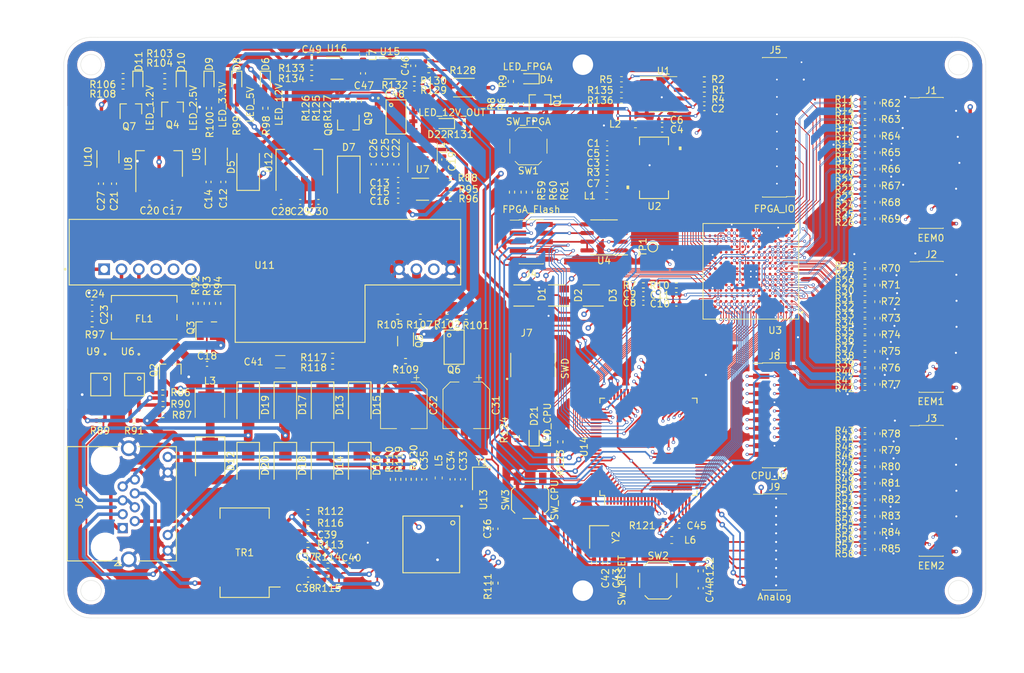
<source format=kicad_pcb>
(kicad_pcb (version 20171130) (host pcbnew 5.1.10-88a1d61d58~88~ubuntu20.04.1)

  (general
    (thickness 1.6)
    (drawings 20)
    (tracks 3685)
    (zones 0)
    (modules 256)
    (nets 308)
  )

  (page A4)
  (layers
    (0 F.Cu signal)
    (1 In1.Cu signal)
    (2 In2.Cu power)
    (31 B.Cu signal)
    (32 B.Adhes user)
    (33 F.Adhes user)
    (34 B.Paste user)
    (35 F.Paste user)
    (36 B.SilkS user)
    (37 F.SilkS user)
    (38 B.Mask user)
    (39 F.Mask user)
    (40 Dwgs.User user)
    (41 Cmts.User user)
    (42 Eco1.User user)
    (43 Eco2.User user)
    (44 Edge.Cuts user)
    (45 Margin user)
    (46 B.CrtYd user)
    (47 F.CrtYd user)
    (48 B.Fab user)
    (49 F.Fab user)
  )

  (setup
    (last_trace_width 0.254)
    (user_trace_width 0.0889)
    (user_trace_width 0.1016)
    (user_trace_width 0.127)
    (user_trace_width 0.254)
    (user_trace_width 0.508)
    (user_trace_width 0.762)
    (user_trace_width 1.016)
    (user_trace_width 1.27)
    (trace_clearance 0.0889)
    (zone_clearance 0.508)
    (zone_45_only no)
    (trace_min 0.0889)
    (via_size 0.8)
    (via_drill 0.4)
    (via_min_size 0.4)
    (via_min_drill 0.2)
    (user_via 0.4 0.2)
    (user_via 0.45 0.25)
    (user_via 0.5 0.3)
    (user_via 4.199999 4)
    (uvia_size 0.3)
    (uvia_drill 0.1)
    (uvias_allowed no)
    (uvia_min_size 0.2)
    (uvia_min_drill 0.1)
    (edge_width 0.05)
    (segment_width 0.127)
    (pcb_text_width 0.3)
    (pcb_text_size 1.5 1.5)
    (mod_edge_width 0.1524)
    (mod_text_size 1.016 1.016)
    (mod_text_width 0.1524)
    (pad_size 1.524 1.524)
    (pad_drill 0.762)
    (pad_to_mask_clearance 0)
    (solder_mask_min_width 0.00254)
    (aux_axis_origin 0 0)
    (grid_origin 210 57)
    (visible_elements FFFFFF7F)
    (pcbplotparams
      (layerselection 0x010fc_ffffffff)
      (usegerberextensions false)
      (usegerberattributes true)
      (usegerberadvancedattributes true)
      (creategerberjobfile true)
      (excludeedgelayer true)
      (linewidth 0.100000)
      (plotframeref false)
      (viasonmask false)
      (mode 1)
      (useauxorigin false)
      (hpglpennumber 1)
      (hpglpenspeed 20)
      (hpglpendiameter 15.000000)
      (psnegative false)
      (psa4output false)
      (plotreference true)
      (plotvalue true)
      (plotinvisibletext false)
      (padsonsilk false)
      (subtractmaskfromsilk false)
      (outputformat 1)
      (mirror false)
      (drillshape 1)
      (scaleselection 1)
      (outputdirectory ""))
  )

  (net 0 "")
  (net 1 "Net-(C1-Pad1)")
  (net 2 GND)
  (net 3 "Net-(C2-Pad1)")
  (net 4 /HighSpeedADC/+5VA)
  (net 5 /FPGA/GNDPLL0)
  (net 6 /FPGA/VCCPLL0)
  (net 7 /FPGA/GNDPLL1)
  (net 8 /FPGA/VCCPLL1)
  (net 9 +12V_OUT)
  (net 10 /CurrentSenser/12V_CURRENT)
  (net 11 /Power/+6V5)
  (net 12 +12V)
  (net 13 +3V3)
  (net 14 "Net-(C24-Pad1)")
  (net 15 +2V5)
  (net 16 +1V2)
  (net 17 +5V)
  (net 18 "Net-(C38-Pad1)")
  (net 19 "Net-(C40-Pad1)")
  (net 20 "Net-(C41-Pad1)")
  (net 21 /Ethernet/+3V3A)
  (net 22 "Net-(C44-Pad2)")
  (net 23 "Net-(C46-Pad1)")
  (net 24 /MCU/+3V3A)
  (net 25 +3V3MP)
  (net 26 "Net-(D4-Pad2)")
  (net 27 "Net-(D4-Pad1)")
  (net 28 "Net-(D9-Pad2)")
  (net 29 "Net-(D10-Pad2)")
  (net 30 "Net-(D11-Pad2)")
  (net 31 "Net-(D13-Pad2)")
  (net 32 /Ethernet/POE_VC-)
  (net 33 /Ethernet/POE_VC+)
  (net 34 "Net-(D15-Pad2)")
  (net 35 "Net-(D17-Pad2)")
  (net 36 "Net-(D19-Pad2)")
  (net 37 "Net-(D21-Pad2)")
  (net 38 /FPGA_IO1)
  (net 39 /FPGA_IO3)
  (net 40 /FPGA_IO5)
  (net 41 /FPGA_IO7)
  (net 42 /FPGA_IO9)
  (net 43 /FPGA_IO11)
  (net 44 /FPGA_IO13)
  (net 45 /FPGA_IO15)
  (net 46 /FPGA_IO14)
  (net 47 /FPGA_IO12)
  (net 48 /FPGA_IO10)
  (net 49 /FPGA_IO8)
  (net 50 /FPGA_IO6)
  (net 51 /FPGA_IO4)
  (net 52 /FPGA_IO2)
  (net 53 /FPGA_IO0)
  (net 54 /MCU/CPU_SWCLK)
  (net 55 /MCU/CPU_SWDIO)
  (net 56 /MCU/CPU_UART4_TX)
  (net 57 /MCU/CPU_UART4_RX)
  (net 58 /MCU/CPU_PWM_CH1)
  (net 59 /MCU/CPU_PWM_CH2)
  (net 60 /MCU/CPU_PWM_CH3)
  (net 61 /MCU/CPU_PWM_CH4)
  (net 62 /MCU/CPU_IIC2_SDA)
  (net 63 /MCU/CPU_IIC2_SCL)
  (net 64 /MCU/CPU_UART1_RX)
  (net 65 /MCU/CPU_UART1_TX)
  (net 66 /MCU/CPU_SPI2_MOSI)
  (net 67 /MCU/CPU_SPI2_MISO)
  (net 68 /MCU/CPU_SPI2_SCK)
  (net 69 /MCU/CPU_SPI2_CS)
  (net 70 /MCU/CPU_DAC1)
  (net 71 /MCU/CPU_DAC0)
  (net 72 /MCU/CPU_ADC7)
  (net 73 /MCU/CPU_ADC6)
  (net 74 /MCU/CPU_ADC5)
  (net 75 /MCU/CPU_ADC4)
  (net 76 /MCU/CPU_ADC3)
  (net 77 /MCU/CPU_ADC2)
  (net 78 /MCU/CPU_ADC1)
  (net 79 /MCU/CPU_ADC0)
  (net 80 /CurrentSenser/12V_SW)
  (net 81 "Net-(Q1-Pad1)")
  (net 82 "Net-(Q2-Pad3)")
  (net 83 /MCU/CPU_RESET)
  (net 84 "Net-(Q7-Pad1)")
  (net 85 "Net-(R4-Pad1)")
  (net 86 /MCU/CPU_POE_AT_EVENT)
  (net 87 /MCU/CPU_POE_SRC_STATUS)
  (net 88 /Ethernet/RJ45_LED_G)
  (net 89 /Ethernet/RJ45_LED_Y)
  (net 90 "Net-(TP1-Pad1)")
  (net 91 "Net-(C3-Pad1)")
  (net 92 /CurrentSenser/+3V3A)
  (net 93 /EEM0_IIC_SCL)
  (net 94 /EEM0_IIC_SDA)
  (net 95 /EEM1_IIC_SCL)
  (net 96 /EEM1_IIC_SDA)
  (net 97 /EEM2_IIC_SCL)
  (net 98 /EEM2_IIC_SDA)
  (net 99 /EEM0_7_N)
  (net 100 /EEM0_6_P)
  (net 101 /EEM0_5_N)
  (net 102 /EEM0_4_P)
  (net 103 /EEM0_3_N)
  (net 104 /EEM0_2_P)
  (net 105 /EEM0_1_N)
  (net 106 /EEM0_0_P)
  (net 107 /EEM0_7_P)
  (net 108 /EEM0_6_N)
  (net 109 /EEM0_5_P)
  (net 110 /EEM0_4_N)
  (net 111 /EEM0_3_P)
  (net 112 /EEM0_2_N)
  (net 113 /EEM0_1_P)
  (net 114 /EEM0_0_N)
  (net 115 /EEM1_7_N)
  (net 116 /EEM1_6_P)
  (net 117 /EEM1_5_N)
  (net 118 /EEM1_4_P)
  (net 119 /EEM1_3_N)
  (net 120 /EEM1_2_P)
  (net 121 /EEM1_1_N)
  (net 122 /EEM1_0_P)
  (net 123 /EEM1_7_P)
  (net 124 /EEM1_6_N)
  (net 125 /EEM1_5_P)
  (net 126 /EEM1_4_N)
  (net 127 /EEM1_3_P)
  (net 128 /EEM1_2_N)
  (net 129 /EEM1_1_P)
  (net 130 /EEM1_0_N)
  (net 131 /EEM2_7_N)
  (net 132 /EEM2_6_P)
  (net 133 /EEM2_5_N)
  (net 134 /EEM2_4_P)
  (net 135 /EEM2_3_N)
  (net 136 /EEM2_2_P)
  (net 137 /EEM2_1_N)
  (net 138 /EEM2_0_P)
  (net 139 /EEM2_7_P)
  (net 140 /EEM2_6_N)
  (net 141 /EEM2_5_P)
  (net 142 /EEM2_4_N)
  (net 143 /EEM2_3_P)
  (net 144 /EEM2_2_N)
  (net 145 /EEM2_1_P)
  (net 146 /EEM2_0_N)
  (net 147 /CDONE)
  (net 148 /CRESET)
  (net 149 /SPI_CS)
  (net 150 /ENC_INT)
  (net 151 /ADC_D0)
  (net 152 /ADC_D1)
  (net 153 /ADC_D2)
  (net 154 /ADC_D3)
  (net 155 /ADC_D4)
  (net 156 /ADC_D5)
  (net 157 /ADC_D6)
  (net 158 /ADC_D7)
  (net 159 /ADC_CLK)
  (net 160 /FSMC_CLK)
  (net 161 /FSMC_D15)
  (net 162 /FSMC_D9)
  (net 163 /FSMC_D10)
  (net 164 /FSMC_D0)
  (net 165 /FSMC_A7)
  (net 166 /FSMC_NL)
  (net 167 /FSMC_NBL0)
  (net 168 /FSMC_D6)
  (net 169 /FSMC_D7)
  (net 170 /FSMC_D5)
  (net 171 /FSMC_D1)
  (net 172 /FSMC_A3)
  (net 173 /FSMC_A1)
  (net 174 /FSMC_NWAIT)
  (net 175 /FSMC_NOE)
  (net 176 /FSMC_D12)
  (net 177 /FSMC_D8)
  (net 178 /FSMC_D3)
  (net 179 /FSMC_A4)
  (net 180 /FSMC_A6)
  (net 181 /FSMC_A0)
  (net 182 /FSMC_NBL1)
  (net 183 /FSMC_D14)
  (net 184 /FSMC_D11)
  (net 185 /FSMC_D4)
  (net 186 /FSMC_A2)
  (net 187 /FSMC_D13)
  (net 188 /FSMC_D2)
  (net 189 /FSMC_A5)
  (net 190 /FSMC_NE1)
  (net 191 /FSMC_NWE)
  (net 192 /CSBSEL0)
  (net 193 /SPI_MOSI)
  (net 194 /SPI_MISO)
  (net 195 /CSBSEL1)
  (net 196 /SPI_SCK)
  (net 197 /SPI_ENC_CS)
  (net 198 "Net-(C5-Pad2)")
  (net 199 "Net-(C7-Pad2)")
  (net 200 "Net-(C18-Pad2)")
  (net 201 "Net-(C18-Pad1)")
  (net 202 "Net-(C19-Pad2)")
  (net 203 "Net-(C19-Pad1)")
  (net 204 "Net-(C23-Pad2)")
  (net 205 "Net-(C31-Pad1)")
  (net 206 "Net-(C33-Pad1)")
  (net 207 "Net-(C34-Pad1)")
  (net 208 "Net-(C36-Pad2)")
  (net 209 "Net-(C37-Pad2)")
  (net 210 "Net-(C37-Pad1)")
  (net 211 "Net-(C38-Pad2)")
  (net 212 "Net-(C39-Pad1)")
  (net 213 "Net-(C42-Pad1)")
  (net 214 "Net-(C43-Pad1)")
  (net 215 "Net-(D6-Pad2)")
  (net 216 "Net-(D8-Pad2)")
  (net 217 "Net-(D10-Pad1)")
  (net 218 "Net-(D11-Pad1)")
  (net 219 "Net-(D21-Pad1)")
  (net 220 "Net-(D22-Pad1)")
  (net 221 "Net-(Q3-Pad1)")
  (net 222 "Net-(Q4-Pad1)")
  (net 223 "Net-(Q5-Pad6)")
  (net 224 "Net-(Q5-Pad2)")
  (net 225 "Net-(Q5-Pad3)")
  (net 226 "Net-(Q8-Pad3)")
  (net 227 "Net-(Q8-Pad1)")
  (net 228 "Net-(R87-Pad1)")
  (net 229 "Net-(R132-Pad2)")
  (net 230 "Net-(U11-Pad3)")
  (net 231 "Net-(U15-Pad3)")
  (net 232 "Net-(C46-Pad2)")
  (net 233 "Net-(D22-Pad2)")
  (net 234 HSADC_IN)
  (net 235 "Net-(J6-Pad12)")
  (net 236 "Net-(J6-Pad10)")
  (net 237 "Net-(J6-Pad6)")
  (net 238 "Net-(J6-Pad2)")
  (net 239 "Net-(J6-Pad3)")
  (net 240 "Net-(J6-Pad1)")
  (net 241 "Net-(R86-Pad2)")
  (net 242 "Net-(R88-Pad1)")
  (net 243 "Net-(R95-Pad1)")
  (net 244 "Net-(R97-Pad2)")
  (net 245 "Net-(R110-Pad1)")
  (net 246 "Net-(R112-Pad1)")
  (net 247 "Net-(R113-Pad2)")
  (net 248 "Net-(R123-Pad1)")
  (net 249 "Net-(R133-Pad2)")
  (net 250 "Net-(SW3-Pad2)")
  (net 251 /FPGA/LVDS0_0_P)
  (net 252 /FPGA/LVDS0_0_N)
  (net 253 /FPGA/LVDS0_1_P)
  (net 254 /FPGA/LVDS0_1_N)
  (net 255 /FPGA/LVDS0_2_P)
  (net 256 /FPGA/LVDS0_2_N)
  (net 257 /FPGA/LVDS0_3_P)
  (net 258 /FPGA/LVDS0_3_N)
  (net 259 /FPGA/LVDS0_4_P)
  (net 260 /FPGA/LVDS0_4_N)
  (net 261 /FPGA/LVDS0_5_P)
  (net 262 /FPGA/LVDS0_5_N)
  (net 263 /FPGA/LVDS0_6_P)
  (net 264 /FPGA/LVDS0_6_N)
  (net 265 /FPGA/LVDS0_7_P)
  (net 266 /FPGA/LVDS0_7_N)
  (net 267 /FPGA/LVDS1_0_P)
  (net 268 /FPGA/LVDS1_0_N)
  (net 269 /FPGA/LVDS1_1_P)
  (net 270 /FPGA/LVDS1_1_N)
  (net 271 /FPGA/LVDS1_2_P)
  (net 272 /FPGA/LVDS1_2_N)
  (net 273 /FPGA/LVDS1_3_P)
  (net 274 /FPGA/LVDS1_3_N)
  (net 275 /FPGA/LVDS1_4_P)
  (net 276 /FPGA/LVDS1_4_N)
  (net 277 /FPGA/LVDS1_5_P)
  (net 278 /FPGA/LVDS1_5_N)
  (net 279 /FPGA/LVDS1_6_P)
  (net 280 /FPGA/LVDS1_6_N)
  (net 281 /FPGA/LVDS1_7_P)
  (net 282 /FPGA/LVDS1_7_N)
  (net 283 /FPGA/LVDS2_0_P)
  (net 284 /FPGA/LVDS2_0_N)
  (net 285 /FPGA/LVDS2_1_P)
  (net 286 /FPGA/LVDS2_1_N)
  (net 287 /FPGA/LVDS2_2_P)
  (net 288 /FPGA/LVDS2_2_N)
  (net 289 /FPGA/LVDS2_3_P)
  (net 290 /FPGA/LVDS2_3_N)
  (net 291 /FPGA/LVDS2_4_P)
  (net 292 /FPGA/LVDS2_4_N)
  (net 293 /FPGA/LVDS2_5_P)
  (net 294 /FPGA/LVDS2_5_N)
  (net 295 /FPGA/LVDS2_6_P)
  (net 296 /FPGA/LVDS2_6_N)
  (net 297 /FPGA/LVDS2_7_P)
  (net 298 /FPGA/LVDS2_7_N)
  (net 299 /FPGA/FPGA_LED)
  (net 300 /FPGA/FPGA_KEY)
  (net 301 /IIC_SCL)
  (net 302 /IIC_SDA)
  (net 303 "Net-(R1-Pad2)")
  (net 304 "Net-(R2-Pad2)")
  (net 305 "Net-(R135-Pad2)")
  (net 306 "Net-(R135-Pad1)")
  (net 307 "Net-(R136-Pad2)")

  (net_class Default "This is the default net class."
    (clearance 0.0889)
    (trace_width 0.25)
    (via_dia 0.8)
    (via_drill 0.4)
    (uvia_dia 0.3)
    (uvia_drill 0.1)
    (diff_pair_width 0.0889)
    (diff_pair_gap 0.1016)
    (add_net +12V)
    (add_net +12V_OUT)
    (add_net +1V2)
    (add_net +2V5)
    (add_net +3V3)
    (add_net +3V3MP)
    (add_net +5V)
    (add_net /ADC_CLK)
    (add_net /ADC_D0)
    (add_net /ADC_D1)
    (add_net /ADC_D2)
    (add_net /ADC_D3)
    (add_net /ADC_D4)
    (add_net /ADC_D5)
    (add_net /ADC_D6)
    (add_net /ADC_D7)
    (add_net /CDONE)
    (add_net /CRESET)
    (add_net /CSBSEL0)
    (add_net /CSBSEL1)
    (add_net /CurrentSenser/+3V3A)
    (add_net /CurrentSenser/12V_CURRENT)
    (add_net /CurrentSenser/12V_SW)
    (add_net /EEM0_0_N)
    (add_net /EEM0_0_P)
    (add_net /EEM0_1_N)
    (add_net /EEM0_1_P)
    (add_net /EEM0_2_N)
    (add_net /EEM0_2_P)
    (add_net /EEM0_3_N)
    (add_net /EEM0_3_P)
    (add_net /EEM0_4_N)
    (add_net /EEM0_4_P)
    (add_net /EEM0_5_N)
    (add_net /EEM0_5_P)
    (add_net /EEM0_6_N)
    (add_net /EEM0_6_P)
    (add_net /EEM0_7_N)
    (add_net /EEM0_7_P)
    (add_net /EEM0_IIC_SCL)
    (add_net /EEM0_IIC_SDA)
    (add_net /EEM1_0_N)
    (add_net /EEM1_0_P)
    (add_net /EEM1_1_N)
    (add_net /EEM1_1_P)
    (add_net /EEM1_2_N)
    (add_net /EEM1_2_P)
    (add_net /EEM1_3_N)
    (add_net /EEM1_3_P)
    (add_net /EEM1_4_N)
    (add_net /EEM1_4_P)
    (add_net /EEM1_5_N)
    (add_net /EEM1_5_P)
    (add_net /EEM1_6_N)
    (add_net /EEM1_6_P)
    (add_net /EEM1_7_N)
    (add_net /EEM1_7_P)
    (add_net /EEM1_IIC_SCL)
    (add_net /EEM1_IIC_SDA)
    (add_net /EEM2_0_N)
    (add_net /EEM2_0_P)
    (add_net /EEM2_1_N)
    (add_net /EEM2_1_P)
    (add_net /EEM2_2_N)
    (add_net /EEM2_2_P)
    (add_net /EEM2_3_N)
    (add_net /EEM2_3_P)
    (add_net /EEM2_4_N)
    (add_net /EEM2_4_P)
    (add_net /EEM2_5_N)
    (add_net /EEM2_5_P)
    (add_net /EEM2_6_N)
    (add_net /EEM2_6_P)
    (add_net /EEM2_7_N)
    (add_net /EEM2_7_P)
    (add_net /EEM2_IIC_SCL)
    (add_net /EEM2_IIC_SDA)
    (add_net /ENC_INT)
    (add_net /Ethernet/+3V3A)
    (add_net /Ethernet/POE_VC+)
    (add_net /Ethernet/POE_VC-)
    (add_net /Ethernet/RJ45_LED_G)
    (add_net /Ethernet/RJ45_LED_Y)
    (add_net /FPGA/FPGA_KEY)
    (add_net /FPGA/FPGA_LED)
    (add_net /FPGA/GNDPLL0)
    (add_net /FPGA/GNDPLL1)
    (add_net /FPGA/LVDS0_0_N)
    (add_net /FPGA/LVDS0_0_P)
    (add_net /FPGA/LVDS0_1_N)
    (add_net /FPGA/LVDS0_1_P)
    (add_net /FPGA/LVDS0_2_N)
    (add_net /FPGA/LVDS0_2_P)
    (add_net /FPGA/LVDS0_3_N)
    (add_net /FPGA/LVDS0_3_P)
    (add_net /FPGA/LVDS0_4_N)
    (add_net /FPGA/LVDS0_4_P)
    (add_net /FPGA/LVDS0_5_N)
    (add_net /FPGA/LVDS0_5_P)
    (add_net /FPGA/LVDS0_6_N)
    (add_net /FPGA/LVDS0_6_P)
    (add_net /FPGA/LVDS0_7_N)
    (add_net /FPGA/LVDS0_7_P)
    (add_net /FPGA/LVDS1_0_N)
    (add_net /FPGA/LVDS1_0_P)
    (add_net /FPGA/LVDS1_1_N)
    (add_net /FPGA/LVDS1_1_P)
    (add_net /FPGA/LVDS1_2_N)
    (add_net /FPGA/LVDS1_2_P)
    (add_net /FPGA/LVDS1_3_N)
    (add_net /FPGA/LVDS1_3_P)
    (add_net /FPGA/LVDS1_4_N)
    (add_net /FPGA/LVDS1_4_P)
    (add_net /FPGA/LVDS1_5_N)
    (add_net /FPGA/LVDS1_5_P)
    (add_net /FPGA/LVDS1_6_N)
    (add_net /FPGA/LVDS1_6_P)
    (add_net /FPGA/LVDS1_7_N)
    (add_net /FPGA/LVDS1_7_P)
    (add_net /FPGA/LVDS2_0_N)
    (add_net /FPGA/LVDS2_0_P)
    (add_net /FPGA/LVDS2_1_N)
    (add_net /FPGA/LVDS2_1_P)
    (add_net /FPGA/LVDS2_2_N)
    (add_net /FPGA/LVDS2_2_P)
    (add_net /FPGA/LVDS2_3_N)
    (add_net /FPGA/LVDS2_3_P)
    (add_net /FPGA/LVDS2_4_N)
    (add_net /FPGA/LVDS2_4_P)
    (add_net /FPGA/LVDS2_5_N)
    (add_net /FPGA/LVDS2_5_P)
    (add_net /FPGA/LVDS2_6_N)
    (add_net /FPGA/LVDS2_6_P)
    (add_net /FPGA/LVDS2_7_N)
    (add_net /FPGA/LVDS2_7_P)
    (add_net /FPGA/VCCPLL0)
    (add_net /FPGA/VCCPLL1)
    (add_net /FPGA_IO0)
    (add_net /FPGA_IO1)
    (add_net /FPGA_IO10)
    (add_net /FPGA_IO11)
    (add_net /FPGA_IO12)
    (add_net /FPGA_IO13)
    (add_net /FPGA_IO14)
    (add_net /FPGA_IO15)
    (add_net /FPGA_IO2)
    (add_net /FPGA_IO3)
    (add_net /FPGA_IO4)
    (add_net /FPGA_IO5)
    (add_net /FPGA_IO6)
    (add_net /FPGA_IO7)
    (add_net /FPGA_IO8)
    (add_net /FPGA_IO9)
    (add_net /FSMC_A0)
    (add_net /FSMC_A1)
    (add_net /FSMC_A2)
    (add_net /FSMC_A3)
    (add_net /FSMC_A4)
    (add_net /FSMC_A5)
    (add_net /FSMC_A6)
    (add_net /FSMC_A7)
    (add_net /FSMC_CLK)
    (add_net /FSMC_D0)
    (add_net /FSMC_D1)
    (add_net /FSMC_D10)
    (add_net /FSMC_D11)
    (add_net /FSMC_D12)
    (add_net /FSMC_D13)
    (add_net /FSMC_D14)
    (add_net /FSMC_D15)
    (add_net /FSMC_D2)
    (add_net /FSMC_D3)
    (add_net /FSMC_D4)
    (add_net /FSMC_D5)
    (add_net /FSMC_D6)
    (add_net /FSMC_D7)
    (add_net /FSMC_D8)
    (add_net /FSMC_D9)
    (add_net /FSMC_NBL0)
    (add_net /FSMC_NBL1)
    (add_net /FSMC_NE1)
    (add_net /FSMC_NL)
    (add_net /FSMC_NOE)
    (add_net /FSMC_NWAIT)
    (add_net /FSMC_NWE)
    (add_net /HighSpeedADC/+5VA)
    (add_net /IIC_SCL)
    (add_net /IIC_SDA)
    (add_net /MCU/+3V3A)
    (add_net /MCU/CPU_ADC0)
    (add_net /MCU/CPU_ADC1)
    (add_net /MCU/CPU_ADC2)
    (add_net /MCU/CPU_ADC3)
    (add_net /MCU/CPU_ADC4)
    (add_net /MCU/CPU_ADC5)
    (add_net /MCU/CPU_ADC6)
    (add_net /MCU/CPU_ADC7)
    (add_net /MCU/CPU_DAC0)
    (add_net /MCU/CPU_DAC1)
    (add_net /MCU/CPU_IIC2_SCL)
    (add_net /MCU/CPU_IIC2_SDA)
    (add_net /MCU/CPU_POE_AT_EVENT)
    (add_net /MCU/CPU_POE_SRC_STATUS)
    (add_net /MCU/CPU_PWM_CH1)
    (add_net /MCU/CPU_PWM_CH2)
    (add_net /MCU/CPU_PWM_CH3)
    (add_net /MCU/CPU_PWM_CH4)
    (add_net /MCU/CPU_RESET)
    (add_net /MCU/CPU_SPI2_CS)
    (add_net /MCU/CPU_SPI2_MISO)
    (add_net /MCU/CPU_SPI2_MOSI)
    (add_net /MCU/CPU_SPI2_SCK)
    (add_net /MCU/CPU_SWCLK)
    (add_net /MCU/CPU_SWDIO)
    (add_net /MCU/CPU_UART1_RX)
    (add_net /MCU/CPU_UART1_TX)
    (add_net /MCU/CPU_UART4_RX)
    (add_net /MCU/CPU_UART4_TX)
    (add_net /Power/+6V5)
    (add_net /SPI_CS)
    (add_net /SPI_ENC_CS)
    (add_net /SPI_MISO)
    (add_net /SPI_MOSI)
    (add_net /SPI_SCK)
    (add_net GND)
    (add_net HSADC_IN)
    (add_net "Net-(C1-Pad1)")
    (add_net "Net-(C18-Pad1)")
    (add_net "Net-(C18-Pad2)")
    (add_net "Net-(C19-Pad1)")
    (add_net "Net-(C19-Pad2)")
    (add_net "Net-(C2-Pad1)")
    (add_net "Net-(C23-Pad2)")
    (add_net "Net-(C24-Pad1)")
    (add_net "Net-(C3-Pad1)")
    (add_net "Net-(C31-Pad1)")
    (add_net "Net-(C33-Pad1)")
    (add_net "Net-(C34-Pad1)")
    (add_net "Net-(C36-Pad2)")
    (add_net "Net-(C37-Pad1)")
    (add_net "Net-(C37-Pad2)")
    (add_net "Net-(C38-Pad1)")
    (add_net "Net-(C38-Pad2)")
    (add_net "Net-(C39-Pad1)")
    (add_net "Net-(C40-Pad1)")
    (add_net "Net-(C41-Pad1)")
    (add_net "Net-(C42-Pad1)")
    (add_net "Net-(C43-Pad1)")
    (add_net "Net-(C44-Pad2)")
    (add_net "Net-(C46-Pad1)")
    (add_net "Net-(C46-Pad2)")
    (add_net "Net-(C5-Pad2)")
    (add_net "Net-(C7-Pad2)")
    (add_net "Net-(D10-Pad1)")
    (add_net "Net-(D10-Pad2)")
    (add_net "Net-(D11-Pad1)")
    (add_net "Net-(D11-Pad2)")
    (add_net "Net-(D13-Pad2)")
    (add_net "Net-(D15-Pad2)")
    (add_net "Net-(D17-Pad2)")
    (add_net "Net-(D19-Pad2)")
    (add_net "Net-(D21-Pad1)")
    (add_net "Net-(D21-Pad2)")
    (add_net "Net-(D22-Pad1)")
    (add_net "Net-(D22-Pad2)")
    (add_net "Net-(D4-Pad1)")
    (add_net "Net-(D4-Pad2)")
    (add_net "Net-(D6-Pad2)")
    (add_net "Net-(D8-Pad2)")
    (add_net "Net-(D9-Pad2)")
    (add_net "Net-(J6-Pad1)")
    (add_net "Net-(J6-Pad10)")
    (add_net "Net-(J6-Pad12)")
    (add_net "Net-(J6-Pad2)")
    (add_net "Net-(J6-Pad3)")
    (add_net "Net-(J6-Pad6)")
    (add_net "Net-(Q1-Pad1)")
    (add_net "Net-(Q2-Pad3)")
    (add_net "Net-(Q3-Pad1)")
    (add_net "Net-(Q4-Pad1)")
    (add_net "Net-(Q5-Pad2)")
    (add_net "Net-(Q5-Pad3)")
    (add_net "Net-(Q5-Pad6)")
    (add_net "Net-(Q7-Pad1)")
    (add_net "Net-(Q8-Pad1)")
    (add_net "Net-(Q8-Pad3)")
    (add_net "Net-(R1-Pad2)")
    (add_net "Net-(R110-Pad1)")
    (add_net "Net-(R112-Pad1)")
    (add_net "Net-(R113-Pad2)")
    (add_net "Net-(R123-Pad1)")
    (add_net "Net-(R132-Pad2)")
    (add_net "Net-(R133-Pad2)")
    (add_net "Net-(R135-Pad1)")
    (add_net "Net-(R135-Pad2)")
    (add_net "Net-(R136-Pad2)")
    (add_net "Net-(R2-Pad2)")
    (add_net "Net-(R4-Pad1)")
    (add_net "Net-(R86-Pad2)")
    (add_net "Net-(R87-Pad1)")
    (add_net "Net-(R88-Pad1)")
    (add_net "Net-(R95-Pad1)")
    (add_net "Net-(R97-Pad2)")
    (add_net "Net-(SW3-Pad2)")
    (add_net "Net-(TP1-Pad1)")
    (add_net "Net-(U11-Pad3)")
    (add_net "Net-(U15-Pad3)")
  )

  (module Resistor_SMD:R_0402_1005Metric (layer F.Cu) (tedit 5F68FEEE) (tstamp 60D147D5)
    (at 196.2965 128.48 180)
    (descr "Resistor SMD 0402 (1005 Metric), square (rectangular) end terminal, IPC_7351 nominal, (Body size source: IPC-SM-782 page 72, https://www.pcb-3d.com/wordpress/wp-content/uploads/ipc-sm-782a_amendment_1_and_2.pdf), generated with kicad-footprint-generator")
    (tags resistor)
    (path /60C0E996/60DF7DE8)
    (attr smd)
    (fp_text reference R58 (at 2.99 -0.109993) (layer F.SilkS)
      (effects (font (size 1 1) (thickness 0.15)))
    )
    (fp_text value 140/1% (at 0 1.17) (layer F.Fab) hide
      (effects (font (size 1 1) (thickness 0.15)))
    )
    (fp_line (start 0.93 0.47) (end -0.93 0.47) (layer F.CrtYd) (width 0.05))
    (fp_line (start 0.93 -0.47) (end 0.93 0.47) (layer F.CrtYd) (width 0.05))
    (fp_line (start -0.93 -0.47) (end 0.93 -0.47) (layer F.CrtYd) (width 0.05))
    (fp_line (start -0.93 0.47) (end -0.93 -0.47) (layer F.CrtYd) (width 0.05))
    (fp_line (start -0.153641 0.38) (end 0.153641 0.38) (layer F.SilkS) (width 0.12))
    (fp_line (start -0.153641 -0.38) (end 0.153641 -0.38) (layer F.SilkS) (width 0.12))
    (fp_line (start 0.525 0.27) (end -0.525 0.27) (layer F.Fab) (width 0.1))
    (fp_line (start 0.525 -0.27) (end 0.525 0.27) (layer F.Fab) (width 0.1))
    (fp_line (start -0.525 -0.27) (end 0.525 -0.27) (layer F.Fab) (width 0.1))
    (fp_line (start -0.525 0.27) (end -0.525 -0.27) (layer F.Fab) (width 0.1))
    (fp_text user %R (at 0 0) (layer F.Fab) hide
      (effects (font (size 0.26 0.26) (thickness 0.04)))
    )
    (pad 1 smd roundrect (at -0.51 0 180) (size 0.54 0.64) (layers F.Cu F.Paste F.Mask) (roundrect_rratio 0.25)
      (net 139 /EEM2_7_P))
    (pad 2 smd roundrect (at 0.51 0 180) (size 0.54 0.64) (layers F.Cu F.Paste F.Mask) (roundrect_rratio 0.25)
      (net 298 /FPGA/LVDS2_7_N))
    (model ${KISYS3DMOD}/Resistor_SMD.3dshapes/R_0402_1005Metric.wrl
      (at (xyz 0 0 0))
      (scale (xyz 1 1 1))
      (rotate (xyz 0 0 0))
    )
  )

  (module Resistor_SMD:R_0402_1005Metric (layer F.Cu) (tedit 5F68FEEE) (tstamp 60D147C4)
    (at 196.2965 127.46 180)
    (descr "Resistor SMD 0402 (1005 Metric), square (rectangular) end terminal, IPC_7351 nominal, (Body size source: IPC-SM-782 page 72, https://www.pcb-3d.com/wordpress/wp-content/uploads/ipc-sm-782a_amendment_1_and_2.pdf), generated with kicad-footprint-generator")
    (tags resistor)
    (path /60C0E996/60DF7DEE)
    (attr smd)
    (fp_text reference R57 (at 2.99 0.068439) (layer F.SilkS)
      (effects (font (size 1 1) (thickness 0.15)))
    )
    (fp_text value 140/1% (at 0 1.17) (layer F.Fab) hide
      (effects (font (size 1 1) (thickness 0.15)))
    )
    (fp_line (start 0.93 0.47) (end -0.93 0.47) (layer F.CrtYd) (width 0.05))
    (fp_line (start 0.93 -0.47) (end 0.93 0.47) (layer F.CrtYd) (width 0.05))
    (fp_line (start -0.93 -0.47) (end 0.93 -0.47) (layer F.CrtYd) (width 0.05))
    (fp_line (start -0.93 0.47) (end -0.93 -0.47) (layer F.CrtYd) (width 0.05))
    (fp_line (start -0.153641 0.38) (end 0.153641 0.38) (layer F.SilkS) (width 0.12))
    (fp_line (start -0.153641 -0.38) (end 0.153641 -0.38) (layer F.SilkS) (width 0.12))
    (fp_line (start 0.525 0.27) (end -0.525 0.27) (layer F.Fab) (width 0.1))
    (fp_line (start 0.525 -0.27) (end 0.525 0.27) (layer F.Fab) (width 0.1))
    (fp_line (start -0.525 -0.27) (end 0.525 -0.27) (layer F.Fab) (width 0.1))
    (fp_line (start -0.525 0.27) (end -0.525 -0.27) (layer F.Fab) (width 0.1))
    (fp_text user %R (at 0 0) (layer F.Fab) hide
      (effects (font (size 0.26 0.26) (thickness 0.04)))
    )
    (pad 1 smd roundrect (at -0.51 0 180) (size 0.54 0.64) (layers F.Cu F.Paste F.Mask) (roundrect_rratio 0.25)
      (net 131 /EEM2_7_N))
    (pad 2 smd roundrect (at 0.51 0 180) (size 0.54 0.64) (layers F.Cu F.Paste F.Mask) (roundrect_rratio 0.25)
      (net 297 /FPGA/LVDS2_7_P))
    (model ${KISYS3DMOD}/Resistor_SMD.3dshapes/R_0402_1005Metric.wrl
      (at (xyz 0 0 0))
      (scale (xyz 1 1 1))
      (rotate (xyz 0 0 0))
    )
  )

  (module Resistor_SMD:R_0402_1005Metric (layer F.Cu) (tedit 5F68FEEE) (tstamp 60D147B3)
    (at 196.2965 126.057643 180)
    (descr "Resistor SMD 0402 (1005 Metric), square (rectangular) end terminal, IPC_7351 nominal, (Body size source: IPC-SM-782 page 72, https://www.pcb-3d.com/wordpress/wp-content/uploads/ipc-sm-782a_amendment_1_and_2.pdf), generated with kicad-footprint-generator")
    (tags resistor)
    (path /60C0E996/60DF7E00)
    (attr smd)
    (fp_text reference R56 (at 2.99 -0.135486) (layer F.SilkS)
      (effects (font (size 1 1) (thickness 0.15)))
    )
    (fp_text value 140/1% (at 0 1.17) (layer F.Fab) hide
      (effects (font (size 1 1) (thickness 0.15)))
    )
    (fp_line (start 0.93 0.47) (end -0.93 0.47) (layer F.CrtYd) (width 0.05))
    (fp_line (start 0.93 -0.47) (end 0.93 0.47) (layer F.CrtYd) (width 0.05))
    (fp_line (start -0.93 -0.47) (end 0.93 -0.47) (layer F.CrtYd) (width 0.05))
    (fp_line (start -0.93 0.47) (end -0.93 -0.47) (layer F.CrtYd) (width 0.05))
    (fp_line (start -0.153641 0.38) (end 0.153641 0.38) (layer F.SilkS) (width 0.12))
    (fp_line (start -0.153641 -0.38) (end 0.153641 -0.38) (layer F.SilkS) (width 0.12))
    (fp_line (start 0.525 0.27) (end -0.525 0.27) (layer F.Fab) (width 0.1))
    (fp_line (start 0.525 -0.27) (end 0.525 0.27) (layer F.Fab) (width 0.1))
    (fp_line (start -0.525 -0.27) (end 0.525 -0.27) (layer F.Fab) (width 0.1))
    (fp_line (start -0.525 0.27) (end -0.525 -0.27) (layer F.Fab) (width 0.1))
    (fp_text user %R (at 0 0) (layer F.Fab) hide
      (effects (font (size 0.26 0.26) (thickness 0.04)))
    )
    (pad 1 smd roundrect (at -0.51 0 180) (size 0.54 0.64) (layers F.Cu F.Paste F.Mask) (roundrect_rratio 0.25)
      (net 132 /EEM2_6_P))
    (pad 2 smd roundrect (at 0.51 0 180) (size 0.54 0.64) (layers F.Cu F.Paste F.Mask) (roundrect_rratio 0.25)
      (net 296 /FPGA/LVDS2_6_N))
    (model ${KISYS3DMOD}/Resistor_SMD.3dshapes/R_0402_1005Metric.wrl
      (at (xyz 0 0 0))
      (scale (xyz 1 1 1))
      (rotate (xyz 0 0 0))
    )
  )

  (module Resistor_SMD:R_0402_1005Metric (layer F.Cu) (tedit 5F68FEEE) (tstamp 60D147A2)
    (at 196.2965 125.037643 180)
    (descr "Resistor SMD 0402 (1005 Metric), square (rectangular) end terminal, IPC_7351 nominal, (Body size source: IPC-SM-782 page 72, https://www.pcb-3d.com/wordpress/wp-content/uploads/ipc-sm-782a_amendment_1_and_2.pdf), generated with kicad-footprint-generator")
    (tags resistor)
    (path /60C0E996/60DF7E06)
    (attr smd)
    (fp_text reference R55 (at 2.99 0.042946) (layer F.SilkS)
      (effects (font (size 1 1) (thickness 0.15)))
    )
    (fp_text value 140/1% (at 0 1.17) (layer F.Fab) hide
      (effects (font (size 1 1) (thickness 0.15)))
    )
    (fp_line (start 0.93 0.47) (end -0.93 0.47) (layer F.CrtYd) (width 0.05))
    (fp_line (start 0.93 -0.47) (end 0.93 0.47) (layer F.CrtYd) (width 0.05))
    (fp_line (start -0.93 -0.47) (end 0.93 -0.47) (layer F.CrtYd) (width 0.05))
    (fp_line (start -0.93 0.47) (end -0.93 -0.47) (layer F.CrtYd) (width 0.05))
    (fp_line (start -0.153641 0.38) (end 0.153641 0.38) (layer F.SilkS) (width 0.12))
    (fp_line (start -0.153641 -0.38) (end 0.153641 -0.38) (layer F.SilkS) (width 0.12))
    (fp_line (start 0.525 0.27) (end -0.525 0.27) (layer F.Fab) (width 0.1))
    (fp_line (start 0.525 -0.27) (end 0.525 0.27) (layer F.Fab) (width 0.1))
    (fp_line (start -0.525 -0.27) (end 0.525 -0.27) (layer F.Fab) (width 0.1))
    (fp_line (start -0.525 0.27) (end -0.525 -0.27) (layer F.Fab) (width 0.1))
    (fp_text user %R (at 0 0) (layer F.Fab) hide
      (effects (font (size 0.26 0.26) (thickness 0.04)))
    )
    (pad 1 smd roundrect (at -0.51 0 180) (size 0.54 0.64) (layers F.Cu F.Paste F.Mask) (roundrect_rratio 0.25)
      (net 140 /EEM2_6_N))
    (pad 2 smd roundrect (at 0.51 0 180) (size 0.54 0.64) (layers F.Cu F.Paste F.Mask) (roundrect_rratio 0.25)
      (net 295 /FPGA/LVDS2_6_P))
    (model ${KISYS3DMOD}/Resistor_SMD.3dshapes/R_0402_1005Metric.wrl
      (at (xyz 0 0 0))
      (scale (xyz 1 1 1))
      (rotate (xyz 0 0 0))
    )
  )

  (module Resistor_SMD:R_0402_1005Metric (layer F.Cu) (tedit 5F68FEEE) (tstamp 60D14791)
    (at 196.2965 123.635288 180)
    (descr "Resistor SMD 0402 (1005 Metric), square (rectangular) end terminal, IPC_7351 nominal, (Body size source: IPC-SM-782 page 72, https://www.pcb-3d.com/wordpress/wp-content/uploads/ipc-sm-782a_amendment_1_and_2.pdf), generated with kicad-footprint-generator")
    (tags resistor)
    (path /60C0E996/60DF7E1A)
    (attr smd)
    (fp_text reference R54 (at 2.99 -0.160977) (layer F.SilkS)
      (effects (font (size 1 1) (thickness 0.15)))
    )
    (fp_text value 140/1% (at 0 1.17) (layer F.Fab) hide
      (effects (font (size 1 1) (thickness 0.15)))
    )
    (fp_line (start 0.93 0.47) (end -0.93 0.47) (layer F.CrtYd) (width 0.05))
    (fp_line (start 0.93 -0.47) (end 0.93 0.47) (layer F.CrtYd) (width 0.05))
    (fp_line (start -0.93 -0.47) (end 0.93 -0.47) (layer F.CrtYd) (width 0.05))
    (fp_line (start -0.93 0.47) (end -0.93 -0.47) (layer F.CrtYd) (width 0.05))
    (fp_line (start -0.153641 0.38) (end 0.153641 0.38) (layer F.SilkS) (width 0.12))
    (fp_line (start -0.153641 -0.38) (end 0.153641 -0.38) (layer F.SilkS) (width 0.12))
    (fp_line (start 0.525 0.27) (end -0.525 0.27) (layer F.Fab) (width 0.1))
    (fp_line (start 0.525 -0.27) (end 0.525 0.27) (layer F.Fab) (width 0.1))
    (fp_line (start -0.525 -0.27) (end 0.525 -0.27) (layer F.Fab) (width 0.1))
    (fp_line (start -0.525 0.27) (end -0.525 -0.27) (layer F.Fab) (width 0.1))
    (fp_text user %R (at 0 0) (layer F.Fab) hide
      (effects (font (size 0.26 0.26) (thickness 0.04)))
    )
    (pad 1 smd roundrect (at -0.51 0 180) (size 0.54 0.64) (layers F.Cu F.Paste F.Mask) (roundrect_rratio 0.25)
      (net 141 /EEM2_5_P))
    (pad 2 smd roundrect (at 0.51 0 180) (size 0.54 0.64) (layers F.Cu F.Paste F.Mask) (roundrect_rratio 0.25)
      (net 294 /FPGA/LVDS2_5_N))
    (model ${KISYS3DMOD}/Resistor_SMD.3dshapes/R_0402_1005Metric.wrl
      (at (xyz 0 0 0))
      (scale (xyz 1 1 1))
      (rotate (xyz 0 0 0))
    )
  )

  (module Resistor_SMD:R_0402_1005Metric (layer F.Cu) (tedit 5F68FEEE) (tstamp 60D14780)
    (at 196.2965 122.615288 180)
    (descr "Resistor SMD 0402 (1005 Metric), square (rectangular) end terminal, IPC_7351 nominal, (Body size source: IPC-SM-782 page 72, https://www.pcb-3d.com/wordpress/wp-content/uploads/ipc-sm-782a_amendment_1_and_2.pdf), generated with kicad-footprint-generator")
    (tags resistor)
    (path /60C0E996/60DF7E20)
    (attr smd)
    (fp_text reference R53 (at 2.99 0.017455) (layer F.SilkS)
      (effects (font (size 1 1) (thickness 0.15)))
    )
    (fp_text value 140/1% (at 0 1.17) (layer F.Fab) hide
      (effects (font (size 1 1) (thickness 0.15)))
    )
    (fp_line (start 0.93 0.47) (end -0.93 0.47) (layer F.CrtYd) (width 0.05))
    (fp_line (start 0.93 -0.47) (end 0.93 0.47) (layer F.CrtYd) (width 0.05))
    (fp_line (start -0.93 -0.47) (end 0.93 -0.47) (layer F.CrtYd) (width 0.05))
    (fp_line (start -0.93 0.47) (end -0.93 -0.47) (layer F.CrtYd) (width 0.05))
    (fp_line (start -0.153641 0.38) (end 0.153641 0.38) (layer F.SilkS) (width 0.12))
    (fp_line (start -0.153641 -0.38) (end 0.153641 -0.38) (layer F.SilkS) (width 0.12))
    (fp_line (start 0.525 0.27) (end -0.525 0.27) (layer F.Fab) (width 0.1))
    (fp_line (start 0.525 -0.27) (end 0.525 0.27) (layer F.Fab) (width 0.1))
    (fp_line (start -0.525 -0.27) (end 0.525 -0.27) (layer F.Fab) (width 0.1))
    (fp_line (start -0.525 0.27) (end -0.525 -0.27) (layer F.Fab) (width 0.1))
    (fp_text user %R (at 0 0) (layer F.Fab) hide
      (effects (font (size 0.26 0.26) (thickness 0.04)))
    )
    (pad 1 smd roundrect (at -0.51 0 180) (size 0.54 0.64) (layers F.Cu F.Paste F.Mask) (roundrect_rratio 0.25)
      (net 133 /EEM2_5_N))
    (pad 2 smd roundrect (at 0.51 0 180) (size 0.54 0.64) (layers F.Cu F.Paste F.Mask) (roundrect_rratio 0.25)
      (net 293 /FPGA/LVDS2_5_P))
    (model ${KISYS3DMOD}/Resistor_SMD.3dshapes/R_0402_1005Metric.wrl
      (at (xyz 0 0 0))
      (scale (xyz 1 1 1))
      (rotate (xyz 0 0 0))
    )
  )

  (module Resistor_SMD:R_0402_1005Metric (layer F.Cu) (tedit 5F68FEEE) (tstamp 60D1476F)
    (at 196.2965 121.212933 180)
    (descr "Resistor SMD 0402 (1005 Metric), square (rectangular) end terminal, IPC_7351 nominal, (Body size source: IPC-SM-782 page 72, https://www.pcb-3d.com/wordpress/wp-content/uploads/ipc-sm-782a_amendment_1_and_2.pdf), generated with kicad-footprint-generator")
    (tags resistor)
    (path /60C0E996/60DF7E34)
    (attr smd)
    (fp_text reference R52 (at 2.99 -0.186468) (layer F.SilkS)
      (effects (font (size 1 1) (thickness 0.15)))
    )
    (fp_text value 140/1% (at 0 1.17) (layer F.Fab) hide
      (effects (font (size 1 1) (thickness 0.15)))
    )
    (fp_line (start 0.93 0.47) (end -0.93 0.47) (layer F.CrtYd) (width 0.05))
    (fp_line (start 0.93 -0.47) (end 0.93 0.47) (layer F.CrtYd) (width 0.05))
    (fp_line (start -0.93 -0.47) (end 0.93 -0.47) (layer F.CrtYd) (width 0.05))
    (fp_line (start -0.93 0.47) (end -0.93 -0.47) (layer F.CrtYd) (width 0.05))
    (fp_line (start -0.153641 0.38) (end 0.153641 0.38) (layer F.SilkS) (width 0.12))
    (fp_line (start -0.153641 -0.38) (end 0.153641 -0.38) (layer F.SilkS) (width 0.12))
    (fp_line (start 0.525 0.27) (end -0.525 0.27) (layer F.Fab) (width 0.1))
    (fp_line (start 0.525 -0.27) (end 0.525 0.27) (layer F.Fab) (width 0.1))
    (fp_line (start -0.525 -0.27) (end 0.525 -0.27) (layer F.Fab) (width 0.1))
    (fp_line (start -0.525 0.27) (end -0.525 -0.27) (layer F.Fab) (width 0.1))
    (fp_text user %R (at 0 0) (layer F.Fab) hide
      (effects (font (size 0.26 0.26) (thickness 0.04)))
    )
    (pad 1 smd roundrect (at -0.51 0 180) (size 0.54 0.64) (layers F.Cu F.Paste F.Mask) (roundrect_rratio 0.25)
      (net 134 /EEM2_4_P))
    (pad 2 smd roundrect (at 0.51 0 180) (size 0.54 0.64) (layers F.Cu F.Paste F.Mask) (roundrect_rratio 0.25)
      (net 292 /FPGA/LVDS2_4_N))
    (model ${KISYS3DMOD}/Resistor_SMD.3dshapes/R_0402_1005Metric.wrl
      (at (xyz 0 0 0))
      (scale (xyz 1 1 1))
      (rotate (xyz 0 0 0))
    )
  )

  (module Resistor_SMD:R_0402_1005Metric (layer F.Cu) (tedit 5F68FEEE) (tstamp 60D1475E)
    (at 196.2965 120.192933 180)
    (descr "Resistor SMD 0402 (1005 Metric), square (rectangular) end terminal, IPC_7351 nominal, (Body size source: IPC-SM-782 page 72, https://www.pcb-3d.com/wordpress/wp-content/uploads/ipc-sm-782a_amendment_1_and_2.pdf), generated with kicad-footprint-generator")
    (tags resistor)
    (path /60C0E996/60DF7E3A)
    (attr smd)
    (fp_text reference R51 (at 2.99 -0.008036) (layer F.SilkS)
      (effects (font (size 1 1) (thickness 0.15)))
    )
    (fp_text value 140/1% (at 0 1.17) (layer F.Fab) hide
      (effects (font (size 1 1) (thickness 0.15)))
    )
    (fp_line (start 0.93 0.47) (end -0.93 0.47) (layer F.CrtYd) (width 0.05))
    (fp_line (start 0.93 -0.47) (end 0.93 0.47) (layer F.CrtYd) (width 0.05))
    (fp_line (start -0.93 -0.47) (end 0.93 -0.47) (layer F.CrtYd) (width 0.05))
    (fp_line (start -0.93 0.47) (end -0.93 -0.47) (layer F.CrtYd) (width 0.05))
    (fp_line (start -0.153641 0.38) (end 0.153641 0.38) (layer F.SilkS) (width 0.12))
    (fp_line (start -0.153641 -0.38) (end 0.153641 -0.38) (layer F.SilkS) (width 0.12))
    (fp_line (start 0.525 0.27) (end -0.525 0.27) (layer F.Fab) (width 0.1))
    (fp_line (start 0.525 -0.27) (end 0.525 0.27) (layer F.Fab) (width 0.1))
    (fp_line (start -0.525 -0.27) (end 0.525 -0.27) (layer F.Fab) (width 0.1))
    (fp_line (start -0.525 0.27) (end -0.525 -0.27) (layer F.Fab) (width 0.1))
    (fp_text user %R (at 0 0) (layer F.Fab) hide
      (effects (font (size 0.26 0.26) (thickness 0.04)))
    )
    (pad 1 smd roundrect (at -0.51 0 180) (size 0.54 0.64) (layers F.Cu F.Paste F.Mask) (roundrect_rratio 0.25)
      (net 142 /EEM2_4_N))
    (pad 2 smd roundrect (at 0.51 0 180) (size 0.54 0.64) (layers F.Cu F.Paste F.Mask) (roundrect_rratio 0.25)
      (net 291 /FPGA/LVDS2_4_P))
    (model ${KISYS3DMOD}/Resistor_SMD.3dshapes/R_0402_1005Metric.wrl
      (at (xyz 0 0 0))
      (scale (xyz 1 1 1))
      (rotate (xyz 0 0 0))
    )
  )

  (module Resistor_SMD:R_0402_1005Metric (layer F.Cu) (tedit 5F68FEEE) (tstamp 60D1474D)
    (at 196.2965 118.790578 180)
    (descr "Resistor SMD 0402 (1005 Metric), square (rectangular) end terminal, IPC_7351 nominal, (Body size source: IPC-SM-782 page 72, https://www.pcb-3d.com/wordpress/wp-content/uploads/ipc-sm-782a_amendment_1_and_2.pdf), generated with kicad-footprint-generator")
    (tags resistor)
    (path /60C0E996/60DF7E50)
    (attr smd)
    (fp_text reference R50 (at 2.99 -0.211959) (layer F.SilkS)
      (effects (font (size 1 1) (thickness 0.15)))
    )
    (fp_text value 140/1% (at 0 1.17) (layer F.Fab) hide
      (effects (font (size 1 1) (thickness 0.15)))
    )
    (fp_line (start 0.93 0.47) (end -0.93 0.47) (layer F.CrtYd) (width 0.05))
    (fp_line (start 0.93 -0.47) (end 0.93 0.47) (layer F.CrtYd) (width 0.05))
    (fp_line (start -0.93 -0.47) (end 0.93 -0.47) (layer F.CrtYd) (width 0.05))
    (fp_line (start -0.93 0.47) (end -0.93 -0.47) (layer F.CrtYd) (width 0.05))
    (fp_line (start -0.153641 0.38) (end 0.153641 0.38) (layer F.SilkS) (width 0.12))
    (fp_line (start -0.153641 -0.38) (end 0.153641 -0.38) (layer F.SilkS) (width 0.12))
    (fp_line (start 0.525 0.27) (end -0.525 0.27) (layer F.Fab) (width 0.1))
    (fp_line (start 0.525 -0.27) (end 0.525 0.27) (layer F.Fab) (width 0.1))
    (fp_line (start -0.525 -0.27) (end 0.525 -0.27) (layer F.Fab) (width 0.1))
    (fp_line (start -0.525 0.27) (end -0.525 -0.27) (layer F.Fab) (width 0.1))
    (fp_text user %R (at 0 0) (layer F.Fab) hide
      (effects (font (size 0.26 0.26) (thickness 0.04)))
    )
    (pad 1 smd roundrect (at -0.51 0 180) (size 0.54 0.64) (layers F.Cu F.Paste F.Mask) (roundrect_rratio 0.25)
      (net 143 /EEM2_3_P))
    (pad 2 smd roundrect (at 0.51 0 180) (size 0.54 0.64) (layers F.Cu F.Paste F.Mask) (roundrect_rratio 0.25)
      (net 290 /FPGA/LVDS2_3_N))
    (model ${KISYS3DMOD}/Resistor_SMD.3dshapes/R_0402_1005Metric.wrl
      (at (xyz 0 0 0))
      (scale (xyz 1 1 1))
      (rotate (xyz 0 0 0))
    )
  )

  (module Resistor_SMD:R_0402_1005Metric (layer F.Cu) (tedit 5F68FEEE) (tstamp 60D1473C)
    (at 196.2965 117.770578 180)
    (descr "Resistor SMD 0402 (1005 Metric), square (rectangular) end terminal, IPC_7351 nominal, (Body size source: IPC-SM-782 page 72, https://www.pcb-3d.com/wordpress/wp-content/uploads/ipc-sm-782a_amendment_1_and_2.pdf), generated with kicad-footprint-generator")
    (tags resistor)
    (path /60C0E996/60DF7E56)
    (attr smd)
    (fp_text reference R49 (at 2.99 -0.033527) (layer F.SilkS)
      (effects (font (size 1 1) (thickness 0.15)))
    )
    (fp_text value 140/1% (at 0 1.17) (layer F.Fab) hide
      (effects (font (size 1 1) (thickness 0.15)))
    )
    (fp_line (start 0.93 0.47) (end -0.93 0.47) (layer F.CrtYd) (width 0.05))
    (fp_line (start 0.93 -0.47) (end 0.93 0.47) (layer F.CrtYd) (width 0.05))
    (fp_line (start -0.93 -0.47) (end 0.93 -0.47) (layer F.CrtYd) (width 0.05))
    (fp_line (start -0.93 0.47) (end -0.93 -0.47) (layer F.CrtYd) (width 0.05))
    (fp_line (start -0.153641 0.38) (end 0.153641 0.38) (layer F.SilkS) (width 0.12))
    (fp_line (start -0.153641 -0.38) (end 0.153641 -0.38) (layer F.SilkS) (width 0.12))
    (fp_line (start 0.525 0.27) (end -0.525 0.27) (layer F.Fab) (width 0.1))
    (fp_line (start 0.525 -0.27) (end 0.525 0.27) (layer F.Fab) (width 0.1))
    (fp_line (start -0.525 -0.27) (end 0.525 -0.27) (layer F.Fab) (width 0.1))
    (fp_line (start -0.525 0.27) (end -0.525 -0.27) (layer F.Fab) (width 0.1))
    (fp_text user %R (at 0 0) (layer F.Fab) hide
      (effects (font (size 0.26 0.26) (thickness 0.04)))
    )
    (pad 1 smd roundrect (at -0.51 0 180) (size 0.54 0.64) (layers F.Cu F.Paste F.Mask) (roundrect_rratio 0.25)
      (net 135 /EEM2_3_N))
    (pad 2 smd roundrect (at 0.51 0 180) (size 0.54 0.64) (layers F.Cu F.Paste F.Mask) (roundrect_rratio 0.25)
      (net 289 /FPGA/LVDS2_3_P))
    (model ${KISYS3DMOD}/Resistor_SMD.3dshapes/R_0402_1005Metric.wrl
      (at (xyz 0 0 0))
      (scale (xyz 1 1 1))
      (rotate (xyz 0 0 0))
    )
  )

  (module Resistor_SMD:R_0402_1005Metric (layer F.Cu) (tedit 5F68FEEE) (tstamp 60D1472B)
    (at 196.2965 116.368223 180)
    (descr "Resistor SMD 0402 (1005 Metric), square (rectangular) end terminal, IPC_7351 nominal, (Body size source: IPC-SM-782 page 72, https://www.pcb-3d.com/wordpress/wp-content/uploads/ipc-sm-782a_amendment_1_and_2.pdf), generated with kicad-footprint-generator")
    (tags resistor)
    (path /60C0E996/60DF7E68)
    (attr smd)
    (fp_text reference R48 (at 2.99 -0.23745) (layer F.SilkS)
      (effects (font (size 1 1) (thickness 0.15)))
    )
    (fp_text value 140/1% (at 0 1.17) (layer F.Fab) hide
      (effects (font (size 1 1) (thickness 0.15)))
    )
    (fp_line (start 0.93 0.47) (end -0.93 0.47) (layer F.CrtYd) (width 0.05))
    (fp_line (start 0.93 -0.47) (end 0.93 0.47) (layer F.CrtYd) (width 0.05))
    (fp_line (start -0.93 -0.47) (end 0.93 -0.47) (layer F.CrtYd) (width 0.05))
    (fp_line (start -0.93 0.47) (end -0.93 -0.47) (layer F.CrtYd) (width 0.05))
    (fp_line (start -0.153641 0.38) (end 0.153641 0.38) (layer F.SilkS) (width 0.12))
    (fp_line (start -0.153641 -0.38) (end 0.153641 -0.38) (layer F.SilkS) (width 0.12))
    (fp_line (start 0.525 0.27) (end -0.525 0.27) (layer F.Fab) (width 0.1))
    (fp_line (start 0.525 -0.27) (end 0.525 0.27) (layer F.Fab) (width 0.1))
    (fp_line (start -0.525 -0.27) (end 0.525 -0.27) (layer F.Fab) (width 0.1))
    (fp_line (start -0.525 0.27) (end -0.525 -0.27) (layer F.Fab) (width 0.1))
    (fp_text user %R (at 0 0) (layer F.Fab) hide
      (effects (font (size 0.26 0.26) (thickness 0.04)))
    )
    (pad 1 smd roundrect (at -0.51 0 180) (size 0.54 0.64) (layers F.Cu F.Paste F.Mask) (roundrect_rratio 0.25)
      (net 136 /EEM2_2_P))
    (pad 2 smd roundrect (at 0.51 0 180) (size 0.54 0.64) (layers F.Cu F.Paste F.Mask) (roundrect_rratio 0.25)
      (net 288 /FPGA/LVDS2_2_N))
    (model ${KISYS3DMOD}/Resistor_SMD.3dshapes/R_0402_1005Metric.wrl
      (at (xyz 0 0 0))
      (scale (xyz 1 1 1))
      (rotate (xyz 0 0 0))
    )
  )

  (module Resistor_SMD:R_0402_1005Metric (layer F.Cu) (tedit 5F68FEEE) (tstamp 60D1471A)
    (at 196.2965 115.348223 180)
    (descr "Resistor SMD 0402 (1005 Metric), square (rectangular) end terminal, IPC_7351 nominal, (Body size source: IPC-SM-782 page 72, https://www.pcb-3d.com/wordpress/wp-content/uploads/ipc-sm-782a_amendment_1_and_2.pdf), generated with kicad-footprint-generator")
    (tags resistor)
    (path /60C0E996/60DF7E6E)
    (attr smd)
    (fp_text reference R47 (at 2.99 -0.059018) (layer F.SilkS)
      (effects (font (size 1 1) (thickness 0.15)))
    )
    (fp_text value 140/1% (at 0 1.17) (layer F.Fab) hide
      (effects (font (size 1 1) (thickness 0.15)))
    )
    (fp_line (start 0.93 0.47) (end -0.93 0.47) (layer F.CrtYd) (width 0.05))
    (fp_line (start 0.93 -0.47) (end 0.93 0.47) (layer F.CrtYd) (width 0.05))
    (fp_line (start -0.93 -0.47) (end 0.93 -0.47) (layer F.CrtYd) (width 0.05))
    (fp_line (start -0.93 0.47) (end -0.93 -0.47) (layer F.CrtYd) (width 0.05))
    (fp_line (start -0.153641 0.38) (end 0.153641 0.38) (layer F.SilkS) (width 0.12))
    (fp_line (start -0.153641 -0.38) (end 0.153641 -0.38) (layer F.SilkS) (width 0.12))
    (fp_line (start 0.525 0.27) (end -0.525 0.27) (layer F.Fab) (width 0.1))
    (fp_line (start 0.525 -0.27) (end 0.525 0.27) (layer F.Fab) (width 0.1))
    (fp_line (start -0.525 -0.27) (end 0.525 -0.27) (layer F.Fab) (width 0.1))
    (fp_line (start -0.525 0.27) (end -0.525 -0.27) (layer F.Fab) (width 0.1))
    (fp_text user %R (at 0 0) (layer F.Fab) hide
      (effects (font (size 0.26 0.26) (thickness 0.04)))
    )
    (pad 1 smd roundrect (at -0.51 0 180) (size 0.54 0.64) (layers F.Cu F.Paste F.Mask) (roundrect_rratio 0.25)
      (net 144 /EEM2_2_N))
    (pad 2 smd roundrect (at 0.51 0 180) (size 0.54 0.64) (layers F.Cu F.Paste F.Mask) (roundrect_rratio 0.25)
      (net 287 /FPGA/LVDS2_2_P))
    (model ${KISYS3DMOD}/Resistor_SMD.3dshapes/R_0402_1005Metric.wrl
      (at (xyz 0 0 0))
      (scale (xyz 1 1 1))
      (rotate (xyz 0 0 0))
    )
  )

  (module Resistor_SMD:R_0402_1005Metric (layer F.Cu) (tedit 5F68FEEE) (tstamp 60D14709)
    (at 196.2965 113.945868 180)
    (descr "Resistor SMD 0402 (1005 Metric), square (rectangular) end terminal, IPC_7351 nominal, (Body size source: IPC-SM-782 page 72, https://www.pcb-3d.com/wordpress/wp-content/uploads/ipc-sm-782a_amendment_1_and_2.pdf), generated with kicad-footprint-generator")
    (tags resistor)
    (path /60C0E996/60DF7E82)
    (attr smd)
    (fp_text reference R46 (at 2.99 -0.262941) (layer F.SilkS)
      (effects (font (size 1 1) (thickness 0.15)))
    )
    (fp_text value 140/1% (at 0 1.17) (layer F.Fab) hide
      (effects (font (size 1 1) (thickness 0.15)))
    )
    (fp_line (start 0.93 0.47) (end -0.93 0.47) (layer F.CrtYd) (width 0.05))
    (fp_line (start 0.93 -0.47) (end 0.93 0.47) (layer F.CrtYd) (width 0.05))
    (fp_line (start -0.93 -0.47) (end 0.93 -0.47) (layer F.CrtYd) (width 0.05))
    (fp_line (start -0.93 0.47) (end -0.93 -0.47) (layer F.CrtYd) (width 0.05))
    (fp_line (start -0.153641 0.38) (end 0.153641 0.38) (layer F.SilkS) (width 0.12))
    (fp_line (start -0.153641 -0.38) (end 0.153641 -0.38) (layer F.SilkS) (width 0.12))
    (fp_line (start 0.525 0.27) (end -0.525 0.27) (layer F.Fab) (width 0.1))
    (fp_line (start 0.525 -0.27) (end 0.525 0.27) (layer F.Fab) (width 0.1))
    (fp_line (start -0.525 -0.27) (end 0.525 -0.27) (layer F.Fab) (width 0.1))
    (fp_line (start -0.525 0.27) (end -0.525 -0.27) (layer F.Fab) (width 0.1))
    (fp_text user %R (at 0 0) (layer F.Fab) hide
      (effects (font (size 0.26 0.26) (thickness 0.04)))
    )
    (pad 1 smd roundrect (at -0.51 0 180) (size 0.54 0.64) (layers F.Cu F.Paste F.Mask) (roundrect_rratio 0.25)
      (net 145 /EEM2_1_P))
    (pad 2 smd roundrect (at 0.51 0 180) (size 0.54 0.64) (layers F.Cu F.Paste F.Mask) (roundrect_rratio 0.25)
      (net 286 /FPGA/LVDS2_1_N))
    (model ${KISYS3DMOD}/Resistor_SMD.3dshapes/R_0402_1005Metric.wrl
      (at (xyz 0 0 0))
      (scale (xyz 1 1 1))
      (rotate (xyz 0 0 0))
    )
  )

  (module Resistor_SMD:R_0402_1005Metric (layer F.Cu) (tedit 5F68FEEE) (tstamp 60D146F8)
    (at 196.2965 112.925868 180)
    (descr "Resistor SMD 0402 (1005 Metric), square (rectangular) end terminal, IPC_7351 nominal, (Body size source: IPC-SM-782 page 72, https://www.pcb-3d.com/wordpress/wp-content/uploads/ipc-sm-782a_amendment_1_and_2.pdf), generated with kicad-footprint-generator")
    (tags resistor)
    (path /60C0E996/60DF7E88)
    (attr smd)
    (fp_text reference R45 (at 2.99 -0.084509) (layer F.SilkS)
      (effects (font (size 1 1) (thickness 0.15)))
    )
    (fp_text value 140/1% (at 0 1.17) (layer F.Fab) hide
      (effects (font (size 1 1) (thickness 0.15)))
    )
    (fp_line (start 0.93 0.47) (end -0.93 0.47) (layer F.CrtYd) (width 0.05))
    (fp_line (start 0.93 -0.47) (end 0.93 0.47) (layer F.CrtYd) (width 0.05))
    (fp_line (start -0.93 -0.47) (end 0.93 -0.47) (layer F.CrtYd) (width 0.05))
    (fp_line (start -0.93 0.47) (end -0.93 -0.47) (layer F.CrtYd) (width 0.05))
    (fp_line (start -0.153641 0.38) (end 0.153641 0.38) (layer F.SilkS) (width 0.12))
    (fp_line (start -0.153641 -0.38) (end 0.153641 -0.38) (layer F.SilkS) (width 0.12))
    (fp_line (start 0.525 0.27) (end -0.525 0.27) (layer F.Fab) (width 0.1))
    (fp_line (start 0.525 -0.27) (end 0.525 0.27) (layer F.Fab) (width 0.1))
    (fp_line (start -0.525 -0.27) (end 0.525 -0.27) (layer F.Fab) (width 0.1))
    (fp_line (start -0.525 0.27) (end -0.525 -0.27) (layer F.Fab) (width 0.1))
    (fp_text user %R (at 0 0) (layer F.Fab) hide
      (effects (font (size 0.26 0.26) (thickness 0.04)))
    )
    (pad 1 smd roundrect (at -0.51 0 180) (size 0.54 0.64) (layers F.Cu F.Paste F.Mask) (roundrect_rratio 0.25)
      (net 137 /EEM2_1_N))
    (pad 2 smd roundrect (at 0.51 0 180) (size 0.54 0.64) (layers F.Cu F.Paste F.Mask) (roundrect_rratio 0.25)
      (net 285 /FPGA/LVDS2_1_P))
    (model ${KISYS3DMOD}/Resistor_SMD.3dshapes/R_0402_1005Metric.wrl
      (at (xyz 0 0 0))
      (scale (xyz 1 1 1))
      (rotate (xyz 0 0 0))
    )
  )

  (module Resistor_SMD:R_0402_1005Metric (layer F.Cu) (tedit 5F68FEEE) (tstamp 60D1461B)
    (at 196.2965 111.523513 180)
    (descr "Resistor SMD 0402 (1005 Metric), square (rectangular) end terminal, IPC_7351 nominal, (Body size source: IPC-SM-782 page 72, https://www.pcb-3d.com/wordpress/wp-content/uploads/ipc-sm-782a_amendment_1_and_2.pdf), generated with kicad-footprint-generator")
    (tags resistor)
    (path /60C0E996/60DF7DCC)
    (attr smd)
    (fp_text reference R44 (at 2.99 -0.288432) (layer F.SilkS)
      (effects (font (size 1 1) (thickness 0.15)))
    )
    (fp_text value 140/1% (at 0 1.17) (layer F.Fab) hide
      (effects (font (size 1 1) (thickness 0.15)))
    )
    (fp_line (start 0.93 0.47) (end -0.93 0.47) (layer F.CrtYd) (width 0.05))
    (fp_line (start 0.93 -0.47) (end 0.93 0.47) (layer F.CrtYd) (width 0.05))
    (fp_line (start -0.93 -0.47) (end 0.93 -0.47) (layer F.CrtYd) (width 0.05))
    (fp_line (start -0.93 0.47) (end -0.93 -0.47) (layer F.CrtYd) (width 0.05))
    (fp_line (start -0.153641 0.38) (end 0.153641 0.38) (layer F.SilkS) (width 0.12))
    (fp_line (start -0.153641 -0.38) (end 0.153641 -0.38) (layer F.SilkS) (width 0.12))
    (fp_line (start 0.525 0.27) (end -0.525 0.27) (layer F.Fab) (width 0.1))
    (fp_line (start 0.525 -0.27) (end 0.525 0.27) (layer F.Fab) (width 0.1))
    (fp_line (start -0.525 -0.27) (end 0.525 -0.27) (layer F.Fab) (width 0.1))
    (fp_line (start -0.525 0.27) (end -0.525 -0.27) (layer F.Fab) (width 0.1))
    (fp_text user %R (at 0 0) (layer F.Fab) hide
      (effects (font (size 0.26 0.26) (thickness 0.04)))
    )
    (pad 1 smd roundrect (at -0.51 0 180) (size 0.54 0.64) (layers F.Cu F.Paste F.Mask) (roundrect_rratio 0.25)
      (net 138 /EEM2_0_P))
    (pad 2 smd roundrect (at 0.51 0 180) (size 0.54 0.64) (layers F.Cu F.Paste F.Mask) (roundrect_rratio 0.25)
      (net 284 /FPGA/LVDS2_0_N))
    (model ${KISYS3DMOD}/Resistor_SMD.3dshapes/R_0402_1005Metric.wrl
      (at (xyz 0 0 0))
      (scale (xyz 1 1 1))
      (rotate (xyz 0 0 0))
    )
  )

  (module Resistor_SMD:R_0402_1005Metric (layer F.Cu) (tedit 5F68FEEE) (tstamp 60D1460A)
    (at 196.2965 110.503513 180)
    (descr "Resistor SMD 0402 (1005 Metric), square (rectangular) end terminal, IPC_7351 nominal, (Body size source: IPC-SM-782 page 72, https://www.pcb-3d.com/wordpress/wp-content/uploads/ipc-sm-782a_amendment_1_and_2.pdf), generated with kicad-footprint-generator")
    (tags resistor)
    (path /60C0E996/60DF7DD2)
    (attr smd)
    (fp_text reference R43 (at 2.99 -0.11) (layer F.SilkS)
      (effects (font (size 1 1) (thickness 0.15)))
    )
    (fp_text value 140/1% (at 0 1.17) (layer F.Fab) hide
      (effects (font (size 1 1) (thickness 0.15)))
    )
    (fp_line (start 0.93 0.47) (end -0.93 0.47) (layer F.CrtYd) (width 0.05))
    (fp_line (start 0.93 -0.47) (end 0.93 0.47) (layer F.CrtYd) (width 0.05))
    (fp_line (start -0.93 -0.47) (end 0.93 -0.47) (layer F.CrtYd) (width 0.05))
    (fp_line (start -0.93 0.47) (end -0.93 -0.47) (layer F.CrtYd) (width 0.05))
    (fp_line (start -0.153641 0.38) (end 0.153641 0.38) (layer F.SilkS) (width 0.12))
    (fp_line (start -0.153641 -0.38) (end 0.153641 -0.38) (layer F.SilkS) (width 0.12))
    (fp_line (start 0.525 0.27) (end -0.525 0.27) (layer F.Fab) (width 0.1))
    (fp_line (start 0.525 -0.27) (end 0.525 0.27) (layer F.Fab) (width 0.1))
    (fp_line (start -0.525 -0.27) (end 0.525 -0.27) (layer F.Fab) (width 0.1))
    (fp_line (start -0.525 0.27) (end -0.525 -0.27) (layer F.Fab) (width 0.1))
    (fp_text user %R (at 0 0) (layer F.Fab) hide
      (effects (font (size 0.26 0.26) (thickness 0.04)))
    )
    (pad 1 smd roundrect (at -0.51 0 180) (size 0.54 0.64) (layers F.Cu F.Paste F.Mask) (roundrect_rratio 0.25)
      (net 146 /EEM2_0_N))
    (pad 2 smd roundrect (at 0.51 0 180) (size 0.54 0.64) (layers F.Cu F.Paste F.Mask) (roundrect_rratio 0.25)
      (net 283 /FPGA/LVDS2_0_P))
    (model ${KISYS3DMOD}/Resistor_SMD.3dshapes/R_0402_1005Metric.wrl
      (at (xyz 0 0 0))
      (scale (xyz 1 1 1))
      (rotate (xyz 0 0 0))
    )
  )

  (module Resistor_SMD:R_0402_1005Metric (layer F.Cu) (tedit 5F68FEEE) (tstamp 60D146C5)
    (at 196.2965 104.32 180)
    (descr "Resistor SMD 0402 (1005 Metric), square (rectangular) end terminal, IPC_7351 nominal, (Body size source: IPC-SM-782 page 72, https://www.pcb-3d.com/wordpress/wp-content/uploads/ipc-sm-782a_amendment_1_and_2.pdf), generated with kicad-footprint-generator")
    (tags resistor)
    (path /60C0E996/60CE4BB6)
    (attr smd)
    (fp_text reference R42 (at 2.99 -0.089993) (layer F.SilkS)
      (effects (font (size 1 1) (thickness 0.15)))
    )
    (fp_text value 140/1% (at 0 1.17) (layer F.Fab) hide
      (effects (font (size 1 1) (thickness 0.15)))
    )
    (fp_text user %R (at 0 0) (layer F.Fab) hide
      (effects (font (size 0.26 0.26) (thickness 0.04)))
    )
    (fp_line (start -0.525 0.27) (end -0.525 -0.27) (layer F.Fab) (width 0.1))
    (fp_line (start -0.525 -0.27) (end 0.525 -0.27) (layer F.Fab) (width 0.1))
    (fp_line (start 0.525 -0.27) (end 0.525 0.27) (layer F.Fab) (width 0.1))
    (fp_line (start 0.525 0.27) (end -0.525 0.27) (layer F.Fab) (width 0.1))
    (fp_line (start -0.153641 -0.38) (end 0.153641 -0.38) (layer F.SilkS) (width 0.12))
    (fp_line (start -0.153641 0.38) (end 0.153641 0.38) (layer F.SilkS) (width 0.12))
    (fp_line (start -0.93 0.47) (end -0.93 -0.47) (layer F.CrtYd) (width 0.05))
    (fp_line (start -0.93 -0.47) (end 0.93 -0.47) (layer F.CrtYd) (width 0.05))
    (fp_line (start 0.93 -0.47) (end 0.93 0.47) (layer F.CrtYd) (width 0.05))
    (fp_line (start 0.93 0.47) (end -0.93 0.47) (layer F.CrtYd) (width 0.05))
    (pad 2 smd roundrect (at 0.51 0 180) (size 0.54 0.64) (layers F.Cu F.Paste F.Mask) (roundrect_rratio 0.25)
      (net 282 /FPGA/LVDS1_7_N))
    (pad 1 smd roundrect (at -0.51 0 180) (size 0.54 0.64) (layers F.Cu F.Paste F.Mask) (roundrect_rratio 0.25)
      (net 123 /EEM1_7_P))
    (model ${KISYS3DMOD}/Resistor_SMD.3dshapes/R_0402_1005Metric.wrl
      (at (xyz 0 0 0))
      (scale (xyz 1 1 1))
      (rotate (xyz 0 0 0))
    )
  )

  (module Resistor_SMD:R_0402_1005Metric (layer F.Cu) (tedit 5F68FEEE) (tstamp 60D146B4)
    (at 196.2965 103.3 180)
    (descr "Resistor SMD 0402 (1005 Metric), square (rectangular) end terminal, IPC_7351 nominal, (Body size source: IPC-SM-782 page 72, https://www.pcb-3d.com/wordpress/wp-content/uploads/ipc-sm-782a_amendment_1_and_2.pdf), generated with kicad-footprint-generator")
    (tags resistor)
    (path /60C0E996/60CE4BBC)
    (attr smd)
    (fp_text reference R41 (at 2.99 0.088439) (layer F.SilkS)
      (effects (font (size 1 1) (thickness 0.15)))
    )
    (fp_text value 140/1% (at 0 1.17) (layer F.Fab) hide
      (effects (font (size 1 1) (thickness 0.15)))
    )
    (fp_text user %R (at 0 0) (layer F.Fab) hide
      (effects (font (size 0.26 0.26) (thickness 0.04)))
    )
    (fp_line (start -0.525 0.27) (end -0.525 -0.27) (layer F.Fab) (width 0.1))
    (fp_line (start -0.525 -0.27) (end 0.525 -0.27) (layer F.Fab) (width 0.1))
    (fp_line (start 0.525 -0.27) (end 0.525 0.27) (layer F.Fab) (width 0.1))
    (fp_line (start 0.525 0.27) (end -0.525 0.27) (layer F.Fab) (width 0.1))
    (fp_line (start -0.153641 -0.38) (end 0.153641 -0.38) (layer F.SilkS) (width 0.12))
    (fp_line (start -0.153641 0.38) (end 0.153641 0.38) (layer F.SilkS) (width 0.12))
    (fp_line (start -0.93 0.47) (end -0.93 -0.47) (layer F.CrtYd) (width 0.05))
    (fp_line (start -0.93 -0.47) (end 0.93 -0.47) (layer F.CrtYd) (width 0.05))
    (fp_line (start 0.93 -0.47) (end 0.93 0.47) (layer F.CrtYd) (width 0.05))
    (fp_line (start 0.93 0.47) (end -0.93 0.47) (layer F.CrtYd) (width 0.05))
    (pad 2 smd roundrect (at 0.51 0 180) (size 0.54 0.64) (layers F.Cu F.Paste F.Mask) (roundrect_rratio 0.25)
      (net 281 /FPGA/LVDS1_7_P))
    (pad 1 smd roundrect (at -0.51 0 180) (size 0.54 0.64) (layers F.Cu F.Paste F.Mask) (roundrect_rratio 0.25)
      (net 115 /EEM1_7_N))
    (model ${KISYS3DMOD}/Resistor_SMD.3dshapes/R_0402_1005Metric.wrl
      (at (xyz 0 0 0))
      (scale (xyz 1 1 1))
      (rotate (xyz 0 0 0))
    )
  )

  (module Resistor_SMD:R_0402_1005Metric (layer F.Cu) (tedit 5F68FEEE) (tstamp 60D146A3)
    (at 196.2965 101.897643 180)
    (descr "Resistor SMD 0402 (1005 Metric), square (rectangular) end terminal, IPC_7351 nominal, (Body size source: IPC-SM-782 page 72, https://www.pcb-3d.com/wordpress/wp-content/uploads/ipc-sm-782a_amendment_1_and_2.pdf), generated with kicad-footprint-generator")
    (tags resistor)
    (path /60C0E996/60CE4BCE)
    (attr smd)
    (fp_text reference R40 (at 2.99 -0.115486) (layer F.SilkS)
      (effects (font (size 1 1) (thickness 0.15)))
    )
    (fp_text value 140/1% (at 0 1.17) (layer F.Fab) hide
      (effects (font (size 1 1) (thickness 0.15)))
    )
    (fp_text user %R (at 0 0) (layer F.Fab) hide
      (effects (font (size 0.26 0.26) (thickness 0.04)))
    )
    (fp_line (start -0.525 0.27) (end -0.525 -0.27) (layer F.Fab) (width 0.1))
    (fp_line (start -0.525 -0.27) (end 0.525 -0.27) (layer F.Fab) (width 0.1))
    (fp_line (start 0.525 -0.27) (end 0.525 0.27) (layer F.Fab) (width 0.1))
    (fp_line (start 0.525 0.27) (end -0.525 0.27) (layer F.Fab) (width 0.1))
    (fp_line (start -0.153641 -0.38) (end 0.153641 -0.38) (layer F.SilkS) (width 0.12))
    (fp_line (start -0.153641 0.38) (end 0.153641 0.38) (layer F.SilkS) (width 0.12))
    (fp_line (start -0.93 0.47) (end -0.93 -0.47) (layer F.CrtYd) (width 0.05))
    (fp_line (start -0.93 -0.47) (end 0.93 -0.47) (layer F.CrtYd) (width 0.05))
    (fp_line (start 0.93 -0.47) (end 0.93 0.47) (layer F.CrtYd) (width 0.05))
    (fp_line (start 0.93 0.47) (end -0.93 0.47) (layer F.CrtYd) (width 0.05))
    (pad 2 smd roundrect (at 0.51 0 180) (size 0.54 0.64) (layers F.Cu F.Paste F.Mask) (roundrect_rratio 0.25)
      (net 280 /FPGA/LVDS1_6_N))
    (pad 1 smd roundrect (at -0.51 0 180) (size 0.54 0.64) (layers F.Cu F.Paste F.Mask) (roundrect_rratio 0.25)
      (net 116 /EEM1_6_P))
    (model ${KISYS3DMOD}/Resistor_SMD.3dshapes/R_0402_1005Metric.wrl
      (at (xyz 0 0 0))
      (scale (xyz 1 1 1))
      (rotate (xyz 0 0 0))
    )
  )

  (module Resistor_SMD:R_0402_1005Metric (layer F.Cu) (tedit 5F68FEEE) (tstamp 60D14692)
    (at 196.2965 100.877643 180)
    (descr "Resistor SMD 0402 (1005 Metric), square (rectangular) end terminal, IPC_7351 nominal, (Body size source: IPC-SM-782 page 72, https://www.pcb-3d.com/wordpress/wp-content/uploads/ipc-sm-782a_amendment_1_and_2.pdf), generated with kicad-footprint-generator")
    (tags resistor)
    (path /60C0E996/60CE4BD4)
    (attr smd)
    (fp_text reference R39 (at 2.99 0.062946) (layer F.SilkS)
      (effects (font (size 1 1) (thickness 0.15)))
    )
    (fp_text value 140/1% (at 0 1.17) (layer F.Fab) hide
      (effects (font (size 1 1) (thickness 0.15)))
    )
    (fp_text user %R (at 0 0) (layer F.Fab) hide
      (effects (font (size 0.26 0.26) (thickness 0.04)))
    )
    (fp_line (start -0.525 0.27) (end -0.525 -0.27) (layer F.Fab) (width 0.1))
    (fp_line (start -0.525 -0.27) (end 0.525 -0.27) (layer F.Fab) (width 0.1))
    (fp_line (start 0.525 -0.27) (end 0.525 0.27) (layer F.Fab) (width 0.1))
    (fp_line (start 0.525 0.27) (end -0.525 0.27) (layer F.Fab) (width 0.1))
    (fp_line (start -0.153641 -0.38) (end 0.153641 -0.38) (layer F.SilkS) (width 0.12))
    (fp_line (start -0.153641 0.38) (end 0.153641 0.38) (layer F.SilkS) (width 0.12))
    (fp_line (start -0.93 0.47) (end -0.93 -0.47) (layer F.CrtYd) (width 0.05))
    (fp_line (start -0.93 -0.47) (end 0.93 -0.47) (layer F.CrtYd) (width 0.05))
    (fp_line (start 0.93 -0.47) (end 0.93 0.47) (layer F.CrtYd) (width 0.05))
    (fp_line (start 0.93 0.47) (end -0.93 0.47) (layer F.CrtYd) (width 0.05))
    (pad 2 smd roundrect (at 0.51 0 180) (size 0.54 0.64) (layers F.Cu F.Paste F.Mask) (roundrect_rratio 0.25)
      (net 279 /FPGA/LVDS1_6_P))
    (pad 1 smd roundrect (at -0.51 0 180) (size 0.54 0.64) (layers F.Cu F.Paste F.Mask) (roundrect_rratio 0.25)
      (net 124 /EEM1_6_N))
    (model ${KISYS3DMOD}/Resistor_SMD.3dshapes/R_0402_1005Metric.wrl
      (at (xyz 0 0 0))
      (scale (xyz 1 1 1))
      (rotate (xyz 0 0 0))
    )
  )

  (module Resistor_SMD:R_0402_1005Metric (layer F.Cu) (tedit 5F68FEEE) (tstamp 60D14681)
    (at 196.2965 99.475288 180)
    (descr "Resistor SMD 0402 (1005 Metric), square (rectangular) end terminal, IPC_7351 nominal, (Body size source: IPC-SM-782 page 72, https://www.pcb-3d.com/wordpress/wp-content/uploads/ipc-sm-782a_amendment_1_and_2.pdf), generated with kicad-footprint-generator")
    (tags resistor)
    (path /60C0E996/60CE4BE8)
    (attr smd)
    (fp_text reference R38 (at 2.99 -0.140977) (layer F.SilkS)
      (effects (font (size 1 1) (thickness 0.15)))
    )
    (fp_text value 140/1% (at 0 1.17) (layer F.Fab) hide
      (effects (font (size 1 1) (thickness 0.15)))
    )
    (fp_text user %R (at 0 0) (layer F.Fab) hide
      (effects (font (size 0.26 0.26) (thickness 0.04)))
    )
    (fp_line (start -0.525 0.27) (end -0.525 -0.27) (layer F.Fab) (width 0.1))
    (fp_line (start -0.525 -0.27) (end 0.525 -0.27) (layer F.Fab) (width 0.1))
    (fp_line (start 0.525 -0.27) (end 0.525 0.27) (layer F.Fab) (width 0.1))
    (fp_line (start 0.525 0.27) (end -0.525 0.27) (layer F.Fab) (width 0.1))
    (fp_line (start -0.153641 -0.38) (end 0.153641 -0.38) (layer F.SilkS) (width 0.12))
    (fp_line (start -0.153641 0.38) (end 0.153641 0.38) (layer F.SilkS) (width 0.12))
    (fp_line (start -0.93 0.47) (end -0.93 -0.47) (layer F.CrtYd) (width 0.05))
    (fp_line (start -0.93 -0.47) (end 0.93 -0.47) (layer F.CrtYd) (width 0.05))
    (fp_line (start 0.93 -0.47) (end 0.93 0.47) (layer F.CrtYd) (width 0.05))
    (fp_line (start 0.93 0.47) (end -0.93 0.47) (layer F.CrtYd) (width 0.05))
    (pad 2 smd roundrect (at 0.51 0 180) (size 0.54 0.64) (layers F.Cu F.Paste F.Mask) (roundrect_rratio 0.25)
      (net 278 /FPGA/LVDS1_5_N))
    (pad 1 smd roundrect (at -0.51 0 180) (size 0.54 0.64) (layers F.Cu F.Paste F.Mask) (roundrect_rratio 0.25)
      (net 125 /EEM1_5_P))
    (model ${KISYS3DMOD}/Resistor_SMD.3dshapes/R_0402_1005Metric.wrl
      (at (xyz 0 0 0))
      (scale (xyz 1 1 1))
      (rotate (xyz 0 0 0))
    )
  )

  (module Resistor_SMD:R_0402_1005Metric (layer F.Cu) (tedit 5F68FEEE) (tstamp 60D14670)
    (at 196.2965 98.455288 180)
    (descr "Resistor SMD 0402 (1005 Metric), square (rectangular) end terminal, IPC_7351 nominal, (Body size source: IPC-SM-782 page 72, https://www.pcb-3d.com/wordpress/wp-content/uploads/ipc-sm-782a_amendment_1_and_2.pdf), generated with kicad-footprint-generator")
    (tags resistor)
    (path /60C0E996/60CE4BEE)
    (attr smd)
    (fp_text reference R37 (at 2.99 0.037455) (layer F.SilkS)
      (effects (font (size 1 1) (thickness 0.15)))
    )
    (fp_text value 140/1% (at 0 1.17) (layer F.Fab) hide
      (effects (font (size 1 1) (thickness 0.15)))
    )
    (fp_text user %R (at 0 0) (layer F.Fab) hide
      (effects (font (size 0.26 0.26) (thickness 0.04)))
    )
    (fp_line (start -0.525 0.27) (end -0.525 -0.27) (layer F.Fab) (width 0.1))
    (fp_line (start -0.525 -0.27) (end 0.525 -0.27) (layer F.Fab) (width 0.1))
    (fp_line (start 0.525 -0.27) (end 0.525 0.27) (layer F.Fab) (width 0.1))
    (fp_line (start 0.525 0.27) (end -0.525 0.27) (layer F.Fab) (width 0.1))
    (fp_line (start -0.153641 -0.38) (end 0.153641 -0.38) (layer F.SilkS) (width 0.12))
    (fp_line (start -0.153641 0.38) (end 0.153641 0.38) (layer F.SilkS) (width 0.12))
    (fp_line (start -0.93 0.47) (end -0.93 -0.47) (layer F.CrtYd) (width 0.05))
    (fp_line (start -0.93 -0.47) (end 0.93 -0.47) (layer F.CrtYd) (width 0.05))
    (fp_line (start 0.93 -0.47) (end 0.93 0.47) (layer F.CrtYd) (width 0.05))
    (fp_line (start 0.93 0.47) (end -0.93 0.47) (layer F.CrtYd) (width 0.05))
    (pad 2 smd roundrect (at 0.51 0 180) (size 0.54 0.64) (layers F.Cu F.Paste F.Mask) (roundrect_rratio 0.25)
      (net 277 /FPGA/LVDS1_5_P))
    (pad 1 smd roundrect (at -0.51 0 180) (size 0.54 0.64) (layers F.Cu F.Paste F.Mask) (roundrect_rratio 0.25)
      (net 117 /EEM1_5_N))
    (model ${KISYS3DMOD}/Resistor_SMD.3dshapes/R_0402_1005Metric.wrl
      (at (xyz 0 0 0))
      (scale (xyz 1 1 1))
      (rotate (xyz 0 0 0))
    )
  )

  (module Resistor_SMD:R_0402_1005Metric (layer F.Cu) (tedit 5F68FEEE) (tstamp 60D1465F)
    (at 196.2965 97.052933 180)
    (descr "Resistor SMD 0402 (1005 Metric), square (rectangular) end terminal, IPC_7351 nominal, (Body size source: IPC-SM-782 page 72, https://www.pcb-3d.com/wordpress/wp-content/uploads/ipc-sm-782a_amendment_1_and_2.pdf), generated with kicad-footprint-generator")
    (tags resistor)
    (path /60C0E996/60CE4C02)
    (attr smd)
    (fp_text reference R36 (at 2.99 -0.166468) (layer F.SilkS)
      (effects (font (size 1 1) (thickness 0.15)))
    )
    (fp_text value 140/1% (at 0 1.17) (layer F.Fab) hide
      (effects (font (size 1 1) (thickness 0.15)))
    )
    (fp_text user %R (at 0 0) (layer F.Fab) hide
      (effects (font (size 0.26 0.26) (thickness 0.04)))
    )
    (fp_line (start -0.525 0.27) (end -0.525 -0.27) (layer F.Fab) (width 0.1))
    (fp_line (start -0.525 -0.27) (end 0.525 -0.27) (layer F.Fab) (width 0.1))
    (fp_line (start 0.525 -0.27) (end 0.525 0.27) (layer F.Fab) (width 0.1))
    (fp_line (start 0.525 0.27) (end -0.525 0.27) (layer F.Fab) (width 0.1))
    (fp_line (start -0.153641 -0.38) (end 0.153641 -0.38) (layer F.SilkS) (width 0.12))
    (fp_line (start -0.153641 0.38) (end 0.153641 0.38) (layer F.SilkS) (width 0.12))
    (fp_line (start -0.93 0.47) (end -0.93 -0.47) (layer F.CrtYd) (width 0.05))
    (fp_line (start -0.93 -0.47) (end 0.93 -0.47) (layer F.CrtYd) (width 0.05))
    (fp_line (start 0.93 -0.47) (end 0.93 0.47) (layer F.CrtYd) (width 0.05))
    (fp_line (start 0.93 0.47) (end -0.93 0.47) (layer F.CrtYd) (width 0.05))
    (pad 2 smd roundrect (at 0.51 0 180) (size 0.54 0.64) (layers F.Cu F.Paste F.Mask) (roundrect_rratio 0.25)
      (net 276 /FPGA/LVDS1_4_N))
    (pad 1 smd roundrect (at -0.51 0 180) (size 0.54 0.64) (layers F.Cu F.Paste F.Mask) (roundrect_rratio 0.25)
      (net 118 /EEM1_4_P))
    (model ${KISYS3DMOD}/Resistor_SMD.3dshapes/R_0402_1005Metric.wrl
      (at (xyz 0 0 0))
      (scale (xyz 1 1 1))
      (rotate (xyz 0 0 0))
    )
  )

  (module Resistor_SMD:R_0402_1005Metric (layer F.Cu) (tedit 5F68FEEE) (tstamp 60D1464E)
    (at 196.2965 96.032933 180)
    (descr "Resistor SMD 0402 (1005 Metric), square (rectangular) end terminal, IPC_7351 nominal, (Body size source: IPC-SM-782 page 72, https://www.pcb-3d.com/wordpress/wp-content/uploads/ipc-sm-782a_amendment_1_and_2.pdf), generated with kicad-footprint-generator")
    (tags resistor)
    (path /60C0E996/60CE4C08)
    (attr smd)
    (fp_text reference R35 (at 2.99 0.011964) (layer F.SilkS)
      (effects (font (size 1 1) (thickness 0.15)))
    )
    (fp_text value 140/1% (at 0 1.17) (layer F.Fab) hide
      (effects (font (size 1 1) (thickness 0.15)))
    )
    (fp_text user %R (at 0 0) (layer F.Fab) hide
      (effects (font (size 0.26 0.26) (thickness 0.04)))
    )
    (fp_line (start -0.525 0.27) (end -0.525 -0.27) (layer F.Fab) (width 0.1))
    (fp_line (start -0.525 -0.27) (end 0.525 -0.27) (layer F.Fab) (width 0.1))
    (fp_line (start 0.525 -0.27) (end 0.525 0.27) (layer F.Fab) (width 0.1))
    (fp_line (start 0.525 0.27) (end -0.525 0.27) (layer F.Fab) (width 0.1))
    (fp_line (start -0.153641 -0.38) (end 0.153641 -0.38) (layer F.SilkS) (width 0.12))
    (fp_line (start -0.153641 0.38) (end 0.153641 0.38) (layer F.SilkS) (width 0.12))
    (fp_line (start -0.93 0.47) (end -0.93 -0.47) (layer F.CrtYd) (width 0.05))
    (fp_line (start -0.93 -0.47) (end 0.93 -0.47) (layer F.CrtYd) (width 0.05))
    (fp_line (start 0.93 -0.47) (end 0.93 0.47) (layer F.CrtYd) (width 0.05))
    (fp_line (start 0.93 0.47) (end -0.93 0.47) (layer F.CrtYd) (width 0.05))
    (pad 2 smd roundrect (at 0.51 0 180) (size 0.54 0.64) (layers F.Cu F.Paste F.Mask) (roundrect_rratio 0.25)
      (net 275 /FPGA/LVDS1_4_P))
    (pad 1 smd roundrect (at -0.51 0 180) (size 0.54 0.64) (layers F.Cu F.Paste F.Mask) (roundrect_rratio 0.25)
      (net 126 /EEM1_4_N))
    (model ${KISYS3DMOD}/Resistor_SMD.3dshapes/R_0402_1005Metric.wrl
      (at (xyz 0 0 0))
      (scale (xyz 1 1 1))
      (rotate (xyz 0 0 0))
    )
  )

  (module Resistor_SMD:R_0402_1005Metric (layer F.Cu) (tedit 5F68FEEE) (tstamp 60D145F9)
    (at 196.2965 94.630578 180)
    (descr "Resistor SMD 0402 (1005 Metric), square (rectangular) end terminal, IPC_7351 nominal, (Body size source: IPC-SM-782 page 72, https://www.pcb-3d.com/wordpress/wp-content/uploads/ipc-sm-782a_amendment_1_and_2.pdf), generated with kicad-footprint-generator")
    (tags resistor)
    (path /60C0E996/60CE4C1E)
    (attr smd)
    (fp_text reference R34 (at 2.99 -0.191959) (layer F.SilkS)
      (effects (font (size 1 1) (thickness 0.15)))
    )
    (fp_text value 140/1% (at 0 1.17) (layer F.Fab) hide
      (effects (font (size 1 1) (thickness 0.15)))
    )
    (fp_text user %R (at 0 0) (layer F.Fab) hide
      (effects (font (size 0.26 0.26) (thickness 0.04)))
    )
    (fp_line (start -0.525 0.27) (end -0.525 -0.27) (layer F.Fab) (width 0.1))
    (fp_line (start -0.525 -0.27) (end 0.525 -0.27) (layer F.Fab) (width 0.1))
    (fp_line (start 0.525 -0.27) (end 0.525 0.27) (layer F.Fab) (width 0.1))
    (fp_line (start 0.525 0.27) (end -0.525 0.27) (layer F.Fab) (width 0.1))
    (fp_line (start -0.153641 -0.38) (end 0.153641 -0.38) (layer F.SilkS) (width 0.12))
    (fp_line (start -0.153641 0.38) (end 0.153641 0.38) (layer F.SilkS) (width 0.12))
    (fp_line (start -0.93 0.47) (end -0.93 -0.47) (layer F.CrtYd) (width 0.05))
    (fp_line (start -0.93 -0.47) (end 0.93 -0.47) (layer F.CrtYd) (width 0.05))
    (fp_line (start 0.93 -0.47) (end 0.93 0.47) (layer F.CrtYd) (width 0.05))
    (fp_line (start 0.93 0.47) (end -0.93 0.47) (layer F.CrtYd) (width 0.05))
    (pad 2 smd roundrect (at 0.51 0 180) (size 0.54 0.64) (layers F.Cu F.Paste F.Mask) (roundrect_rratio 0.25)
      (net 274 /FPGA/LVDS1_3_N))
    (pad 1 smd roundrect (at -0.51 0 180) (size 0.54 0.64) (layers F.Cu F.Paste F.Mask) (roundrect_rratio 0.25)
      (net 127 /EEM1_3_P))
    (model ${KISYS3DMOD}/Resistor_SMD.3dshapes/R_0402_1005Metric.wrl
      (at (xyz 0 0 0))
      (scale (xyz 1 1 1))
      (rotate (xyz 0 0 0))
    )
  )

  (module Resistor_SMD:R_0402_1005Metric (layer F.Cu) (tedit 5F68FEEE) (tstamp 60D145E8)
    (at 196.2965 93.610578 180)
    (descr "Resistor SMD 0402 (1005 Metric), square (rectangular) end terminal, IPC_7351 nominal, (Body size source: IPC-SM-782 page 72, https://www.pcb-3d.com/wordpress/wp-content/uploads/ipc-sm-782a_amendment_1_and_2.pdf), generated with kicad-footprint-generator")
    (tags resistor)
    (path /60C0E996/60CE4C24)
    (attr smd)
    (fp_text reference R33 (at 2.99 -0.013527) (layer F.SilkS)
      (effects (font (size 1 1) (thickness 0.15)))
    )
    (fp_text value 140/1% (at 0 1.17) (layer F.Fab) hide
      (effects (font (size 1 1) (thickness 0.15)))
    )
    (fp_text user %R (at 0 0) (layer F.Fab) hide
      (effects (font (size 0.26 0.26) (thickness 0.04)))
    )
    (fp_line (start -0.525 0.27) (end -0.525 -0.27) (layer F.Fab) (width 0.1))
    (fp_line (start -0.525 -0.27) (end 0.525 -0.27) (layer F.Fab) (width 0.1))
    (fp_line (start 0.525 -0.27) (end 0.525 0.27) (layer F.Fab) (width 0.1))
    (fp_line (start 0.525 0.27) (end -0.525 0.27) (layer F.Fab) (width 0.1))
    (fp_line (start -0.153641 -0.38) (end 0.153641 -0.38) (layer F.SilkS) (width 0.12))
    (fp_line (start -0.153641 0.38) (end 0.153641 0.38) (layer F.SilkS) (width 0.12))
    (fp_line (start -0.93 0.47) (end -0.93 -0.47) (layer F.CrtYd) (width 0.05))
    (fp_line (start -0.93 -0.47) (end 0.93 -0.47) (layer F.CrtYd) (width 0.05))
    (fp_line (start 0.93 -0.47) (end 0.93 0.47) (layer F.CrtYd) (width 0.05))
    (fp_line (start 0.93 0.47) (end -0.93 0.47) (layer F.CrtYd) (width 0.05))
    (pad 2 smd roundrect (at 0.51 0 180) (size 0.54 0.64) (layers F.Cu F.Paste F.Mask) (roundrect_rratio 0.25)
      (net 273 /FPGA/LVDS1_3_P))
    (pad 1 smd roundrect (at -0.51 0 180) (size 0.54 0.64) (layers F.Cu F.Paste F.Mask) (roundrect_rratio 0.25)
      (net 119 /EEM1_3_N))
    (model ${KISYS3DMOD}/Resistor_SMD.3dshapes/R_0402_1005Metric.wrl
      (at (xyz 0 0 0))
      (scale (xyz 1 1 1))
      (rotate (xyz 0 0 0))
    )
  )

  (module Resistor_SMD:R_0402_1005Metric (layer F.Cu) (tedit 5F68FEEE) (tstamp 60D145D7)
    (at 196.2965 92.208223 180)
    (descr "Resistor SMD 0402 (1005 Metric), square (rectangular) end terminal, IPC_7351 nominal, (Body size source: IPC-SM-782 page 72, https://www.pcb-3d.com/wordpress/wp-content/uploads/ipc-sm-782a_amendment_1_and_2.pdf), generated with kicad-footprint-generator")
    (tags resistor)
    (path /60C0E996/60CE4C36)
    (attr smd)
    (fp_text reference R32 (at 2.99 -0.21745) (layer F.SilkS)
      (effects (font (size 1 1) (thickness 0.15)))
    )
    (fp_text value 140/1% (at 0 1.17) (layer F.Fab) hide
      (effects (font (size 1 1) (thickness 0.15)))
    )
    (fp_text user %R (at 0 0) (layer F.Fab) hide
      (effects (font (size 0.26 0.26) (thickness 0.04)))
    )
    (fp_line (start -0.525 0.27) (end -0.525 -0.27) (layer F.Fab) (width 0.1))
    (fp_line (start -0.525 -0.27) (end 0.525 -0.27) (layer F.Fab) (width 0.1))
    (fp_line (start 0.525 -0.27) (end 0.525 0.27) (layer F.Fab) (width 0.1))
    (fp_line (start 0.525 0.27) (end -0.525 0.27) (layer F.Fab) (width 0.1))
    (fp_line (start -0.153641 -0.38) (end 0.153641 -0.38) (layer F.SilkS) (width 0.12))
    (fp_line (start -0.153641 0.38) (end 0.153641 0.38) (layer F.SilkS) (width 0.12))
    (fp_line (start -0.93 0.47) (end -0.93 -0.47) (layer F.CrtYd) (width 0.05))
    (fp_line (start -0.93 -0.47) (end 0.93 -0.47) (layer F.CrtYd) (width 0.05))
    (fp_line (start 0.93 -0.47) (end 0.93 0.47) (layer F.CrtYd) (width 0.05))
    (fp_line (start 0.93 0.47) (end -0.93 0.47) (layer F.CrtYd) (width 0.05))
    (pad 2 smd roundrect (at 0.51 0 180) (size 0.54 0.64) (layers F.Cu F.Paste F.Mask) (roundrect_rratio 0.25)
      (net 272 /FPGA/LVDS1_2_N))
    (pad 1 smd roundrect (at -0.51 0 180) (size 0.54 0.64) (layers F.Cu F.Paste F.Mask) (roundrect_rratio 0.25)
      (net 120 /EEM1_2_P))
    (model ${KISYS3DMOD}/Resistor_SMD.3dshapes/R_0402_1005Metric.wrl
      (at (xyz 0 0 0))
      (scale (xyz 1 1 1))
      (rotate (xyz 0 0 0))
    )
  )

  (module Resistor_SMD:R_0402_1005Metric (layer F.Cu) (tedit 5F68FEEE) (tstamp 60D145C6)
    (at 196.2965 91.188223 180)
    (descr "Resistor SMD 0402 (1005 Metric), square (rectangular) end terminal, IPC_7351 nominal, (Body size source: IPC-SM-782 page 72, https://www.pcb-3d.com/wordpress/wp-content/uploads/ipc-sm-782a_amendment_1_and_2.pdf), generated with kicad-footprint-generator")
    (tags resistor)
    (path /60C0E996/60CE4C3C)
    (attr smd)
    (fp_text reference R31 (at 2.99 -0.039018) (layer F.SilkS)
      (effects (font (size 1 1) (thickness 0.15)))
    )
    (fp_text value 140/1% (at 0 1.17) (layer F.Fab) hide
      (effects (font (size 1 1) (thickness 0.15)))
    )
    (fp_text user %R (at 0 0) (layer F.Fab) hide
      (effects (font (size 0.26 0.26) (thickness 0.04)))
    )
    (fp_line (start -0.525 0.27) (end -0.525 -0.27) (layer F.Fab) (width 0.1))
    (fp_line (start -0.525 -0.27) (end 0.525 -0.27) (layer F.Fab) (width 0.1))
    (fp_line (start 0.525 -0.27) (end 0.525 0.27) (layer F.Fab) (width 0.1))
    (fp_line (start 0.525 0.27) (end -0.525 0.27) (layer F.Fab) (width 0.1))
    (fp_line (start -0.153641 -0.38) (end 0.153641 -0.38) (layer F.SilkS) (width 0.12))
    (fp_line (start -0.153641 0.38) (end 0.153641 0.38) (layer F.SilkS) (width 0.12))
    (fp_line (start -0.93 0.47) (end -0.93 -0.47) (layer F.CrtYd) (width 0.05))
    (fp_line (start -0.93 -0.47) (end 0.93 -0.47) (layer F.CrtYd) (width 0.05))
    (fp_line (start 0.93 -0.47) (end 0.93 0.47) (layer F.CrtYd) (width 0.05))
    (fp_line (start 0.93 0.47) (end -0.93 0.47) (layer F.CrtYd) (width 0.05))
    (pad 2 smd roundrect (at 0.51 0 180) (size 0.54 0.64) (layers F.Cu F.Paste F.Mask) (roundrect_rratio 0.25)
      (net 271 /FPGA/LVDS1_2_P))
    (pad 1 smd roundrect (at -0.51 0 180) (size 0.54 0.64) (layers F.Cu F.Paste F.Mask) (roundrect_rratio 0.25)
      (net 128 /EEM1_2_N))
    (model ${KISYS3DMOD}/Resistor_SMD.3dshapes/R_0402_1005Metric.wrl
      (at (xyz 0 0 0))
      (scale (xyz 1 1 1))
      (rotate (xyz 0 0 0))
    )
  )

  (module Resistor_SMD:R_0402_1005Metric (layer F.Cu) (tedit 5F68FEEE) (tstamp 60D145B5)
    (at 196.2965 89.785868 180)
    (descr "Resistor SMD 0402 (1005 Metric), square (rectangular) end terminal, IPC_7351 nominal, (Body size source: IPC-SM-782 page 72, https://www.pcb-3d.com/wordpress/wp-content/uploads/ipc-sm-782a_amendment_1_and_2.pdf), generated with kicad-footprint-generator")
    (tags resistor)
    (path /60C0E996/60CE4C50)
    (attr smd)
    (fp_text reference R30 (at 2.99 -0.242941) (layer F.SilkS)
      (effects (font (size 1 1) (thickness 0.15)))
    )
    (fp_text value 140/1% (at 0 1.17) (layer F.Fab) hide
      (effects (font (size 1 1) (thickness 0.15)))
    )
    (fp_text user %R (at 0 0) (layer F.Fab) hide
      (effects (font (size 0.26 0.26) (thickness 0.04)))
    )
    (fp_line (start -0.525 0.27) (end -0.525 -0.27) (layer F.Fab) (width 0.1))
    (fp_line (start -0.525 -0.27) (end 0.525 -0.27) (layer F.Fab) (width 0.1))
    (fp_line (start 0.525 -0.27) (end 0.525 0.27) (layer F.Fab) (width 0.1))
    (fp_line (start 0.525 0.27) (end -0.525 0.27) (layer F.Fab) (width 0.1))
    (fp_line (start -0.153641 -0.38) (end 0.153641 -0.38) (layer F.SilkS) (width 0.12))
    (fp_line (start -0.153641 0.38) (end 0.153641 0.38) (layer F.SilkS) (width 0.12))
    (fp_line (start -0.93 0.47) (end -0.93 -0.47) (layer F.CrtYd) (width 0.05))
    (fp_line (start -0.93 -0.47) (end 0.93 -0.47) (layer F.CrtYd) (width 0.05))
    (fp_line (start 0.93 -0.47) (end 0.93 0.47) (layer F.CrtYd) (width 0.05))
    (fp_line (start 0.93 0.47) (end -0.93 0.47) (layer F.CrtYd) (width 0.05))
    (pad 2 smd roundrect (at 0.51 0 180) (size 0.54 0.64) (layers F.Cu F.Paste F.Mask) (roundrect_rratio 0.25)
      (net 270 /FPGA/LVDS1_1_N))
    (pad 1 smd roundrect (at -0.51 0 180) (size 0.54 0.64) (layers F.Cu F.Paste F.Mask) (roundrect_rratio 0.25)
      (net 129 /EEM1_1_P))
    (model ${KISYS3DMOD}/Resistor_SMD.3dshapes/R_0402_1005Metric.wrl
      (at (xyz 0 0 0))
      (scale (xyz 1 1 1))
      (rotate (xyz 0 0 0))
    )
  )

  (module Resistor_SMD:R_0402_1005Metric (layer F.Cu) (tedit 5F68FEEE) (tstamp 60D75DB6)
    (at 196.2965 88.765868 180)
    (descr "Resistor SMD 0402 (1005 Metric), square (rectangular) end terminal, IPC_7351 nominal, (Body size source: IPC-SM-782 page 72, https://www.pcb-3d.com/wordpress/wp-content/uploads/ipc-sm-782a_amendment_1_and_2.pdf), generated with kicad-footprint-generator")
    (tags resistor)
    (path /60C0E996/60CE4C56)
    (attr smd)
    (fp_text reference R29 (at 2.99 -0.064509) (layer F.SilkS)
      (effects (font (size 1 1) (thickness 0.15)))
    )
    (fp_text value 140/1% (at 0 1.17) (layer F.Fab) hide
      (effects (font (size 1 1) (thickness 0.15)))
    )
    (fp_text user %R (at 0 0) (layer F.Fab) hide
      (effects (font (size 0.26 0.26) (thickness 0.04)))
    )
    (fp_line (start -0.525 0.27) (end -0.525 -0.27) (layer F.Fab) (width 0.1))
    (fp_line (start -0.525 -0.27) (end 0.525 -0.27) (layer F.Fab) (width 0.1))
    (fp_line (start 0.525 -0.27) (end 0.525 0.27) (layer F.Fab) (width 0.1))
    (fp_line (start 0.525 0.27) (end -0.525 0.27) (layer F.Fab) (width 0.1))
    (fp_line (start -0.153641 -0.38) (end 0.153641 -0.38) (layer F.SilkS) (width 0.12))
    (fp_line (start -0.153641 0.38) (end 0.153641 0.38) (layer F.SilkS) (width 0.12))
    (fp_line (start -0.93 0.47) (end -0.93 -0.47) (layer F.CrtYd) (width 0.05))
    (fp_line (start -0.93 -0.47) (end 0.93 -0.47) (layer F.CrtYd) (width 0.05))
    (fp_line (start 0.93 -0.47) (end 0.93 0.47) (layer F.CrtYd) (width 0.05))
    (fp_line (start 0.93 0.47) (end -0.93 0.47) (layer F.CrtYd) (width 0.05))
    (pad 2 smd roundrect (at 0.51 0 180) (size 0.54 0.64) (layers F.Cu F.Paste F.Mask) (roundrect_rratio 0.25)
      (net 269 /FPGA/LVDS1_1_P))
    (pad 1 smd roundrect (at -0.51 0 180) (size 0.54 0.64) (layers F.Cu F.Paste F.Mask) (roundrect_rratio 0.25)
      (net 121 /EEM1_1_N))
    (model ${KISYS3DMOD}/Resistor_SMD.3dshapes/R_0402_1005Metric.wrl
      (at (xyz 0 0 0))
      (scale (xyz 1 1 1))
      (rotate (xyz 0 0 0))
    )
  )

  (module Resistor_SMD:R_0402_1005Metric (layer F.Cu) (tedit 5F68FEEE) (tstamp 60D146E7)
    (at 196.2965 86.343513 180)
    (descr "Resistor SMD 0402 (1005 Metric), square (rectangular) end terminal, IPC_7351 nominal, (Body size source: IPC-SM-782 page 72, https://www.pcb-3d.com/wordpress/wp-content/uploads/ipc-sm-782a_amendment_1_and_2.pdf), generated with kicad-footprint-generator")
    (tags resistor)
    (path /60C0E996/60CE4B9A)
    (attr smd)
    (fp_text reference R28 (at 2.99 -0.09) (layer F.SilkS)
      (effects (font (size 1 1) (thickness 0.15)))
    )
    (fp_text value 140/1% (at 0 1.17) (layer F.Fab) hide
      (effects (font (size 1 1) (thickness 0.15)))
    )
    (fp_text user %R (at 0 0) (layer F.Fab) hide
      (effects (font (size 0.26 0.26) (thickness 0.04)))
    )
    (fp_line (start -0.525 0.27) (end -0.525 -0.27) (layer F.Fab) (width 0.1))
    (fp_line (start -0.525 -0.27) (end 0.525 -0.27) (layer F.Fab) (width 0.1))
    (fp_line (start 0.525 -0.27) (end 0.525 0.27) (layer F.Fab) (width 0.1))
    (fp_line (start 0.525 0.27) (end -0.525 0.27) (layer F.Fab) (width 0.1))
    (fp_line (start -0.153641 -0.38) (end 0.153641 -0.38) (layer F.SilkS) (width 0.12))
    (fp_line (start -0.153641 0.38) (end 0.153641 0.38) (layer F.SilkS) (width 0.12))
    (fp_line (start -0.93 0.47) (end -0.93 -0.47) (layer F.CrtYd) (width 0.05))
    (fp_line (start -0.93 -0.47) (end 0.93 -0.47) (layer F.CrtYd) (width 0.05))
    (fp_line (start 0.93 -0.47) (end 0.93 0.47) (layer F.CrtYd) (width 0.05))
    (fp_line (start 0.93 0.47) (end -0.93 0.47) (layer F.CrtYd) (width 0.05))
    (pad 2 smd roundrect (at 0.51 0 180) (size 0.54 0.64) (layers F.Cu F.Paste F.Mask) (roundrect_rratio 0.25)
      (net 268 /FPGA/LVDS1_0_N))
    (pad 1 smd roundrect (at -0.51 0 180) (size 0.54 0.64) (layers F.Cu F.Paste F.Mask) (roundrect_rratio 0.25)
      (net 122 /EEM1_0_P))
    (model ${KISYS3DMOD}/Resistor_SMD.3dshapes/R_0402_1005Metric.wrl
      (at (xyz 0 0 0))
      (scale (xyz 1 1 1))
      (rotate (xyz 0 0 0))
    )
  )

  (module Resistor_SMD:R_0402_1005Metric (layer F.Cu) (tedit 5F68FEEE) (tstamp 60D146D6)
    (at 196.2965 87.363513 180)
    (descr "Resistor SMD 0402 (1005 Metric), square (rectangular) end terminal, IPC_7351 nominal, (Body size source: IPC-SM-782 page 72, https://www.pcb-3d.com/wordpress/wp-content/uploads/ipc-sm-782a_amendment_1_and_2.pdf), generated with kicad-footprint-generator")
    (tags resistor)
    (path /60C0E996/60CE4BA0)
    (attr smd)
    (fp_text reference R27 (at 2.99 -0.268432) (layer F.SilkS)
      (effects (font (size 1 1) (thickness 0.15)))
    )
    (fp_text value 140/1% (at 0 1.17) (layer F.Fab) hide
      (effects (font (size 1 1) (thickness 0.15)))
    )
    (fp_text user %R (at 0 0) (layer F.Fab) hide
      (effects (font (size 0.26 0.26) (thickness 0.04)))
    )
    (fp_line (start -0.525 0.27) (end -0.525 -0.27) (layer F.Fab) (width 0.1))
    (fp_line (start -0.525 -0.27) (end 0.525 -0.27) (layer F.Fab) (width 0.1))
    (fp_line (start 0.525 -0.27) (end 0.525 0.27) (layer F.Fab) (width 0.1))
    (fp_line (start 0.525 0.27) (end -0.525 0.27) (layer F.Fab) (width 0.1))
    (fp_line (start -0.153641 -0.38) (end 0.153641 -0.38) (layer F.SilkS) (width 0.12))
    (fp_line (start -0.153641 0.38) (end 0.153641 0.38) (layer F.SilkS) (width 0.12))
    (fp_line (start -0.93 0.47) (end -0.93 -0.47) (layer F.CrtYd) (width 0.05))
    (fp_line (start -0.93 -0.47) (end 0.93 -0.47) (layer F.CrtYd) (width 0.05))
    (fp_line (start 0.93 -0.47) (end 0.93 0.47) (layer F.CrtYd) (width 0.05))
    (fp_line (start 0.93 0.47) (end -0.93 0.47) (layer F.CrtYd) (width 0.05))
    (pad 2 smd roundrect (at 0.51 0 180) (size 0.54 0.64) (layers F.Cu F.Paste F.Mask) (roundrect_rratio 0.25)
      (net 267 /FPGA/LVDS1_0_P))
    (pad 1 smd roundrect (at -0.51 0 180) (size 0.54 0.64) (layers F.Cu F.Paste F.Mask) (roundrect_rratio 0.25)
      (net 130 /EEM1_0_N))
    (model ${KISYS3DMOD}/Resistor_SMD.3dshapes/R_0402_1005Metric.wrl
      (at (xyz 0 0 0))
      (scale (xyz 1 1 1))
      (rotate (xyz 0 0 0))
    )
  )

  (module Resistor_SMD:R_0402_1005Metric (layer F.Cu) (tedit 5F68FEEE) (tstamp 60D14593)
    (at 196.2965 80.07 180)
    (descr "Resistor SMD 0402 (1005 Metric), square (rectangular) end terminal, IPC_7351 nominal, (Body size source: IPC-SM-782 page 72, https://www.pcb-3d.com/wordpress/wp-content/uploads/ipc-sm-782a_amendment_1_and_2.pdf), generated with kicad-footprint-generator")
    (tags resistor)
    (path /60C0E996/614E81B8)
    (attr smd)
    (fp_text reference R26 (at 2.99 0.000007) (layer F.SilkS)
      (effects (font (size 1 1) (thickness 0.15)))
    )
    (fp_text value 140/1% (at 0 1.17) (layer F.Fab) hide
      (effects (font (size 1 1) (thickness 0.15)))
    )
    (fp_text user %R (at 0 0) (layer F.Fab) hide
      (effects (font (size 0.26 0.26) (thickness 0.04)))
    )
    (fp_line (start -0.525 0.27) (end -0.525 -0.27) (layer F.Fab) (width 0.1))
    (fp_line (start -0.525 -0.27) (end 0.525 -0.27) (layer F.Fab) (width 0.1))
    (fp_line (start 0.525 -0.27) (end 0.525 0.27) (layer F.Fab) (width 0.1))
    (fp_line (start 0.525 0.27) (end -0.525 0.27) (layer F.Fab) (width 0.1))
    (fp_line (start -0.153641 -0.38) (end 0.153641 -0.38) (layer F.SilkS) (width 0.12))
    (fp_line (start -0.153641 0.38) (end 0.153641 0.38) (layer F.SilkS) (width 0.12))
    (fp_line (start -0.93 0.47) (end -0.93 -0.47) (layer F.CrtYd) (width 0.05))
    (fp_line (start -0.93 -0.47) (end 0.93 -0.47) (layer F.CrtYd) (width 0.05))
    (fp_line (start 0.93 -0.47) (end 0.93 0.47) (layer F.CrtYd) (width 0.05))
    (fp_line (start 0.93 0.47) (end -0.93 0.47) (layer F.CrtYd) (width 0.05))
    (pad 2 smd roundrect (at 0.51 0 180) (size 0.54 0.64) (layers F.Cu F.Paste F.Mask) (roundrect_rratio 0.25)
      (net 266 /FPGA/LVDS0_7_N))
    (pad 1 smd roundrect (at -0.51 0 180) (size 0.54 0.64) (layers F.Cu F.Paste F.Mask) (roundrect_rratio 0.25)
      (net 107 /EEM0_7_P))
    (model ${KISYS3DMOD}/Resistor_SMD.3dshapes/R_0402_1005Metric.wrl
      (at (xyz 0 0 0))
      (scale (xyz 1 1 1))
      (rotate (xyz 0 0 0))
    )
  )

  (module Resistor_SMD:R_0402_1005Metric (layer F.Cu) (tedit 5F68FEEE) (tstamp 60D14582)
    (at 196.2965 79.05 180)
    (descr "Resistor SMD 0402 (1005 Metric), square (rectangular) end terminal, IPC_7351 nominal, (Body size source: IPC-SM-782 page 72, https://www.pcb-3d.com/wordpress/wp-content/uploads/ipc-sm-782a_amendment_1_and_2.pdf), generated with kicad-footprint-generator")
    (tags resistor)
    (path /60C0E996/614E81B2)
    (attr smd)
    (fp_text reference R25 (at 2.99 0.178439) (layer F.SilkS)
      (effects (font (size 1 1) (thickness 0.15)))
    )
    (fp_text value 140/1% (at 0 1.17) (layer F.Fab) hide
      (effects (font (size 1 1) (thickness 0.15)))
    )
    (fp_text user %R (at 0 0) (layer F.Fab) hide
      (effects (font (size 0.26 0.26) (thickness 0.04)))
    )
    (fp_line (start -0.525 0.27) (end -0.525 -0.27) (layer F.Fab) (width 0.1))
    (fp_line (start -0.525 -0.27) (end 0.525 -0.27) (layer F.Fab) (width 0.1))
    (fp_line (start 0.525 -0.27) (end 0.525 0.27) (layer F.Fab) (width 0.1))
    (fp_line (start 0.525 0.27) (end -0.525 0.27) (layer F.Fab) (width 0.1))
    (fp_line (start -0.153641 -0.38) (end 0.153641 -0.38) (layer F.SilkS) (width 0.12))
    (fp_line (start -0.153641 0.38) (end 0.153641 0.38) (layer F.SilkS) (width 0.12))
    (fp_line (start -0.93 0.47) (end -0.93 -0.47) (layer F.CrtYd) (width 0.05))
    (fp_line (start -0.93 -0.47) (end 0.93 -0.47) (layer F.CrtYd) (width 0.05))
    (fp_line (start 0.93 -0.47) (end 0.93 0.47) (layer F.CrtYd) (width 0.05))
    (fp_line (start 0.93 0.47) (end -0.93 0.47) (layer F.CrtYd) (width 0.05))
    (pad 2 smd roundrect (at 0.51 0 180) (size 0.54 0.64) (layers F.Cu F.Paste F.Mask) (roundrect_rratio 0.25)
      (net 265 /FPGA/LVDS0_7_P))
    (pad 1 smd roundrect (at -0.51 0 180) (size 0.54 0.64) (layers F.Cu F.Paste F.Mask) (roundrect_rratio 0.25)
      (net 99 /EEM0_7_N))
    (model ${KISYS3DMOD}/Resistor_SMD.3dshapes/R_0402_1005Metric.wrl
      (at (xyz 0 0 0))
      (scale (xyz 1 1 1))
      (rotate (xyz 0 0 0))
    )
  )

  (module Resistor_SMD:R_0402_1005Metric (layer F.Cu) (tedit 5F68FEEE) (tstamp 60D14571)
    (at 196.2965 77.647643 180)
    (descr "Resistor SMD 0402 (1005 Metric), square (rectangular) end terminal, IPC_7351 nominal, (Body size source: IPC-SM-782 page 72, https://www.pcb-3d.com/wordpress/wp-content/uploads/ipc-sm-782a_amendment_1_and_2.pdf), generated with kicad-footprint-generator")
    (tags resistor)
    (path /60C0E996/614E81A0)
    (attr smd)
    (fp_text reference R24 (at 2.99 -0.025486) (layer F.SilkS)
      (effects (font (size 1 1) (thickness 0.15)))
    )
    (fp_text value 140/1% (at 0 1.17) (layer F.Fab) hide
      (effects (font (size 1 1) (thickness 0.15)))
    )
    (fp_text user %R (at 0 0) (layer F.Fab) hide
      (effects (font (size 0.26 0.26) (thickness 0.04)))
    )
    (fp_line (start -0.525 0.27) (end -0.525 -0.27) (layer F.Fab) (width 0.1))
    (fp_line (start -0.525 -0.27) (end 0.525 -0.27) (layer F.Fab) (width 0.1))
    (fp_line (start 0.525 -0.27) (end 0.525 0.27) (layer F.Fab) (width 0.1))
    (fp_line (start 0.525 0.27) (end -0.525 0.27) (layer F.Fab) (width 0.1))
    (fp_line (start -0.153641 -0.38) (end 0.153641 -0.38) (layer F.SilkS) (width 0.12))
    (fp_line (start -0.153641 0.38) (end 0.153641 0.38) (layer F.SilkS) (width 0.12))
    (fp_line (start -0.93 0.47) (end -0.93 -0.47) (layer F.CrtYd) (width 0.05))
    (fp_line (start -0.93 -0.47) (end 0.93 -0.47) (layer F.CrtYd) (width 0.05))
    (fp_line (start 0.93 -0.47) (end 0.93 0.47) (layer F.CrtYd) (width 0.05))
    (fp_line (start 0.93 0.47) (end -0.93 0.47) (layer F.CrtYd) (width 0.05))
    (pad 2 smd roundrect (at 0.51 0 180) (size 0.54 0.64) (layers F.Cu F.Paste F.Mask) (roundrect_rratio 0.25)
      (net 264 /FPGA/LVDS0_6_N))
    (pad 1 smd roundrect (at -0.51 0 180) (size 0.54 0.64) (layers F.Cu F.Paste F.Mask) (roundrect_rratio 0.25)
      (net 100 /EEM0_6_P))
    (model ${KISYS3DMOD}/Resistor_SMD.3dshapes/R_0402_1005Metric.wrl
      (at (xyz 0 0 0))
      (scale (xyz 1 1 1))
      (rotate (xyz 0 0 0))
    )
  )

  (module Resistor_SMD:R_0402_1005Metric (layer F.Cu) (tedit 5F68FEEE) (tstamp 60D14560)
    (at 196.2965 76.627643 180)
    (descr "Resistor SMD 0402 (1005 Metric), square (rectangular) end terminal, IPC_7351 nominal, (Body size source: IPC-SM-782 page 72, https://www.pcb-3d.com/wordpress/wp-content/uploads/ipc-sm-782a_amendment_1_and_2.pdf), generated with kicad-footprint-generator")
    (tags resistor)
    (path /60C0E996/614E819A)
    (attr smd)
    (fp_text reference R23 (at 2.99 0.152946) (layer F.SilkS)
      (effects (font (size 1 1) (thickness 0.15)))
    )
    (fp_text value 140/1% (at 0 1.17) (layer F.Fab) hide
      (effects (font (size 1 1) (thickness 0.15)))
    )
    (fp_text user %R (at 0 0) (layer F.Fab) hide
      (effects (font (size 0.26 0.26) (thickness 0.04)))
    )
    (fp_line (start -0.525 0.27) (end -0.525 -0.27) (layer F.Fab) (width 0.1))
    (fp_line (start -0.525 -0.27) (end 0.525 -0.27) (layer F.Fab) (width 0.1))
    (fp_line (start 0.525 -0.27) (end 0.525 0.27) (layer F.Fab) (width 0.1))
    (fp_line (start 0.525 0.27) (end -0.525 0.27) (layer F.Fab) (width 0.1))
    (fp_line (start -0.153641 -0.38) (end 0.153641 -0.38) (layer F.SilkS) (width 0.12))
    (fp_line (start -0.153641 0.38) (end 0.153641 0.38) (layer F.SilkS) (width 0.12))
    (fp_line (start -0.93 0.47) (end -0.93 -0.47) (layer F.CrtYd) (width 0.05))
    (fp_line (start -0.93 -0.47) (end 0.93 -0.47) (layer F.CrtYd) (width 0.05))
    (fp_line (start 0.93 -0.47) (end 0.93 0.47) (layer F.CrtYd) (width 0.05))
    (fp_line (start 0.93 0.47) (end -0.93 0.47) (layer F.CrtYd) (width 0.05))
    (pad 2 smd roundrect (at 0.51 0 180) (size 0.54 0.64) (layers F.Cu F.Paste F.Mask) (roundrect_rratio 0.25)
      (net 263 /FPGA/LVDS0_6_P))
    (pad 1 smd roundrect (at -0.51 0 180) (size 0.54 0.64) (layers F.Cu F.Paste F.Mask) (roundrect_rratio 0.25)
      (net 108 /EEM0_6_N))
    (model ${KISYS3DMOD}/Resistor_SMD.3dshapes/R_0402_1005Metric.wrl
      (at (xyz 0 0 0))
      (scale (xyz 1 1 1))
      (rotate (xyz 0 0 0))
    )
  )

  (module Resistor_SMD:R_0402_1005Metric (layer F.Cu) (tedit 5F68FEEE) (tstamp 60D1454F)
    (at 196.2965 75.225288 180)
    (descr "Resistor SMD 0402 (1005 Metric), square (rectangular) end terminal, IPC_7351 nominal, (Body size source: IPC-SM-782 page 72, https://www.pcb-3d.com/wordpress/wp-content/uploads/ipc-sm-782a_amendment_1_and_2.pdf), generated with kicad-footprint-generator")
    (tags resistor)
    (path /60C0E996/614E8186)
    (attr smd)
    (fp_text reference R22 (at 2.99 -0.050977) (layer F.SilkS)
      (effects (font (size 1 1) (thickness 0.15)))
    )
    (fp_text value 140/1% (at 0 1.17) (layer F.Fab) hide
      (effects (font (size 1 1) (thickness 0.15)))
    )
    (fp_text user %R (at 0 0) (layer F.Fab) hide
      (effects (font (size 0.26 0.26) (thickness 0.04)))
    )
    (fp_line (start -0.525 0.27) (end -0.525 -0.27) (layer F.Fab) (width 0.1))
    (fp_line (start -0.525 -0.27) (end 0.525 -0.27) (layer F.Fab) (width 0.1))
    (fp_line (start 0.525 -0.27) (end 0.525 0.27) (layer F.Fab) (width 0.1))
    (fp_line (start 0.525 0.27) (end -0.525 0.27) (layer F.Fab) (width 0.1))
    (fp_line (start -0.153641 -0.38) (end 0.153641 -0.38) (layer F.SilkS) (width 0.12))
    (fp_line (start -0.153641 0.38) (end 0.153641 0.38) (layer F.SilkS) (width 0.12))
    (fp_line (start -0.93 0.47) (end -0.93 -0.47) (layer F.CrtYd) (width 0.05))
    (fp_line (start -0.93 -0.47) (end 0.93 -0.47) (layer F.CrtYd) (width 0.05))
    (fp_line (start 0.93 -0.47) (end 0.93 0.47) (layer F.CrtYd) (width 0.05))
    (fp_line (start 0.93 0.47) (end -0.93 0.47) (layer F.CrtYd) (width 0.05))
    (pad 2 smd roundrect (at 0.51 0 180) (size 0.54 0.64) (layers F.Cu F.Paste F.Mask) (roundrect_rratio 0.25)
      (net 262 /FPGA/LVDS0_5_N))
    (pad 1 smd roundrect (at -0.51 0 180) (size 0.54 0.64) (layers F.Cu F.Paste F.Mask) (roundrect_rratio 0.25)
      (net 109 /EEM0_5_P))
    (model ${KISYS3DMOD}/Resistor_SMD.3dshapes/R_0402_1005Metric.wrl
      (at (xyz 0 0 0))
      (scale (xyz 1 1 1))
      (rotate (xyz 0 0 0))
    )
  )

  (module Resistor_SMD:R_0402_1005Metric (layer F.Cu) (tedit 5F68FEEE) (tstamp 60D1453E)
    (at 196.2965 74.205288 180)
    (descr "Resistor SMD 0402 (1005 Metric), square (rectangular) end terminal, IPC_7351 nominal, (Body size source: IPC-SM-782 page 72, https://www.pcb-3d.com/wordpress/wp-content/uploads/ipc-sm-782a_amendment_1_and_2.pdf), generated with kicad-footprint-generator")
    (tags resistor)
    (path /60C0E996/614E8180)
    (attr smd)
    (fp_text reference R21 (at 2.99 0.127455) (layer F.SilkS)
      (effects (font (size 1 1) (thickness 0.15)))
    )
    (fp_text value 140/1% (at 0 1.17) (layer F.Fab) hide
      (effects (font (size 1 1) (thickness 0.15)))
    )
    (fp_text user %R (at 0 0) (layer F.Fab) hide
      (effects (font (size 0.26 0.26) (thickness 0.04)))
    )
    (fp_line (start -0.525 0.27) (end -0.525 -0.27) (layer F.Fab) (width 0.1))
    (fp_line (start -0.525 -0.27) (end 0.525 -0.27) (layer F.Fab) (width 0.1))
    (fp_line (start 0.525 -0.27) (end 0.525 0.27) (layer F.Fab) (width 0.1))
    (fp_line (start 0.525 0.27) (end -0.525 0.27) (layer F.Fab) (width 0.1))
    (fp_line (start -0.153641 -0.38) (end 0.153641 -0.38) (layer F.SilkS) (width 0.12))
    (fp_line (start -0.153641 0.38) (end 0.153641 0.38) (layer F.SilkS) (width 0.12))
    (fp_line (start -0.93 0.47) (end -0.93 -0.47) (layer F.CrtYd) (width 0.05))
    (fp_line (start -0.93 -0.47) (end 0.93 -0.47) (layer F.CrtYd) (width 0.05))
    (fp_line (start 0.93 -0.47) (end 0.93 0.47) (layer F.CrtYd) (width 0.05))
    (fp_line (start 0.93 0.47) (end -0.93 0.47) (layer F.CrtYd) (width 0.05))
    (pad 2 smd roundrect (at 0.51 0 180) (size 0.54 0.64) (layers F.Cu F.Paste F.Mask) (roundrect_rratio 0.25)
      (net 261 /FPGA/LVDS0_5_P))
    (pad 1 smd roundrect (at -0.51 0 180) (size 0.54 0.64) (layers F.Cu F.Paste F.Mask) (roundrect_rratio 0.25)
      (net 101 /EEM0_5_N))
    (model ${KISYS3DMOD}/Resistor_SMD.3dshapes/R_0402_1005Metric.wrl
      (at (xyz 0 0 0))
      (scale (xyz 1 1 1))
      (rotate (xyz 0 0 0))
    )
  )

  (module Resistor_SMD:R_0402_1005Metric (layer F.Cu) (tedit 5F68FEEE) (tstamp 60D1452D)
    (at 196.2965 72.802933 180)
    (descr "Resistor SMD 0402 (1005 Metric), square (rectangular) end terminal, IPC_7351 nominal, (Body size source: IPC-SM-782 page 72, https://www.pcb-3d.com/wordpress/wp-content/uploads/ipc-sm-782a_amendment_1_and_2.pdf), generated with kicad-footprint-generator")
    (tags resistor)
    (path /60C0E996/614C278A)
    (attr smd)
    (fp_text reference R20 (at 2.99 -0.076468) (layer F.SilkS)
      (effects (font (size 1 1) (thickness 0.15)))
    )
    (fp_text value 140/1% (at 0 1.17) (layer F.Fab) hide
      (effects (font (size 1 1) (thickness 0.15)))
    )
    (fp_text user %R (at 0 0) (layer F.Fab) hide
      (effects (font (size 0.26 0.26) (thickness 0.04)))
    )
    (fp_line (start -0.525 0.27) (end -0.525 -0.27) (layer F.Fab) (width 0.1))
    (fp_line (start -0.525 -0.27) (end 0.525 -0.27) (layer F.Fab) (width 0.1))
    (fp_line (start 0.525 -0.27) (end 0.525 0.27) (layer F.Fab) (width 0.1))
    (fp_line (start 0.525 0.27) (end -0.525 0.27) (layer F.Fab) (width 0.1))
    (fp_line (start -0.153641 -0.38) (end 0.153641 -0.38) (layer F.SilkS) (width 0.12))
    (fp_line (start -0.153641 0.38) (end 0.153641 0.38) (layer F.SilkS) (width 0.12))
    (fp_line (start -0.93 0.47) (end -0.93 -0.47) (layer F.CrtYd) (width 0.05))
    (fp_line (start -0.93 -0.47) (end 0.93 -0.47) (layer F.CrtYd) (width 0.05))
    (fp_line (start 0.93 -0.47) (end 0.93 0.47) (layer F.CrtYd) (width 0.05))
    (fp_line (start 0.93 0.47) (end -0.93 0.47) (layer F.CrtYd) (width 0.05))
    (pad 2 smd roundrect (at 0.51 0 180) (size 0.54 0.64) (layers F.Cu F.Paste F.Mask) (roundrect_rratio 0.25)
      (net 260 /FPGA/LVDS0_4_N))
    (pad 1 smd roundrect (at -0.51 0 180) (size 0.54 0.64) (layers F.Cu F.Paste F.Mask) (roundrect_rratio 0.25)
      (net 102 /EEM0_4_P))
    (model ${KISYS3DMOD}/Resistor_SMD.3dshapes/R_0402_1005Metric.wrl
      (at (xyz 0 0 0))
      (scale (xyz 1 1 1))
      (rotate (xyz 0 0 0))
    )
  )

  (module Resistor_SMD:R_0402_1005Metric (layer F.Cu) (tedit 5F68FEEE) (tstamp 60D1451C)
    (at 196.2965 71.782933 180)
    (descr "Resistor SMD 0402 (1005 Metric), square (rectangular) end terminal, IPC_7351 nominal, (Body size source: IPC-SM-782 page 72, https://www.pcb-3d.com/wordpress/wp-content/uploads/ipc-sm-782a_amendment_1_and_2.pdf), generated with kicad-footprint-generator")
    (tags resistor)
    (path /60C0E996/614C2784)
    (attr smd)
    (fp_text reference R19 (at 2.99 0.101964) (layer F.SilkS)
      (effects (font (size 1 1) (thickness 0.15)))
    )
    (fp_text value 140/1% (at 0 1.17) (layer F.Fab) hide
      (effects (font (size 1 1) (thickness 0.15)))
    )
    (fp_text user %R (at 0 0) (layer F.Fab) hide
      (effects (font (size 0.26 0.26) (thickness 0.04)))
    )
    (fp_line (start -0.525 0.27) (end -0.525 -0.27) (layer F.Fab) (width 0.1))
    (fp_line (start -0.525 -0.27) (end 0.525 -0.27) (layer F.Fab) (width 0.1))
    (fp_line (start 0.525 -0.27) (end 0.525 0.27) (layer F.Fab) (width 0.1))
    (fp_line (start 0.525 0.27) (end -0.525 0.27) (layer F.Fab) (width 0.1))
    (fp_line (start -0.153641 -0.38) (end 0.153641 -0.38) (layer F.SilkS) (width 0.12))
    (fp_line (start -0.153641 0.38) (end 0.153641 0.38) (layer F.SilkS) (width 0.12))
    (fp_line (start -0.93 0.47) (end -0.93 -0.47) (layer F.CrtYd) (width 0.05))
    (fp_line (start -0.93 -0.47) (end 0.93 -0.47) (layer F.CrtYd) (width 0.05))
    (fp_line (start 0.93 -0.47) (end 0.93 0.47) (layer F.CrtYd) (width 0.05))
    (fp_line (start 0.93 0.47) (end -0.93 0.47) (layer F.CrtYd) (width 0.05))
    (pad 2 smd roundrect (at 0.51 0 180) (size 0.54 0.64) (layers F.Cu F.Paste F.Mask) (roundrect_rratio 0.25)
      (net 259 /FPGA/LVDS0_4_P))
    (pad 1 smd roundrect (at -0.51 0 180) (size 0.54 0.64) (layers F.Cu F.Paste F.Mask) (roundrect_rratio 0.25)
      (net 110 /EEM0_4_N))
    (model ${KISYS3DMOD}/Resistor_SMD.3dshapes/R_0402_1005Metric.wrl
      (at (xyz 0 0 0))
      (scale (xyz 1 1 1))
      (rotate (xyz 0 0 0))
    )
  )

  (module Resistor_SMD:R_0402_1005Metric (layer F.Cu) (tedit 5F68FEEE) (tstamp 60D1450B)
    (at 196.2965 70.380578 180)
    (descr "Resistor SMD 0402 (1005 Metric), square (rectangular) end terminal, IPC_7351 nominal, (Body size source: IPC-SM-782 page 72, https://www.pcb-3d.com/wordpress/wp-content/uploads/ipc-sm-782a_amendment_1_and_2.pdf), generated with kicad-footprint-generator")
    (tags resistor)
    (path /60C0E996/6145E7A9)
    (attr smd)
    (fp_text reference R18 (at 2.99 -0.101959) (layer F.SilkS)
      (effects (font (size 1 1) (thickness 0.15)))
    )
    (fp_text value 140/1% (at 0 1.17) (layer F.Fab) hide
      (effects (font (size 1 1) (thickness 0.15)))
    )
    (fp_text user %R (at 0 0) (layer F.Fab) hide
      (effects (font (size 0.26 0.26) (thickness 0.04)))
    )
    (fp_line (start -0.525 0.27) (end -0.525 -0.27) (layer F.Fab) (width 0.1))
    (fp_line (start -0.525 -0.27) (end 0.525 -0.27) (layer F.Fab) (width 0.1))
    (fp_line (start 0.525 -0.27) (end 0.525 0.27) (layer F.Fab) (width 0.1))
    (fp_line (start 0.525 0.27) (end -0.525 0.27) (layer F.Fab) (width 0.1))
    (fp_line (start -0.153641 -0.38) (end 0.153641 -0.38) (layer F.SilkS) (width 0.12))
    (fp_line (start -0.153641 0.38) (end 0.153641 0.38) (layer F.SilkS) (width 0.12))
    (fp_line (start -0.93 0.47) (end -0.93 -0.47) (layer F.CrtYd) (width 0.05))
    (fp_line (start -0.93 -0.47) (end 0.93 -0.47) (layer F.CrtYd) (width 0.05))
    (fp_line (start 0.93 -0.47) (end 0.93 0.47) (layer F.CrtYd) (width 0.05))
    (fp_line (start 0.93 0.47) (end -0.93 0.47) (layer F.CrtYd) (width 0.05))
    (pad 2 smd roundrect (at 0.51 0 180) (size 0.54 0.64) (layers F.Cu F.Paste F.Mask) (roundrect_rratio 0.25)
      (net 258 /FPGA/LVDS0_3_N))
    (pad 1 smd roundrect (at -0.51 0 180) (size 0.54 0.64) (layers F.Cu F.Paste F.Mask) (roundrect_rratio 0.25)
      (net 111 /EEM0_3_P))
    (model ${KISYS3DMOD}/Resistor_SMD.3dshapes/R_0402_1005Metric.wrl
      (at (xyz 0 0 0))
      (scale (xyz 1 1 1))
      (rotate (xyz 0 0 0))
    )
  )

  (module Resistor_SMD:R_0402_1005Metric (layer F.Cu) (tedit 5F68FEEE) (tstamp 60D144FA)
    (at 196.2965 69.360578 180)
    (descr "Resistor SMD 0402 (1005 Metric), square (rectangular) end terminal, IPC_7351 nominal, (Body size source: IPC-SM-782 page 72, https://www.pcb-3d.com/wordpress/wp-content/uploads/ipc-sm-782a_amendment_1_and_2.pdf), generated with kicad-footprint-generator")
    (tags resistor)
    (path /60C0E996/6145E7A3)
    (attr smd)
    (fp_text reference R17 (at 2.99 0.076473) (layer F.SilkS)
      (effects (font (size 1 1) (thickness 0.15)))
    )
    (fp_text value 140/1% (at 0 1.17) (layer F.Fab) hide
      (effects (font (size 1 1) (thickness 0.15)))
    )
    (fp_text user %R (at 0 0) (layer F.Fab) hide
      (effects (font (size 0.26 0.26) (thickness 0.04)))
    )
    (fp_line (start -0.525 0.27) (end -0.525 -0.27) (layer F.Fab) (width 0.1))
    (fp_line (start -0.525 -0.27) (end 0.525 -0.27) (layer F.Fab) (width 0.1))
    (fp_line (start 0.525 -0.27) (end 0.525 0.27) (layer F.Fab) (width 0.1))
    (fp_line (start 0.525 0.27) (end -0.525 0.27) (layer F.Fab) (width 0.1))
    (fp_line (start -0.153641 -0.38) (end 0.153641 -0.38) (layer F.SilkS) (width 0.12))
    (fp_line (start -0.153641 0.38) (end 0.153641 0.38) (layer F.SilkS) (width 0.12))
    (fp_line (start -0.93 0.47) (end -0.93 -0.47) (layer F.CrtYd) (width 0.05))
    (fp_line (start -0.93 -0.47) (end 0.93 -0.47) (layer F.CrtYd) (width 0.05))
    (fp_line (start 0.93 -0.47) (end 0.93 0.47) (layer F.CrtYd) (width 0.05))
    (fp_line (start 0.93 0.47) (end -0.93 0.47) (layer F.CrtYd) (width 0.05))
    (pad 2 smd roundrect (at 0.51 0 180) (size 0.54 0.64) (layers F.Cu F.Paste F.Mask) (roundrect_rratio 0.25)
      (net 257 /FPGA/LVDS0_3_P))
    (pad 1 smd roundrect (at -0.51 0 180) (size 0.54 0.64) (layers F.Cu F.Paste F.Mask) (roundrect_rratio 0.25)
      (net 103 /EEM0_3_N))
    (model ${KISYS3DMOD}/Resistor_SMD.3dshapes/R_0402_1005Metric.wrl
      (at (xyz 0 0 0))
      (scale (xyz 1 1 1))
      (rotate (xyz 0 0 0))
    )
  )

  (module Resistor_SMD:R_0402_1005Metric (layer F.Cu) (tedit 5F68FEEE) (tstamp 60D144E9)
    (at 196.2865 67.958223 180)
    (descr "Resistor SMD 0402 (1005 Metric), square (rectangular) end terminal, IPC_7351 nominal, (Body size source: IPC-SM-782 page 72, https://www.pcb-3d.com/wordpress/wp-content/uploads/ipc-sm-782a_amendment_1_and_2.pdf), generated with kicad-footprint-generator")
    (tags resistor)
    (path /60C0E996/614580E2)
    (attr smd)
    (fp_text reference R16 (at 2.99 -0.12745) (layer F.SilkS)
      (effects (font (size 1 1) (thickness 0.15)))
    )
    (fp_text value 140/1% (at 0 1.17) (layer F.Fab) hide
      (effects (font (size 1 1) (thickness 0.15)))
    )
    (fp_text user %R (at 0 0) (layer F.Fab) hide
      (effects (font (size 0.26 0.26) (thickness 0.04)))
    )
    (fp_line (start -0.525 0.27) (end -0.525 -0.27) (layer F.Fab) (width 0.1))
    (fp_line (start -0.525 -0.27) (end 0.525 -0.27) (layer F.Fab) (width 0.1))
    (fp_line (start 0.525 -0.27) (end 0.525 0.27) (layer F.Fab) (width 0.1))
    (fp_line (start 0.525 0.27) (end -0.525 0.27) (layer F.Fab) (width 0.1))
    (fp_line (start -0.153641 -0.38) (end 0.153641 -0.38) (layer F.SilkS) (width 0.12))
    (fp_line (start -0.153641 0.38) (end 0.153641 0.38) (layer F.SilkS) (width 0.12))
    (fp_line (start -0.93 0.47) (end -0.93 -0.47) (layer F.CrtYd) (width 0.05))
    (fp_line (start -0.93 -0.47) (end 0.93 -0.47) (layer F.CrtYd) (width 0.05))
    (fp_line (start 0.93 -0.47) (end 0.93 0.47) (layer F.CrtYd) (width 0.05))
    (fp_line (start 0.93 0.47) (end -0.93 0.47) (layer F.CrtYd) (width 0.05))
    (pad 2 smd roundrect (at 0.51 0 180) (size 0.54 0.64) (layers F.Cu F.Paste F.Mask) (roundrect_rratio 0.25)
      (net 256 /FPGA/LVDS0_2_N))
    (pad 1 smd roundrect (at -0.51 0 180) (size 0.54 0.64) (layers F.Cu F.Paste F.Mask) (roundrect_rratio 0.25)
      (net 104 /EEM0_2_P))
    (model ${KISYS3DMOD}/Resistor_SMD.3dshapes/R_0402_1005Metric.wrl
      (at (xyz 0 0 0))
      (scale (xyz 1 1 1))
      (rotate (xyz 0 0 0))
    )
  )

  (module Resistor_SMD:R_0402_1005Metric (layer F.Cu) (tedit 5F68FEEE) (tstamp 60D144D8)
    (at 196.2865 66.938223 180)
    (descr "Resistor SMD 0402 (1005 Metric), square (rectangular) end terminal, IPC_7351 nominal, (Body size source: IPC-SM-782 page 72, https://www.pcb-3d.com/wordpress/wp-content/uploads/ipc-sm-782a_amendment_1_and_2.pdf), generated with kicad-footprint-generator")
    (tags resistor)
    (path /60C0E996/614580DC)
    (attr smd)
    (fp_text reference R15 (at 2.99 0.050982) (layer F.SilkS)
      (effects (font (size 1 1) (thickness 0.15)))
    )
    (fp_text value 140/1% (at 0 1.17) (layer F.Fab) hide
      (effects (font (size 1 1) (thickness 0.15)))
    )
    (fp_text user %R (at 0 0) (layer F.Fab) hide
      (effects (font (size 0.26 0.26) (thickness 0.04)))
    )
    (fp_line (start -0.525 0.27) (end -0.525 -0.27) (layer F.Fab) (width 0.1))
    (fp_line (start -0.525 -0.27) (end 0.525 -0.27) (layer F.Fab) (width 0.1))
    (fp_line (start 0.525 -0.27) (end 0.525 0.27) (layer F.Fab) (width 0.1))
    (fp_line (start 0.525 0.27) (end -0.525 0.27) (layer F.Fab) (width 0.1))
    (fp_line (start -0.153641 -0.38) (end 0.153641 -0.38) (layer F.SilkS) (width 0.12))
    (fp_line (start -0.153641 0.38) (end 0.153641 0.38) (layer F.SilkS) (width 0.12))
    (fp_line (start -0.93 0.47) (end -0.93 -0.47) (layer F.CrtYd) (width 0.05))
    (fp_line (start -0.93 -0.47) (end 0.93 -0.47) (layer F.CrtYd) (width 0.05))
    (fp_line (start 0.93 -0.47) (end 0.93 0.47) (layer F.CrtYd) (width 0.05))
    (fp_line (start 0.93 0.47) (end -0.93 0.47) (layer F.CrtYd) (width 0.05))
    (pad 2 smd roundrect (at 0.51 0 180) (size 0.54 0.64) (layers F.Cu F.Paste F.Mask) (roundrect_rratio 0.25)
      (net 255 /FPGA/LVDS0_2_P))
    (pad 1 smd roundrect (at -0.51 0 180) (size 0.54 0.64) (layers F.Cu F.Paste F.Mask) (roundrect_rratio 0.25)
      (net 112 /EEM0_2_N))
    (model ${KISYS3DMOD}/Resistor_SMD.3dshapes/R_0402_1005Metric.wrl
      (at (xyz 0 0 0))
      (scale (xyz 1 1 1))
      (rotate (xyz 0 0 0))
    )
  )

  (module Resistor_SMD:R_0402_1005Metric (layer F.Cu) (tedit 5F68FEEE) (tstamp 60D144C7)
    (at 196.2965 65.535868 180)
    (descr "Resistor SMD 0402 (1005 Metric), square (rectangular) end terminal, IPC_7351 nominal, (Body size source: IPC-SM-782 page 72, https://www.pcb-3d.com/wordpress/wp-content/uploads/ipc-sm-782a_amendment_1_and_2.pdf), generated with kicad-footprint-generator")
    (tags resistor)
    (path /60C0E996/613952D3)
    (attr smd)
    (fp_text reference R14 (at 2.99 -0.152941) (layer F.SilkS)
      (effects (font (size 1 1) (thickness 0.15)))
    )
    (fp_text value 140/1% (at 0 1.17) (layer F.Fab) hide
      (effects (font (size 1 1) (thickness 0.15)))
    )
    (fp_text user %R (at 0 0) (layer F.Fab) hide
      (effects (font (size 0.26 0.26) (thickness 0.04)))
    )
    (fp_line (start -0.525 0.27) (end -0.525 -0.27) (layer F.Fab) (width 0.1))
    (fp_line (start -0.525 -0.27) (end 0.525 -0.27) (layer F.Fab) (width 0.1))
    (fp_line (start 0.525 -0.27) (end 0.525 0.27) (layer F.Fab) (width 0.1))
    (fp_line (start 0.525 0.27) (end -0.525 0.27) (layer F.Fab) (width 0.1))
    (fp_line (start -0.153641 -0.38) (end 0.153641 -0.38) (layer F.SilkS) (width 0.12))
    (fp_line (start -0.153641 0.38) (end 0.153641 0.38) (layer F.SilkS) (width 0.12))
    (fp_line (start -0.93 0.47) (end -0.93 -0.47) (layer F.CrtYd) (width 0.05))
    (fp_line (start -0.93 -0.47) (end 0.93 -0.47) (layer F.CrtYd) (width 0.05))
    (fp_line (start 0.93 -0.47) (end 0.93 0.47) (layer F.CrtYd) (width 0.05))
    (fp_line (start 0.93 0.47) (end -0.93 0.47) (layer F.CrtYd) (width 0.05))
    (pad 2 smd roundrect (at 0.51 0 180) (size 0.54 0.64) (layers F.Cu F.Paste F.Mask) (roundrect_rratio 0.25)
      (net 254 /FPGA/LVDS0_1_N))
    (pad 1 smd roundrect (at -0.51 0 180) (size 0.54 0.64) (layers F.Cu F.Paste F.Mask) (roundrect_rratio 0.25)
      (net 113 /EEM0_1_P))
    (model ${KISYS3DMOD}/Resistor_SMD.3dshapes/R_0402_1005Metric.wrl
      (at (xyz 0 0 0))
      (scale (xyz 1 1 1))
      (rotate (xyz 0 0 0))
    )
  )

  (module Resistor_SMD:R_0402_1005Metric (layer F.Cu) (tedit 5F68FEEE) (tstamp 60D144B6)
    (at 196.2965 64.515868 180)
    (descr "Resistor SMD 0402 (1005 Metric), square (rectangular) end terminal, IPC_7351 nominal, (Body size source: IPC-SM-782 page 72, https://www.pcb-3d.com/wordpress/wp-content/uploads/ipc-sm-782a_amendment_1_and_2.pdf), generated with kicad-footprint-generator")
    (tags resistor)
    (path /60C0E996/61390A34)
    (attr smd)
    (fp_text reference R13 (at 2.99 0.025491) (layer F.SilkS)
      (effects (font (size 1 1) (thickness 0.15)))
    )
    (fp_text value 140/1% (at 0 1.17) (layer F.Fab) hide
      (effects (font (size 1 1) (thickness 0.15)))
    )
    (fp_text user %R (at 0 0) (layer F.Fab) hide
      (effects (font (size 0.26 0.26) (thickness 0.04)))
    )
    (fp_line (start -0.525 0.27) (end -0.525 -0.27) (layer F.Fab) (width 0.1))
    (fp_line (start -0.525 -0.27) (end 0.525 -0.27) (layer F.Fab) (width 0.1))
    (fp_line (start 0.525 -0.27) (end 0.525 0.27) (layer F.Fab) (width 0.1))
    (fp_line (start 0.525 0.27) (end -0.525 0.27) (layer F.Fab) (width 0.1))
    (fp_line (start -0.153641 -0.38) (end 0.153641 -0.38) (layer F.SilkS) (width 0.12))
    (fp_line (start -0.153641 0.38) (end 0.153641 0.38) (layer F.SilkS) (width 0.12))
    (fp_line (start -0.93 0.47) (end -0.93 -0.47) (layer F.CrtYd) (width 0.05))
    (fp_line (start -0.93 -0.47) (end 0.93 -0.47) (layer F.CrtYd) (width 0.05))
    (fp_line (start 0.93 -0.47) (end 0.93 0.47) (layer F.CrtYd) (width 0.05))
    (fp_line (start 0.93 0.47) (end -0.93 0.47) (layer F.CrtYd) (width 0.05))
    (pad 2 smd roundrect (at 0.51 0 180) (size 0.54 0.64) (layers F.Cu F.Paste F.Mask) (roundrect_rratio 0.25)
      (net 253 /FPGA/LVDS0_1_P))
    (pad 1 smd roundrect (at -0.51 0 180) (size 0.54 0.64) (layers F.Cu F.Paste F.Mask) (roundrect_rratio 0.25)
      (net 105 /EEM0_1_N))
    (model ${KISYS3DMOD}/Resistor_SMD.3dshapes/R_0402_1005Metric.wrl
      (at (xyz 0 0 0))
      (scale (xyz 1 1 1))
      (rotate (xyz 0 0 0))
    )
  )

  (module Resistor_SMD:R_0402_1005Metric (layer F.Cu) (tedit 5F68FEEE) (tstamp 60D1463D)
    (at 196.2965 63.113513 180)
    (descr "Resistor SMD 0402 (1005 Metric), square (rectangular) end terminal, IPC_7351 nominal, (Body size source: IPC-SM-782 page 72, https://www.pcb-3d.com/wordpress/wp-content/uploads/ipc-sm-782a_amendment_1_and_2.pdf), generated with kicad-footprint-generator")
    (tags resistor)
    (path /60C0E996/614E81D4)
    (attr smd)
    (fp_text reference R12 (at 2.99 -0.178432) (layer F.SilkS)
      (effects (font (size 1 1) (thickness 0.15)))
    )
    (fp_text value 140/1% (at 0 1.17) (layer F.Fab) hide
      (effects (font (size 1 1) (thickness 0.15)))
    )
    (fp_text user %R (at 0 0) (layer F.Fab) hide
      (effects (font (size 0.26 0.26) (thickness 0.04)))
    )
    (fp_line (start -0.525 0.27) (end -0.525 -0.27) (layer F.Fab) (width 0.1))
    (fp_line (start -0.525 -0.27) (end 0.525 -0.27) (layer F.Fab) (width 0.1))
    (fp_line (start 0.525 -0.27) (end 0.525 0.27) (layer F.Fab) (width 0.1))
    (fp_line (start 0.525 0.27) (end -0.525 0.27) (layer F.Fab) (width 0.1))
    (fp_line (start -0.153641 -0.38) (end 0.153641 -0.38) (layer F.SilkS) (width 0.12))
    (fp_line (start -0.153641 0.38) (end 0.153641 0.38) (layer F.SilkS) (width 0.12))
    (fp_line (start -0.93 0.47) (end -0.93 -0.47) (layer F.CrtYd) (width 0.05))
    (fp_line (start -0.93 -0.47) (end 0.93 -0.47) (layer F.CrtYd) (width 0.05))
    (fp_line (start 0.93 -0.47) (end 0.93 0.47) (layer F.CrtYd) (width 0.05))
    (fp_line (start 0.93 0.47) (end -0.93 0.47) (layer F.CrtYd) (width 0.05))
    (pad 2 smd roundrect (at 0.51 0 180) (size 0.54 0.64) (layers F.Cu F.Paste F.Mask) (roundrect_rratio 0.25)
      (net 252 /FPGA/LVDS0_0_N))
    (pad 1 smd roundrect (at -0.51 0 180) (size 0.54 0.64) (layers F.Cu F.Paste F.Mask) (roundrect_rratio 0.25)
      (net 106 /EEM0_0_P))
    (model ${KISYS3DMOD}/Resistor_SMD.3dshapes/R_0402_1005Metric.wrl
      (at (xyz 0 0 0))
      (scale (xyz 1 1 1))
      (rotate (xyz 0 0 0))
    )
  )

  (module Resistor_SMD:R_0402_1005Metric (layer F.Cu) (tedit 5F68FEEE) (tstamp 60D1462C)
    (at 196.2965 62.093513 180)
    (descr "Resistor SMD 0402 (1005 Metric), square (rectangular) end terminal, IPC_7351 nominal, (Body size source: IPC-SM-782 page 72, https://www.pcb-3d.com/wordpress/wp-content/uploads/ipc-sm-782a_amendment_1_and_2.pdf), generated with kicad-footprint-generator")
    (tags resistor)
    (path /60C0E996/614E81CE)
    (attr smd)
    (fp_text reference R11 (at 2.99 0) (layer F.SilkS)
      (effects (font (size 1 1) (thickness 0.15)))
    )
    (fp_text value 140/1% (at 0 1.17) (layer F.Fab) hide
      (effects (font (size 1 1) (thickness 0.15)))
    )
    (fp_text user %R (at 0 0) (layer F.Fab) hide
      (effects (font (size 0.26 0.26) (thickness 0.04)))
    )
    (fp_line (start -0.525 0.27) (end -0.525 -0.27) (layer F.Fab) (width 0.1))
    (fp_line (start -0.525 -0.27) (end 0.525 -0.27) (layer F.Fab) (width 0.1))
    (fp_line (start 0.525 -0.27) (end 0.525 0.27) (layer F.Fab) (width 0.1))
    (fp_line (start 0.525 0.27) (end -0.525 0.27) (layer F.Fab) (width 0.1))
    (fp_line (start -0.153641 -0.38) (end 0.153641 -0.38) (layer F.SilkS) (width 0.12))
    (fp_line (start -0.153641 0.38) (end 0.153641 0.38) (layer F.SilkS) (width 0.12))
    (fp_line (start -0.93 0.47) (end -0.93 -0.47) (layer F.CrtYd) (width 0.05))
    (fp_line (start -0.93 -0.47) (end 0.93 -0.47) (layer F.CrtYd) (width 0.05))
    (fp_line (start 0.93 -0.47) (end 0.93 0.47) (layer F.CrtYd) (width 0.05))
    (fp_line (start 0.93 0.47) (end -0.93 0.47) (layer F.CrtYd) (width 0.05))
    (pad 2 smd roundrect (at 0.51 0 180) (size 0.54 0.64) (layers F.Cu F.Paste F.Mask) (roundrect_rratio 0.25)
      (net 251 /FPGA/LVDS0_0_P))
    (pad 1 smd roundrect (at -0.51 0 180) (size 0.54 0.64) (layers F.Cu F.Paste F.Mask) (roundrect_rratio 0.25)
      (net 114 /EEM0_0_N))
    (model ${KISYS3DMOD}/Resistor_SMD.3dshapes/R_0402_1005Metric.wrl
      (at (xyz 0 0 0))
      (scale (xyz 1 1 1))
      (rotate (xyz 0 0 0))
    )
  )

  (module Package_SO:SOIC-8_3.9x4.9mm_P1.27mm (layer F.Cu) (tedit 5D9F72B1) (tstamp 60DDF267)
    (at 166.82 61.31)
    (descr "SOIC, 8 Pin (JEDEC MS-012AA, https://www.analog.com/media/en/package-pcb-resources/package/pkg_pdf/soic_narrow-r/r_8.pdf), generated with kicad-footprint-generator ipc_gullwing_generator.py")
    (tags "SOIC SO")
    (path /60FB17F2/60EA227A)
    (attr smd)
    (fp_text reference U1 (at 0 -3.4) (layer F.SilkS)
      (effects (font (size 1 1) (thickness 0.15)))
    )
    (fp_text value OPA2690 (at 0 3.4) (layer F.Fab) hide
      (effects (font (size 1 1) (thickness 0.15)))
    )
    (fp_text user %R (at 0 0) (layer F.Fab) hide
      (effects (font (size 0.98 0.98) (thickness 0.15)))
    )
    (fp_line (start 0 2.56) (end 1.95 2.56) (layer F.SilkS) (width 0.12))
    (fp_line (start 0 2.56) (end -1.95 2.56) (layer F.SilkS) (width 0.12))
    (fp_line (start 0 -2.56) (end 1.95 -2.56) (layer F.SilkS) (width 0.12))
    (fp_line (start 0 -2.56) (end -3.45 -2.56) (layer F.SilkS) (width 0.12))
    (fp_line (start -0.975 -2.45) (end 1.95 -2.45) (layer F.Fab) (width 0.1))
    (fp_line (start 1.95 -2.45) (end 1.95 2.45) (layer F.Fab) (width 0.1))
    (fp_line (start 1.95 2.45) (end -1.95 2.45) (layer F.Fab) (width 0.1))
    (fp_line (start -1.95 2.45) (end -1.95 -1.475) (layer F.Fab) (width 0.1))
    (fp_line (start -1.95 -1.475) (end -0.975 -2.45) (layer F.Fab) (width 0.1))
    (fp_line (start -3.7 -2.7) (end -3.7 2.7) (layer F.CrtYd) (width 0.05))
    (fp_line (start -3.7 2.7) (end 3.7 2.7) (layer F.CrtYd) (width 0.05))
    (fp_line (start 3.7 2.7) (end 3.7 -2.7) (layer F.CrtYd) (width 0.05))
    (fp_line (start 3.7 -2.7) (end -3.7 -2.7) (layer F.CrtYd) (width 0.05))
    (pad 8 smd roundrect (at 2.475 -1.905) (size 1.95 0.6) (layers F.Cu F.Paste F.Mask) (roundrect_rratio 0.25)
      (net 4 /HighSpeedADC/+5VA))
    (pad 7 smd roundrect (at 2.475 -0.635) (size 1.95 0.6) (layers F.Cu F.Paste F.Mask) (roundrect_rratio 0.25)
      (net 304 "Net-(R2-Pad2)"))
    (pad 6 smd roundrect (at 2.475 0.635) (size 1.95 0.6) (layers F.Cu F.Paste F.Mask) (roundrect_rratio 0.25)
      (net 303 "Net-(R1-Pad2)"))
    (pad 5 smd roundrect (at 2.475 1.905) (size 1.95 0.6) (layers F.Cu F.Paste F.Mask) (roundrect_rratio 0.25)
      (net 85 "Net-(R4-Pad1)"))
    (pad 4 smd roundrect (at -2.475 1.905) (size 1.95 0.6) (layers F.Cu F.Paste F.Mask) (roundrect_rratio 0.25)
      (net 2 GND))
    (pad 3 smd roundrect (at -2.475 0.635) (size 1.95 0.6) (layers F.Cu F.Paste F.Mask) (roundrect_rratio 0.25)
      (net 307 "Net-(R136-Pad2)"))
    (pad 2 smd roundrect (at -2.475 -0.635) (size 1.95 0.6) (layers F.Cu F.Paste F.Mask) (roundrect_rratio 0.25)
      (net 306 "Net-(R135-Pad1)"))
    (pad 1 smd roundrect (at -2.475 -1.905) (size 1.95 0.6) (layers F.Cu F.Paste F.Mask) (roundrect_rratio 0.25)
      (net 305 "Net-(R135-Pad2)"))
    (model ${KISYS3DMOD}/Package_SO.3dshapes/SOIC-8_3.9x4.9mm_P1.27mm.wrl
      (at (xyz 0 0 0))
      (scale (xyz 1 1 1))
      (rotate (xyz 0 0 0))
    )
  )

  (module Resistor_SMD:R_0402_1005Metric (layer F.Cu) (tedit 5F68FEEE) (tstamp 60DDF0B5)
    (at 160.65 62.25)
    (descr "Resistor SMD 0402 (1005 Metric), square (rectangular) end terminal, IPC_7351 nominal, (Body size source: IPC-SM-782 page 72, https://www.pcb-3d.com/wordpress/wp-content/uploads/ipc-sm-782a_amendment_1_and_2.pdf), generated with kicad-footprint-generator")
    (tags resistor)
    (path /60FB17F2/60FA01B1)
    (attr smd)
    (fp_text reference R136 (at -3.11 -0.01) (layer F.SilkS)
      (effects (font (size 1 1) (thickness 0.15)))
    )
    (fp_text value 50 (at 0 1.17) (layer F.Fab) hide
      (effects (font (size 1 1) (thickness 0.15)))
    )
    (fp_text user %R (at 0 0) (layer F.Fab) hide
      (effects (font (size 0.26 0.26) (thickness 0.04)))
    )
    (fp_line (start -0.525 0.27) (end -0.525 -0.27) (layer F.Fab) (width 0.1))
    (fp_line (start -0.525 -0.27) (end 0.525 -0.27) (layer F.Fab) (width 0.1))
    (fp_line (start 0.525 -0.27) (end 0.525 0.27) (layer F.Fab) (width 0.1))
    (fp_line (start 0.525 0.27) (end -0.525 0.27) (layer F.Fab) (width 0.1))
    (fp_line (start -0.153641 -0.38) (end 0.153641 -0.38) (layer F.SilkS) (width 0.12))
    (fp_line (start -0.153641 0.38) (end 0.153641 0.38) (layer F.SilkS) (width 0.12))
    (fp_line (start -0.93 0.47) (end -0.93 -0.47) (layer F.CrtYd) (width 0.05))
    (fp_line (start -0.93 -0.47) (end 0.93 -0.47) (layer F.CrtYd) (width 0.05))
    (fp_line (start 0.93 -0.47) (end 0.93 0.47) (layer F.CrtYd) (width 0.05))
    (fp_line (start 0.93 0.47) (end -0.93 0.47) (layer F.CrtYd) (width 0.05))
    (pad 2 smd roundrect (at 0.51 0) (size 0.54 0.64) (layers F.Cu F.Paste F.Mask) (roundrect_rratio 0.25)
      (net 307 "Net-(R136-Pad2)"))
    (pad 1 smd roundrect (at -0.51 0) (size 0.54 0.64) (layers F.Cu F.Paste F.Mask) (roundrect_rratio 0.25)
      (net 3 "Net-(C2-Pad1)"))
    (model ${KISYS3DMOD}/Resistor_SMD.3dshapes/R_0402_1005Metric.wrl
      (at (xyz 0 0 0))
      (scale (xyz 1 1 1))
      (rotate (xyz 0 0 0))
    )
  )

  (module Resistor_SMD:R_0402_1005Metric (layer F.Cu) (tedit 5F68FEEE) (tstamp 60DDF0A4)
    (at 160.65 60.66 180)
    (descr "Resistor SMD 0402 (1005 Metric), square (rectangular) end terminal, IPC_7351 nominal, (Body size source: IPC-SM-782 page 72, https://www.pcb-3d.com/wordpress/wp-content/uploads/ipc-sm-782a_amendment_1_and_2.pdf), generated with kicad-footprint-generator")
    (tags resistor)
    (path /60FB17F2/60FC3A8A)
    (attr smd)
    (fp_text reference R135 (at 3.1 -0.08) (layer F.SilkS)
      (effects (font (size 1 1) (thickness 0.15)))
    )
    (fp_text value 1k (at 0 1.17) (layer F.Fab) hide
      (effects (font (size 1 1) (thickness 0.15)))
    )
    (fp_text user %R (at 0 0) (layer F.Fab) hide
      (effects (font (size 0.26 0.26) (thickness 0.04)))
    )
    (fp_line (start -0.525 0.27) (end -0.525 -0.27) (layer F.Fab) (width 0.1))
    (fp_line (start -0.525 -0.27) (end 0.525 -0.27) (layer F.Fab) (width 0.1))
    (fp_line (start 0.525 -0.27) (end 0.525 0.27) (layer F.Fab) (width 0.1))
    (fp_line (start 0.525 0.27) (end -0.525 0.27) (layer F.Fab) (width 0.1))
    (fp_line (start -0.153641 -0.38) (end 0.153641 -0.38) (layer F.SilkS) (width 0.12))
    (fp_line (start -0.153641 0.38) (end 0.153641 0.38) (layer F.SilkS) (width 0.12))
    (fp_line (start -0.93 0.47) (end -0.93 -0.47) (layer F.CrtYd) (width 0.05))
    (fp_line (start -0.93 -0.47) (end 0.93 -0.47) (layer F.CrtYd) (width 0.05))
    (fp_line (start 0.93 -0.47) (end 0.93 0.47) (layer F.CrtYd) (width 0.05))
    (fp_line (start 0.93 0.47) (end -0.93 0.47) (layer F.CrtYd) (width 0.05))
    (pad 2 smd roundrect (at 0.51 0 180) (size 0.54 0.64) (layers F.Cu F.Paste F.Mask) (roundrect_rratio 0.25)
      (net 305 "Net-(R135-Pad2)"))
    (pad 1 smd roundrect (at -0.51 0 180) (size 0.54 0.64) (layers F.Cu F.Paste F.Mask) (roundrect_rratio 0.25)
      (net 306 "Net-(R135-Pad1)"))
    (model ${KISYS3DMOD}/Resistor_SMD.3dshapes/R_0402_1005Metric.wrl
      (at (xyz 0 0 0))
      (scale (xyz 1 1 1))
      (rotate (xyz 0 0 0))
    )
  )

  (module Resistor_SMD:R_0402_1005Metric (layer F.Cu) (tedit 5F68FEEE) (tstamp 60DDE073)
    (at 160.65 59.13)
    (descr "Resistor SMD 0402 (1005 Metric), square (rectangular) end terminal, IPC_7351 nominal, (Body size source: IPC-SM-782 page 72, https://www.pcb-3d.com/wordpress/wp-content/uploads/ipc-sm-782a_amendment_1_and_2.pdf), generated with kicad-footprint-generator")
    (tags resistor)
    (path /60FB17F2/60FC2B9E)
    (attr smd)
    (fp_text reference R5 (at -2.27 0.05) (layer F.SilkS)
      (effects (font (size 1 1) (thickness 0.15)))
    )
    (fp_text value 301 (at 0 1.17) (layer F.Fab) hide
      (effects (font (size 1 1) (thickness 0.15)))
    )
    (fp_text user %R (at 0 0) (layer F.Fab) hide
      (effects (font (size 0.26 0.26) (thickness 0.04)))
    )
    (fp_line (start -0.525 0.27) (end -0.525 -0.27) (layer F.Fab) (width 0.1))
    (fp_line (start -0.525 -0.27) (end 0.525 -0.27) (layer F.Fab) (width 0.1))
    (fp_line (start 0.525 -0.27) (end 0.525 0.27) (layer F.Fab) (width 0.1))
    (fp_line (start 0.525 0.27) (end -0.525 0.27) (layer F.Fab) (width 0.1))
    (fp_line (start -0.153641 -0.38) (end 0.153641 -0.38) (layer F.SilkS) (width 0.12))
    (fp_line (start -0.153641 0.38) (end 0.153641 0.38) (layer F.SilkS) (width 0.12))
    (fp_line (start -0.93 0.47) (end -0.93 -0.47) (layer F.CrtYd) (width 0.05))
    (fp_line (start -0.93 -0.47) (end 0.93 -0.47) (layer F.CrtYd) (width 0.05))
    (fp_line (start 0.93 -0.47) (end 0.93 0.47) (layer F.CrtYd) (width 0.05))
    (fp_line (start 0.93 0.47) (end -0.93 0.47) (layer F.CrtYd) (width 0.05))
    (pad 2 smd roundrect (at 0.51 0) (size 0.54 0.64) (layers F.Cu F.Paste F.Mask) (roundrect_rratio 0.25)
      (net 85 "Net-(R4-Pad1)"))
    (pad 1 smd roundrect (at -0.51 0) (size 0.54 0.64) (layers F.Cu F.Paste F.Mask) (roundrect_rratio 0.25)
      (net 305 "Net-(R135-Pad2)"))
    (model ${KISYS3DMOD}/Resistor_SMD.3dshapes/R_0402_1005Metric.wrl
      (at (xyz 0 0 0))
      (scale (xyz 1 1 1))
      (rotate (xyz 0 0 0))
    )
  )

  (module Resistor_SMD:R_0402_1005Metric (layer F.Cu) (tedit 5F68FEEE) (tstamp 60DDE062)
    (at 172.78 62.05)
    (descr "Resistor SMD 0402 (1005 Metric), square (rectangular) end terminal, IPC_7351 nominal, (Body size source: IPC-SM-782 page 72, https://www.pcb-3d.com/wordpress/wp-content/uploads/ipc-sm-782a_amendment_1_and_2.pdf), generated with kicad-footprint-generator")
    (tags resistor)
    (path /60FB17F2/60FC49E4)
    (attr smd)
    (fp_text reference R4 (at 2.02 0.02) (layer F.SilkS)
      (effects (font (size 1 1) (thickness 0.15)))
    )
    (fp_text value 499 (at 0 1.17) (layer F.Fab) hide
      (effects (font (size 1 1) (thickness 0.15)))
    )
    (fp_text user %R (at 0 0) (layer F.Fab) hide
      (effects (font (size 0.26 0.26) (thickness 0.04)))
    )
    (fp_line (start -0.525 0.27) (end -0.525 -0.27) (layer F.Fab) (width 0.1))
    (fp_line (start -0.525 -0.27) (end 0.525 -0.27) (layer F.Fab) (width 0.1))
    (fp_line (start 0.525 -0.27) (end 0.525 0.27) (layer F.Fab) (width 0.1))
    (fp_line (start 0.525 0.27) (end -0.525 0.27) (layer F.Fab) (width 0.1))
    (fp_line (start -0.153641 -0.38) (end 0.153641 -0.38) (layer F.SilkS) (width 0.12))
    (fp_line (start -0.153641 0.38) (end 0.153641 0.38) (layer F.SilkS) (width 0.12))
    (fp_line (start -0.93 0.47) (end -0.93 -0.47) (layer F.CrtYd) (width 0.05))
    (fp_line (start -0.93 -0.47) (end 0.93 -0.47) (layer F.CrtYd) (width 0.05))
    (fp_line (start 0.93 -0.47) (end 0.93 0.47) (layer F.CrtYd) (width 0.05))
    (fp_line (start 0.93 0.47) (end -0.93 0.47) (layer F.CrtYd) (width 0.05))
    (pad 2 smd roundrect (at 0.51 0) (size 0.54 0.64) (layers F.Cu F.Paste F.Mask) (roundrect_rratio 0.25)
      (net 2 GND))
    (pad 1 smd roundrect (at -0.51 0) (size 0.54 0.64) (layers F.Cu F.Paste F.Mask) (roundrect_rratio 0.25)
      (net 85 "Net-(R4-Pad1)"))
    (model ${KISYS3DMOD}/Resistor_SMD.3dshapes/R_0402_1005Metric.wrl
      (at (xyz 0 0 0))
      (scale (xyz 1 1 1))
      (rotate (xyz 0 0 0))
    )
  )

  (module Capacitor_SMD:C_0402_1005Metric (layer F.Cu) (tedit 5F68FEEE) (tstamp 60DDCC73)
    (at 158.56 68.51 180)
    (descr "Capacitor SMD 0402 (1005 Metric), square (rectangular) end terminal, IPC_7351 nominal, (Body size source: IPC-SM-782 page 76, https://www.pcb-3d.com/wordpress/wp-content/uploads/ipc-sm-782a_amendment_1_and_2.pdf), generated with kicad-footprint-generator")
    (tags capacitor)
    (path /60FB17F2/60F6B650)
    (attr smd)
    (fp_text reference C1 (at 2 0) (layer F.SilkS)
      (effects (font (size 1 1) (thickness 0.15)))
    )
    (fp_text value 0.1uF (at 0 1.16) (layer F.Fab) hide
      (effects (font (size 1 1) (thickness 0.15)))
    )
    (fp_text user %R (at 0 0) (layer F.Fab) hide
      (effects (font (size 0.25 0.25) (thickness 0.04)))
    )
    (fp_line (start -0.5 0.25) (end -0.5 -0.25) (layer F.Fab) (width 0.1))
    (fp_line (start -0.5 -0.25) (end 0.5 -0.25) (layer F.Fab) (width 0.1))
    (fp_line (start 0.5 -0.25) (end 0.5 0.25) (layer F.Fab) (width 0.1))
    (fp_line (start 0.5 0.25) (end -0.5 0.25) (layer F.Fab) (width 0.1))
    (fp_line (start -0.107836 -0.36) (end 0.107836 -0.36) (layer F.SilkS) (width 0.12))
    (fp_line (start -0.107836 0.36) (end 0.107836 0.36) (layer F.SilkS) (width 0.12))
    (fp_line (start -0.91 0.46) (end -0.91 -0.46) (layer F.CrtYd) (width 0.05))
    (fp_line (start -0.91 -0.46) (end 0.91 -0.46) (layer F.CrtYd) (width 0.05))
    (fp_line (start 0.91 -0.46) (end 0.91 0.46) (layer F.CrtYd) (width 0.05))
    (fp_line (start 0.91 0.46) (end -0.91 0.46) (layer F.CrtYd) (width 0.05))
    (pad 2 smd roundrect (at 0.48 0 180) (size 0.56 0.62) (layers F.Cu F.Paste F.Mask) (roundrect_rratio 0.25)
      (net 2 GND))
    (pad 1 smd roundrect (at -0.48 0 180) (size 0.56 0.62) (layers F.Cu F.Paste F.Mask) (roundrect_rratio 0.25)
      (net 1 "Net-(C1-Pad1)"))
    (model ${KISYS3DMOD}/Capacitor_SMD.3dshapes/C_0402_1005Metric.wrl
      (at (xyz 0 0 0))
      (scale (xyz 1 1 1))
      (rotate (xyz 0 0 0))
    )
  )

  (module Inductor_SMD:L_Coilcraft_XxL4040 (layer F.Cu) (tedit 5A44C862) (tstamp 60D14314)
    (at 131.53 70.6 90)
    (descr "L_Coilcraft_XxL4040 https://www.coilcraft.com/pdfs/xal4000.pdf")
    (tags "L Coilcraft XxL4040")
    (path /60C2FE2A/60E74209)
    (attr smd)
    (fp_text reference L4 (at 1.4 3.08 90) (layer F.SilkS)
      (effects (font (size 1 1) (thickness 0.15)))
    )
    (fp_text value 3.3uH (at 0 3 90) (layer F.Fab) hide
      (effects (font (size 1 1) (thickness 0.15)))
    )
    (fp_line (start 2.154 2.154) (end -2.154 2.154) (layer F.SilkS) (width 0.12))
    (fp_line (start -2.154 -2.154) (end 2.154 -2.154) (layer F.SilkS) (width 0.12))
    (fp_line (start -2.26 2.26) (end -2.26 -2.26) (layer F.CrtYd) (width 0.05))
    (fp_line (start 2.26 2.26) (end -2.26 2.26) (layer F.CrtYd) (width 0.05))
    (fp_line (start 2.26 -2.26) (end 2.26 2.26) (layer F.CrtYd) (width 0.05))
    (fp_line (start -2.26 -2.26) (end 2.26 -2.26) (layer F.CrtYd) (width 0.05))
    (fp_line (start -2 2) (end -2 -2) (layer F.Fab) (width 0.1))
    (fp_line (start 2 2) (end -2 2) (layer F.Fab) (width 0.1))
    (fp_line (start 2 -2) (end 2 2) (layer F.Fab) (width 0.1))
    (fp_line (start -2 -2) (end 2 -2) (layer F.Fab) (width 0.1))
    (fp_text user %R (at 0 0 90) (layer F.Fab) hide
      (effects (font (size 1 1) (thickness 0.15)))
    )
    (pad 2 smd rect (at 1.185 0 90) (size 0.98 3.4) (layers F.Cu F.Paste F.Mask)
      (net 11 /Power/+6V5))
    (pad 1 smd rect (at -1.185 0 90) (size 0.98 3.4) (layers F.Cu F.Paste F.Mask)
      (net 203 "Net-(C19-Pad1)"))
    (model ${KISYS3DMOD}/Inductor_SMD.3dshapes/L_Coilcraft_XxL4040.wrl
      (at (xyz 0 0 0))
      (scale (xyz 1 1 1))
      (rotate (xyz 0 0 0))
    )
  )

  (module Connector_PinHeader_1.27mm:PinHeader_2x15_P1.27mm_Vertical_SMD (layer F.Cu) (tedit 59FED6E3) (tstamp 60D141B2)
    (at 205.994 119.38)
    (descr "surface-mounted straight pin header, 2x15, 1.27mm pitch, double rows")
    (tags "Surface mounted pin header SMD 2x15 1.27mm double row")
    (path /60CB9D41/61B2D756)
    (attr smd)
    (fp_text reference J3 (at 0 -10.585) (layer F.SilkS)
      (effects (font (size 1 1) (thickness 0.15)))
    )
    (fp_text value EEM2 (at 0.006 10.98) (layer F.SilkS)
      (effects (font (size 1 1) (thickness 0.15)))
    )
    (fp_line (start 1.705 9.525) (end -1.705 9.525) (layer F.Fab) (width 0.1))
    (fp_line (start -1.27 -9.525) (end 1.705 -9.525) (layer F.Fab) (width 0.1))
    (fp_line (start -1.705 9.525) (end -1.705 -9.09) (layer F.Fab) (width 0.1))
    (fp_line (start -1.705 -9.09) (end -1.27 -9.525) (layer F.Fab) (width 0.1))
    (fp_line (start 1.705 -9.525) (end 1.705 9.525) (layer F.Fab) (width 0.1))
    (fp_line (start -1.705 -9.09) (end -2.75 -9.09) (layer F.Fab) (width 0.1))
    (fp_line (start -2.75 -9.09) (end -2.75 -8.69) (layer F.Fab) (width 0.1))
    (fp_line (start -2.75 -8.69) (end -1.705 -8.69) (layer F.Fab) (width 0.1))
    (fp_line (start 1.705 -9.09) (end 2.75 -9.09) (layer F.Fab) (width 0.1))
    (fp_line (start 2.75 -9.09) (end 2.75 -8.69) (layer F.Fab) (width 0.1))
    (fp_line (start 2.75 -8.69) (end 1.705 -8.69) (layer F.Fab) (width 0.1))
    (fp_line (start -1.705 -7.82) (end -2.75 -7.82) (layer F.Fab) (width 0.1))
    (fp_line (start -2.75 -7.82) (end -2.75 -7.42) (layer F.Fab) (width 0.1))
    (fp_line (start -2.75 -7.42) (end -1.705 -7.42) (layer F.Fab) (width 0.1))
    (fp_line (start 1.705 -7.82) (end 2.75 -7.82) (layer F.Fab) (width 0.1))
    (fp_line (start 2.75 -7.82) (end 2.75 -7.42) (layer F.Fab) (width 0.1))
    (fp_line (start 2.75 -7.42) (end 1.705 -7.42) (layer F.Fab) (width 0.1))
    (fp_line (start -1.705 -6.55) (end -2.75 -6.55) (layer F.Fab) (width 0.1))
    (fp_line (start -2.75 -6.55) (end -2.75 -6.15) (layer F.Fab) (width 0.1))
    (fp_line (start -2.75 -6.15) (end -1.705 -6.15) (layer F.Fab) (width 0.1))
    (fp_line (start 1.705 -6.55) (end 2.75 -6.55) (layer F.Fab) (width 0.1))
    (fp_line (start 2.75 -6.55) (end 2.75 -6.15) (layer F.Fab) (width 0.1))
    (fp_line (start 2.75 -6.15) (end 1.705 -6.15) (layer F.Fab) (width 0.1))
    (fp_line (start -1.705 -5.28) (end -2.75 -5.28) (layer F.Fab) (width 0.1))
    (fp_line (start -2.75 -5.28) (end -2.75 -4.88) (layer F.Fab) (width 0.1))
    (fp_line (start -2.75 -4.88) (end -1.705 -4.88) (layer F.Fab) (width 0.1))
    (fp_line (start 1.705 -5.28) (end 2.75 -5.28) (layer F.Fab) (width 0.1))
    (fp_line (start 2.75 -5.28) (end 2.75 -4.88) (layer F.Fab) (width 0.1))
    (fp_line (start 2.75 -4.88) (end 1.705 -4.88) (layer F.Fab) (width 0.1))
    (fp_line (start -1.705 -4.01) (end -2.75 -4.01) (layer F.Fab) (width 0.1))
    (fp_line (start -2.75 -4.01) (end -2.75 -3.61) (layer F.Fab) (width 0.1))
    (fp_line (start -2.75 -3.61) (end -1.705 -3.61) (layer F.Fab) (width 0.1))
    (fp_line (start 1.705 -4.01) (end 2.75 -4.01) (layer F.Fab) (width 0.1))
    (fp_line (start 2.75 -4.01) (end 2.75 -3.61) (layer F.Fab) (width 0.1))
    (fp_line (start 2.75 -3.61) (end 1.705 -3.61) (layer F.Fab) (width 0.1))
    (fp_line (start -1.705 -2.74) (end -2.75 -2.74) (layer F.Fab) (width 0.1))
    (fp_line (start -2.75 -2.74) (end -2.75 -2.34) (layer F.Fab) (width 0.1))
    (fp_line (start -2.75 -2.34) (end -1.705 -2.34) (layer F.Fab) (width 0.1))
    (fp_line (start 1.705 -2.74) (end 2.75 -2.74) (layer F.Fab) (width 0.1))
    (fp_line (start 2.75 -2.74) (end 2.75 -2.34) (layer F.Fab) (width 0.1))
    (fp_line (start 2.75 -2.34) (end 1.705 -2.34) (layer F.Fab) (width 0.1))
    (fp_line (start -1.705 -1.47) (end -2.75 -1.47) (layer F.Fab) (width 0.1))
    (fp_line (start -2.75 -1.47) (end -2.75 -1.07) (layer F.Fab) (width 0.1))
    (fp_line (start -2.75 -1.07) (end -1.705 -1.07) (layer F.Fab) (width 0.1))
    (fp_line (start 1.705 -1.47) (end 2.75 -1.47) (layer F.Fab) (width 0.1))
    (fp_line (start 2.75 -1.47) (end 2.75 -1.07) (layer F.Fab) (width 0.1))
    (fp_line (start 2.75 -1.07) (end 1.705 -1.07) (layer F.Fab) (width 0.1))
    (fp_line (start -1.705 -0.2) (end -2.75 -0.2) (layer F.Fab) (width 0.1))
    (fp_line (start -2.75 -0.2) (end -2.75 0.2) (layer F.Fab) (width 0.1))
    (fp_line (start -2.75 0.2) (end -1.705 0.2) (layer F.Fab) (width 0.1))
    (fp_line (start 1.705 -0.2) (end 2.75 -0.2) (layer F.Fab) (width 0.1))
    (fp_line (start 2.75 -0.2) (end 2.75 0.2) (layer F.Fab) (width 0.1))
    (fp_line (start 2.75 0.2) (end 1.705 0.2) (layer F.Fab) (width 0.1))
    (fp_line (start -1.705 1.07) (end -2.75 1.07) (layer F.Fab) (width 0.1))
    (fp_line (start -2.75 1.07) (end -2.75 1.47) (layer F.Fab) (width 0.1))
    (fp_line (start -2.75 1.47) (end -1.705 1.47) (layer F.Fab) (width 0.1))
    (fp_line (start 1.705 1.07) (end 2.75 1.07) (layer F.Fab) (width 0.1))
    (fp_line (start 2.75 1.07) (end 2.75 1.47) (layer F.Fab) (width 0.1))
    (fp_line (start 2.75 1.47) (end 1.705 1.47) (layer F.Fab) (width 0.1))
    (fp_line (start -1.705 2.34) (end -2.75 2.34) (layer F.Fab) (width 0.1))
    (fp_line (start -2.75 2.34) (end -2.75 2.74) (layer F.Fab) (width 0.1))
    (fp_line (start -2.75 2.74) (end -1.705 2.74) (layer F.Fab) (width 0.1))
    (fp_line (start 1.705 2.34) (end 2.75 2.34) (layer F.Fab) (width 0.1))
    (fp_line (start 2.75 2.34) (end 2.75 2.74) (layer F.Fab) (width 0.1))
    (fp_line (start 2.75 2.74) (end 1.705 2.74) (layer F.Fab) (width 0.1))
    (fp_line (start -1.705 3.61) (end -2.75 3.61) (layer F.Fab) (width 0.1))
    (fp_line (start -2.75 3.61) (end -2.75 4.01) (layer F.Fab) (width 0.1))
    (fp_line (start -2.75 4.01) (end -1.705 4.01) (layer F.Fab) (width 0.1))
    (fp_line (start 1.705 3.61) (end 2.75 3.61) (layer F.Fab) (width 0.1))
    (fp_line (start 2.75 3.61) (end 2.75 4.01) (layer F.Fab) (width 0.1))
    (fp_line (start 2.75 4.01) (end 1.705 4.01) (layer F.Fab) (width 0.1))
    (fp_line (start -1.705 4.88) (end -2.75 4.88) (layer F.Fab) (width 0.1))
    (fp_line (start -2.75 4.88) (end -2.75 5.28) (layer F.Fab) (width 0.1))
    (fp_line (start -2.75 5.28) (end -1.705 5.28) (layer F.Fab) (width 0.1))
    (fp_line (start 1.705 4.88) (end 2.75 4.88) (layer F.Fab) (width 0.1))
    (fp_line (start 2.75 4.88) (end 2.75 5.28) (layer F.Fab) (width 0.1))
    (fp_line (start 2.75 5.28) (end 1.705 5.28) (layer F.Fab) (width 0.1))
    (fp_line (start -1.705 6.15) (end -2.75 6.15) (layer F.Fab) (width 0.1))
    (fp_line (start -2.75 6.15) (end -2.75 6.55) (layer F.Fab) (width 0.1))
    (fp_line (start -2.75 6.55) (end -1.705 6.55) (layer F.Fab) (width 0.1))
    (fp_line (start 1.705 6.15) (end 2.75 6.15) (layer F.Fab) (width 0.1))
    (fp_line (start 2.75 6.15) (end 2.75 6.55) (layer F.Fab) (width 0.1))
    (fp_line (start 2.75 6.55) (end 1.705 6.55) (layer F.Fab) (width 0.1))
    (fp_line (start -1.705 7.42) (end -2.75 7.42) (layer F.Fab) (width 0.1))
    (fp_line (start -2.75 7.42) (end -2.75 7.82) (layer F.Fab) (width 0.1))
    (fp_line (start -2.75 7.82) (end -1.705 7.82) (layer F.Fab) (width 0.1))
    (fp_line (start 1.705 7.42) (end 2.75 7.42) (layer F.Fab) (width 0.1))
    (fp_line (start 2.75 7.42) (end 2.75 7.82) (layer F.Fab) (width 0.1))
    (fp_line (start 2.75 7.82) (end 1.705 7.82) (layer F.Fab) (width 0.1))
    (fp_line (start -1.705 8.69) (end -2.75 8.69) (layer F.Fab) (width 0.1))
    (fp_line (start -2.75 8.69) (end -2.75 9.09) (layer F.Fab) (width 0.1))
    (fp_line (start -2.75 9.09) (end -1.705 9.09) (layer F.Fab) (width 0.1))
    (fp_line (start 1.705 8.69) (end 2.75 8.69) (layer F.Fab) (width 0.1))
    (fp_line (start 2.75 8.69) (end 2.75 9.09) (layer F.Fab) (width 0.1))
    (fp_line (start 2.75 9.09) (end 1.705 9.09) (layer F.Fab) (width 0.1))
    (fp_line (start -1.765 -9.585) (end 1.765 -9.585) (layer F.SilkS) (width 0.12))
    (fp_line (start -1.765 9.585) (end 1.765 9.585) (layer F.SilkS) (width 0.12))
    (fp_line (start -3.09 -9.52) (end -1.765 -9.52) (layer F.SilkS) (width 0.12))
    (fp_line (start -1.765 -9.585) (end -1.765 -9.52) (layer F.SilkS) (width 0.12))
    (fp_line (start 1.765 -9.585) (end 1.765 -9.52) (layer F.SilkS) (width 0.12))
    (fp_line (start -1.765 9.52) (end -1.765 9.585) (layer F.SilkS) (width 0.12))
    (fp_line (start 1.765 9.52) (end 1.765 9.585) (layer F.SilkS) (width 0.12))
    (fp_line (start -4.3 -10.05) (end -4.3 10.05) (layer F.CrtYd) (width 0.05))
    (fp_line (start -4.3 10.05) (end 4.3 10.05) (layer F.CrtYd) (width 0.05))
    (fp_line (start 4.3 10.05) (end 4.3 -10.05) (layer F.CrtYd) (width 0.05))
    (fp_line (start 4.3 -10.05) (end -4.3 -10.05) (layer F.CrtYd) (width 0.05))
    (fp_text user %R (at 0 0 90) (layer F.Fab) hide
      (effects (font (size 1 1) (thickness 0.15)))
    )
    (pad 30 smd rect (at 1.95 8.89) (size 2.4 0.74) (layers F.Cu F.Paste F.Mask)
      (net 25 +3V3MP))
    (pad 29 smd rect (at -1.95 8.89) (size 2.4 0.74) (layers F.Cu F.Paste F.Mask)
      (net 9 +12V_OUT))
    (pad 28 smd rect (at 1.95 7.62) (size 2.4 0.74) (layers F.Cu F.Paste F.Mask)
      (net 9 +12V_OUT))
    (pad 27 smd rect (at -1.95 7.62) (size 2.4 0.74) (layers F.Cu F.Paste F.Mask)
      (net 97 /EEM2_IIC_SCL))
    (pad 26 smd rect (at 1.95 6.35) (size 2.4 0.74) (layers F.Cu F.Paste F.Mask)
      (net 98 /EEM2_IIC_SDA))
    (pad 25 smd rect (at -1.95 6.35) (size 2.4 0.74) (layers F.Cu F.Paste F.Mask)
      (net 2 GND))
    (pad 24 smd rect (at 1.95 5.08) (size 2.4 0.74) (layers F.Cu F.Paste F.Mask)
      (net 131 /EEM2_7_N))
    (pad 23 smd rect (at -1.95 5.08) (size 2.4 0.74) (layers F.Cu F.Paste F.Mask)
      (net 139 /EEM2_7_P))
    (pad 22 smd rect (at 1.95 3.81) (size 2.4 0.74) (layers F.Cu F.Paste F.Mask)
      (net 2 GND))
    (pad 21 smd rect (at -1.95 3.81) (size 2.4 0.74) (layers F.Cu F.Paste F.Mask)
      (net 140 /EEM2_6_N))
    (pad 20 smd rect (at 1.95 2.54) (size 2.4 0.74) (layers F.Cu F.Paste F.Mask)
      (net 132 /EEM2_6_P))
    (pad 19 smd rect (at -1.95 2.54) (size 2.4 0.74) (layers F.Cu F.Paste F.Mask)
      (net 2 GND))
    (pad 18 smd rect (at 1.95 1.27) (size 2.4 0.74) (layers F.Cu F.Paste F.Mask)
      (net 133 /EEM2_5_N))
    (pad 17 smd rect (at -1.95 1.27) (size 2.4 0.74) (layers F.Cu F.Paste F.Mask)
      (net 141 /EEM2_5_P))
    (pad 16 smd rect (at 1.95 0) (size 2.4 0.74) (layers F.Cu F.Paste F.Mask)
      (net 2 GND))
    (pad 15 smd rect (at -1.95 0) (size 2.4 0.74) (layers F.Cu F.Paste F.Mask)
      (net 142 /EEM2_4_N))
    (pad 14 smd rect (at 1.95 -1.27) (size 2.4 0.74) (layers F.Cu F.Paste F.Mask)
      (net 134 /EEM2_4_P))
    (pad 13 smd rect (at -1.95 -1.27) (size 2.4 0.74) (layers F.Cu F.Paste F.Mask)
      (net 2 GND))
    (pad 12 smd rect (at 1.95 -2.54) (size 2.4 0.74) (layers F.Cu F.Paste F.Mask)
      (net 135 /EEM2_3_N))
    (pad 11 smd rect (at -1.95 -2.54) (size 2.4 0.74) (layers F.Cu F.Paste F.Mask)
      (net 143 /EEM2_3_P))
    (pad 10 smd rect (at 1.95 -3.81) (size 2.4 0.74) (layers F.Cu F.Paste F.Mask)
      (net 2 GND))
    (pad 9 smd rect (at -1.95 -3.81) (size 2.4 0.74) (layers F.Cu F.Paste F.Mask)
      (net 144 /EEM2_2_N))
    (pad 8 smd rect (at 1.95 -5.08) (size 2.4 0.74) (layers F.Cu F.Paste F.Mask)
      (net 136 /EEM2_2_P))
    (pad 7 smd rect (at -1.95 -5.08) (size 2.4 0.74) (layers F.Cu F.Paste F.Mask)
      (net 2 GND))
    (pad 6 smd rect (at 1.95 -6.35) (size 2.4 0.74) (layers F.Cu F.Paste F.Mask)
      (net 137 /EEM2_1_N))
    (pad 5 smd rect (at -1.95 -6.35) (size 2.4 0.74) (layers F.Cu F.Paste F.Mask)
      (net 145 /EEM2_1_P))
    (pad 4 smd rect (at 1.95 -7.62) (size 2.4 0.74) (layers F.Cu F.Paste F.Mask)
      (net 2 GND))
    (pad 3 smd rect (at -1.95 -7.62) (size 2.4 0.74) (layers F.Cu F.Paste F.Mask)
      (net 146 /EEM2_0_N))
    (pad 2 smd rect (at 1.95 -8.89) (size 2.4 0.74) (layers F.Cu F.Paste F.Mask)
      (net 138 /EEM2_0_P))
    (pad 1 smd rect (at -1.95 -8.89) (size 2.4 0.74) (layers F.Cu F.Paste F.Mask)
      (net 2 GND))
    (model ${KISYS3DMOD}/Connector_PinHeader_1.27mm.3dshapes/PinHeader_2x15_P1.27mm_Vertical_SMD.wrl
      (at (xyz 0 0 0))
      (scale (xyz 1 1 1))
      (rotate (xyz 0 0 0))
    )
  )

  (module Resistor_SMD:R_0402_1005Metric (layer F.Cu) (tedit 5F68FEEE) (tstamp 60D1482A)
    (at 198.1155 67.448223 90)
    (descr "Resistor SMD 0402 (1005 Metric), square (rectangular) end terminal, IPC_7351 nominal, (Body size source: IPC-SM-782 page 72, https://www.pcb-3d.com/wordpress/wp-content/uploads/ipc-sm-782a_amendment_1_and_2.pdf), generated with kicad-footprint-generator")
    (tags resistor)
    (path /60C0E996/614580E8)
    (attr smd)
    (fp_text reference R64 (at -0.011777 1.9645 180) (layer F.SilkS)
      (effects (font (size 1 1) (thickness 0.15)))
    )
    (fp_text value 100/1% (at 0 1.17 90) (layer F.Fab) hide
      (effects (font (size 1 1) (thickness 0.15)))
    )
    (fp_line (start 0.93 0.47) (end -0.93 0.47) (layer F.CrtYd) (width 0.05))
    (fp_line (start 0.93 -0.47) (end 0.93 0.47) (layer F.CrtYd) (width 0.05))
    (fp_line (start -0.93 -0.47) (end 0.93 -0.47) (layer F.CrtYd) (width 0.05))
    (fp_line (start -0.93 0.47) (end -0.93 -0.47) (layer F.CrtYd) (width 0.05))
    (fp_line (start -0.153641 0.38) (end 0.153641 0.38) (layer F.SilkS) (width 0.12))
    (fp_line (start -0.153641 -0.38) (end 0.153641 -0.38) (layer F.SilkS) (width 0.12))
    (fp_line (start 0.525 0.27) (end -0.525 0.27) (layer F.Fab) (width 0.1))
    (fp_line (start 0.525 -0.27) (end 0.525 0.27) (layer F.Fab) (width 0.1))
    (fp_line (start -0.525 -0.27) (end 0.525 -0.27) (layer F.Fab) (width 0.1))
    (fp_line (start -0.525 0.27) (end -0.525 -0.27) (layer F.Fab) (width 0.1))
    (fp_text user %R (at 0 0 90) (layer F.Fab) hide
      (effects (font (size 0.26 0.26) (thickness 0.04)))
    )
    (pad 2 smd roundrect (at 0.51 0 90) (size 0.54 0.64) (layers F.Cu F.Paste F.Mask) (roundrect_rratio 0.25)
      (net 112 /EEM0_2_N))
    (pad 1 smd roundrect (at -0.51 0 90) (size 0.54 0.64) (layers F.Cu F.Paste F.Mask) (roundrect_rratio 0.25)
      (net 104 /EEM0_2_P))
    (model ${KISYS3DMOD}/Resistor_SMD.3dshapes/R_0402_1005Metric.wrl
      (at (xyz 0 0 0))
      (scale (xyz 1 1 1))
      (rotate (xyz 0 0 0))
    )
  )

  (module Connector_PinHeader_1.27mm:PinHeader_2x15_P1.27mm_Vertical_SMD (layer F.Cu) (tedit 59FED6E3) (tstamp 60D1412C)
    (at 205.994 71.374)
    (descr "surface-mounted straight pin header, 2x15, 1.27mm pitch, double rows")
    (tags "Surface mounted pin header SMD 2x15 1.27mm double row")
    (path /60CB9D41/6182545F)
    (attr smd)
    (fp_text reference J1 (at 0 -10.585) (layer F.SilkS)
      (effects (font (size 1 1) (thickness 0.15)))
    )
    (fp_text value EEM0 (at -0.044 11.006) (layer F.SilkS)
      (effects (font (size 1 1) (thickness 0.15)))
    )
    (fp_line (start 1.705 9.525) (end -1.705 9.525) (layer F.Fab) (width 0.1))
    (fp_line (start -1.27 -9.525) (end 1.705 -9.525) (layer F.Fab) (width 0.1))
    (fp_line (start -1.705 9.525) (end -1.705 -9.09) (layer F.Fab) (width 0.1))
    (fp_line (start -1.705 -9.09) (end -1.27 -9.525) (layer F.Fab) (width 0.1))
    (fp_line (start 1.705 -9.525) (end 1.705 9.525) (layer F.Fab) (width 0.1))
    (fp_line (start -1.705 -9.09) (end -2.75 -9.09) (layer F.Fab) (width 0.1))
    (fp_line (start -2.75 -9.09) (end -2.75 -8.69) (layer F.Fab) (width 0.1))
    (fp_line (start -2.75 -8.69) (end -1.705 -8.69) (layer F.Fab) (width 0.1))
    (fp_line (start 1.705 -9.09) (end 2.75 -9.09) (layer F.Fab) (width 0.1))
    (fp_line (start 2.75 -9.09) (end 2.75 -8.69) (layer F.Fab) (width 0.1))
    (fp_line (start 2.75 -8.69) (end 1.705 -8.69) (layer F.Fab) (width 0.1))
    (fp_line (start -1.705 -7.82) (end -2.75 -7.82) (layer F.Fab) (width 0.1))
    (fp_line (start -2.75 -7.82) (end -2.75 -7.42) (layer F.Fab) (width 0.1))
    (fp_line (start -2.75 -7.42) (end -1.705 -7.42) (layer F.Fab) (width 0.1))
    (fp_line (start 1.705 -7.82) (end 2.75 -7.82) (layer F.Fab) (width 0.1))
    (fp_line (start 2.75 -7.82) (end 2.75 -7.42) (layer F.Fab) (width 0.1))
    (fp_line (start 2.75 -7.42) (end 1.705 -7.42) (layer F.Fab) (width 0.1))
    (fp_line (start -1.705 -6.55) (end -2.75 -6.55) (layer F.Fab) (width 0.1))
    (fp_line (start -2.75 -6.55) (end -2.75 -6.15) (layer F.Fab) (width 0.1))
    (fp_line (start -2.75 -6.15) (end -1.705 -6.15) (layer F.Fab) (width 0.1))
    (fp_line (start 1.705 -6.55) (end 2.75 -6.55) (layer F.Fab) (width 0.1))
    (fp_line (start 2.75 -6.55) (end 2.75 -6.15) (layer F.Fab) (width 0.1))
    (fp_line (start 2.75 -6.15) (end 1.705 -6.15) (layer F.Fab) (width 0.1))
    (fp_line (start -1.705 -5.28) (end -2.75 -5.28) (layer F.Fab) (width 0.1))
    (fp_line (start -2.75 -5.28) (end -2.75 -4.88) (layer F.Fab) (width 0.1))
    (fp_line (start -2.75 -4.88) (end -1.705 -4.88) (layer F.Fab) (width 0.1))
    (fp_line (start 1.705 -5.28) (end 2.75 -5.28) (layer F.Fab) (width 0.1))
    (fp_line (start 2.75 -5.28) (end 2.75 -4.88) (layer F.Fab) (width 0.1))
    (fp_line (start 2.75 -4.88) (end 1.705 -4.88) (layer F.Fab) (width 0.1))
    (fp_line (start -1.705 -4.01) (end -2.75 -4.01) (layer F.Fab) (width 0.1))
    (fp_line (start -2.75 -4.01) (end -2.75 -3.61) (layer F.Fab) (width 0.1))
    (fp_line (start -2.75 -3.61) (end -1.705 -3.61) (layer F.Fab) (width 0.1))
    (fp_line (start 1.705 -4.01) (end 2.75 -4.01) (layer F.Fab) (width 0.1))
    (fp_line (start 2.75 -4.01) (end 2.75 -3.61) (layer F.Fab) (width 0.1))
    (fp_line (start 2.75 -3.61) (end 1.705 -3.61) (layer F.Fab) (width 0.1))
    (fp_line (start -1.705 -2.74) (end -2.75 -2.74) (layer F.Fab) (width 0.1))
    (fp_line (start -2.75 -2.74) (end -2.75 -2.34) (layer F.Fab) (width 0.1))
    (fp_line (start -2.75 -2.34) (end -1.705 -2.34) (layer F.Fab) (width 0.1))
    (fp_line (start 1.705 -2.74) (end 2.75 -2.74) (layer F.Fab) (width 0.1))
    (fp_line (start 2.75 -2.74) (end 2.75 -2.34) (layer F.Fab) (width 0.1))
    (fp_line (start 2.75 -2.34) (end 1.705 -2.34) (layer F.Fab) (width 0.1))
    (fp_line (start -1.705 -1.47) (end -2.75 -1.47) (layer F.Fab) (width 0.1))
    (fp_line (start -2.75 -1.47) (end -2.75 -1.07) (layer F.Fab) (width 0.1))
    (fp_line (start -2.75 -1.07) (end -1.705 -1.07) (layer F.Fab) (width 0.1))
    (fp_line (start 1.705 -1.47) (end 2.75 -1.47) (layer F.Fab) (width 0.1))
    (fp_line (start 2.75 -1.47) (end 2.75 -1.07) (layer F.Fab) (width 0.1))
    (fp_line (start 2.75 -1.07) (end 1.705 -1.07) (layer F.Fab) (width 0.1))
    (fp_line (start -1.705 -0.2) (end -2.75 -0.2) (layer F.Fab) (width 0.1))
    (fp_line (start -2.75 -0.2) (end -2.75 0.2) (layer F.Fab) (width 0.1))
    (fp_line (start -2.75 0.2) (end -1.705 0.2) (layer F.Fab) (width 0.1))
    (fp_line (start 1.705 -0.2) (end 2.75 -0.2) (layer F.Fab) (width 0.1))
    (fp_line (start 2.75 -0.2) (end 2.75 0.2) (layer F.Fab) (width 0.1))
    (fp_line (start 2.75 0.2) (end 1.705 0.2) (layer F.Fab) (width 0.1))
    (fp_line (start -1.705 1.07) (end -2.75 1.07) (layer F.Fab) (width 0.1))
    (fp_line (start -2.75 1.07) (end -2.75 1.47) (layer F.Fab) (width 0.1))
    (fp_line (start -2.75 1.47) (end -1.705 1.47) (layer F.Fab) (width 0.1))
    (fp_line (start 1.705 1.07) (end 2.75 1.07) (layer F.Fab) (width 0.1))
    (fp_line (start 2.75 1.07) (end 2.75 1.47) (layer F.Fab) (width 0.1))
    (fp_line (start 2.75 1.47) (end 1.705 1.47) (layer F.Fab) (width 0.1))
    (fp_line (start -1.705 2.34) (end -2.75 2.34) (layer F.Fab) (width 0.1))
    (fp_line (start -2.75 2.34) (end -2.75 2.74) (layer F.Fab) (width 0.1))
    (fp_line (start -2.75 2.74) (end -1.705 2.74) (layer F.Fab) (width 0.1))
    (fp_line (start 1.705 2.34) (end 2.75 2.34) (layer F.Fab) (width 0.1))
    (fp_line (start 2.75 2.34) (end 2.75 2.74) (layer F.Fab) (width 0.1))
    (fp_line (start 2.75 2.74) (end 1.705 2.74) (layer F.Fab) (width 0.1))
    (fp_line (start -1.705 3.61) (end -2.75 3.61) (layer F.Fab) (width 0.1))
    (fp_line (start -2.75 3.61) (end -2.75 4.01) (layer F.Fab) (width 0.1))
    (fp_line (start -2.75 4.01) (end -1.705 4.01) (layer F.Fab) (width 0.1))
    (fp_line (start 1.705 3.61) (end 2.75 3.61) (layer F.Fab) (width 0.1))
    (fp_line (start 2.75 3.61) (end 2.75 4.01) (layer F.Fab) (width 0.1))
    (fp_line (start 2.75 4.01) (end 1.705 4.01) (layer F.Fab) (width 0.1))
    (fp_line (start -1.705 4.88) (end -2.75 4.88) (layer F.Fab) (width 0.1))
    (fp_line (start -2.75 4.88) (end -2.75 5.28) (layer F.Fab) (width 0.1))
    (fp_line (start -2.75 5.28) (end -1.705 5.28) (layer F.Fab) (width 0.1))
    (fp_line (start 1.705 4.88) (end 2.75 4.88) (layer F.Fab) (width 0.1))
    (fp_line (start 2.75 4.88) (end 2.75 5.28) (layer F.Fab) (width 0.1))
    (fp_line (start 2.75 5.28) (end 1.705 5.28) (layer F.Fab) (width 0.1))
    (fp_line (start -1.705 6.15) (end -2.75 6.15) (layer F.Fab) (width 0.1))
    (fp_line (start -2.75 6.15) (end -2.75 6.55) (layer F.Fab) (width 0.1))
    (fp_line (start -2.75 6.55) (end -1.705 6.55) (layer F.Fab) (width 0.1))
    (fp_line (start 1.705 6.15) (end 2.75 6.15) (layer F.Fab) (width 0.1))
    (fp_line (start 2.75 6.15) (end 2.75 6.55) (layer F.Fab) (width 0.1))
    (fp_line (start 2.75 6.55) (end 1.705 6.55) (layer F.Fab) (width 0.1))
    (fp_line (start -1.705 7.42) (end -2.75 7.42) (layer F.Fab) (width 0.1))
    (fp_line (start -2.75 7.42) (end -2.75 7.82) (layer F.Fab) (width 0.1))
    (fp_line (start -2.75 7.82) (end -1.705 7.82) (layer F.Fab) (width 0.1))
    (fp_line (start 1.705 7.42) (end 2.75 7.42) (layer F.Fab) (width 0.1))
    (fp_line (start 2.75 7.42) (end 2.75 7.82) (layer F.Fab) (width 0.1))
    (fp_line (start 2.75 7.82) (end 1.705 7.82) (layer F.Fab) (width 0.1))
    (fp_line (start -1.705 8.69) (end -2.75 8.69) (layer F.Fab) (width 0.1))
    (fp_line (start -2.75 8.69) (end -2.75 9.09) (layer F.Fab) (width 0.1))
    (fp_line (start -2.75 9.09) (end -1.705 9.09) (layer F.Fab) (width 0.1))
    (fp_line (start 1.705 8.69) (end 2.75 8.69) (layer F.Fab) (width 0.1))
    (fp_line (start 2.75 8.69) (end 2.75 9.09) (layer F.Fab) (width 0.1))
    (fp_line (start 2.75 9.09) (end 1.705 9.09) (layer F.Fab) (width 0.1))
    (fp_line (start -1.765 -9.585) (end 1.765 -9.585) (layer F.SilkS) (width 0.12))
    (fp_line (start -1.765 9.585) (end 1.765 9.585) (layer F.SilkS) (width 0.12))
    (fp_line (start -3.09 -9.52) (end -1.765 -9.52) (layer F.SilkS) (width 0.12))
    (fp_line (start -1.765 -9.585) (end -1.765 -9.52) (layer F.SilkS) (width 0.12))
    (fp_line (start 1.765 -9.585) (end 1.765 -9.52) (layer F.SilkS) (width 0.12))
    (fp_line (start -1.765 9.52) (end -1.765 9.585) (layer F.SilkS) (width 0.12))
    (fp_line (start 1.765 9.52) (end 1.765 9.585) (layer F.SilkS) (width 0.12))
    (fp_line (start -4.3 -10.05) (end -4.3 10.05) (layer F.CrtYd) (width 0.05))
    (fp_line (start -4.3 10.05) (end 4.3 10.05) (layer F.CrtYd) (width 0.05))
    (fp_line (start 4.3 10.05) (end 4.3 -10.05) (layer F.CrtYd) (width 0.05))
    (fp_line (start 4.3 -10.05) (end -4.3 -10.05) (layer F.CrtYd) (width 0.05))
    (fp_text user %R (at 0 0 90) (layer F.Fab) hide
      (effects (font (size 1 1) (thickness 0.15)))
    )
    (pad 30 smd rect (at 1.95 8.89) (size 2.4 0.74) (layers F.Cu F.Paste F.Mask)
      (net 25 +3V3MP))
    (pad 29 smd rect (at -1.95 8.89) (size 2.4 0.74) (layers F.Cu F.Paste F.Mask)
      (net 9 +12V_OUT))
    (pad 28 smd rect (at 1.95 7.62) (size 2.4 0.74) (layers F.Cu F.Paste F.Mask)
      (net 9 +12V_OUT))
    (pad 27 smd rect (at -1.95 7.62) (size 2.4 0.74) (layers F.Cu F.Paste F.Mask)
      (net 93 /EEM0_IIC_SCL))
    (pad 26 smd rect (at 1.95 6.35) (size 2.4 0.74) (layers F.Cu F.Paste F.Mask)
      (net 94 /EEM0_IIC_SDA))
    (pad 25 smd rect (at -1.95 6.35) (size 2.4 0.74) (layers F.Cu F.Paste F.Mask)
      (net 2 GND))
    (pad 24 smd rect (at 1.95 5.08) (size 2.4 0.74) (layers F.Cu F.Paste F.Mask)
      (net 99 /EEM0_7_N))
    (pad 23 smd rect (at -1.95 5.08) (size 2.4 0.74) (layers F.Cu F.Paste F.Mask)
      (net 107 /EEM0_7_P))
    (pad 22 smd rect (at 1.95 3.81) (size 2.4 0.74) (layers F.Cu F.Paste F.Mask)
      (net 2 GND))
    (pad 21 smd rect (at -1.95 3.81) (size 2.4 0.74) (layers F.Cu F.Paste F.Mask)
      (net 108 /EEM0_6_N))
    (pad 20 smd rect (at 1.95 2.54) (size 2.4 0.74) (layers F.Cu F.Paste F.Mask)
      (net 100 /EEM0_6_P))
    (pad 19 smd rect (at -1.95 2.54) (size 2.4 0.74) (layers F.Cu F.Paste F.Mask)
      (net 2 GND))
    (pad 18 smd rect (at 1.95 1.27) (size 2.4 0.74) (layers F.Cu F.Paste F.Mask)
      (net 101 /EEM0_5_N))
    (pad 17 smd rect (at -1.95 1.27) (size 2.4 0.74) (layers F.Cu F.Paste F.Mask)
      (net 109 /EEM0_5_P))
    (pad 16 smd rect (at 1.95 0) (size 2.4 0.74) (layers F.Cu F.Paste F.Mask)
      (net 2 GND))
    (pad 15 smd rect (at -1.95 0) (size 2.4 0.74) (layers F.Cu F.Paste F.Mask)
      (net 110 /EEM0_4_N))
    (pad 14 smd rect (at 1.95 -1.27) (size 2.4 0.74) (layers F.Cu F.Paste F.Mask)
      (net 102 /EEM0_4_P))
    (pad 13 smd rect (at -1.95 -1.27) (size 2.4 0.74) (layers F.Cu F.Paste F.Mask)
      (net 2 GND))
    (pad 12 smd rect (at 1.95 -2.54) (size 2.4 0.74) (layers F.Cu F.Paste F.Mask)
      (net 103 /EEM0_3_N))
    (pad 11 smd rect (at -1.95 -2.54) (size 2.4 0.74) (layers F.Cu F.Paste F.Mask)
      (net 111 /EEM0_3_P))
    (pad 10 smd rect (at 1.95 -3.81) (size 2.4 0.74) (layers F.Cu F.Paste F.Mask)
      (net 2 GND))
    (pad 9 smd rect (at -1.95 -3.81) (size 2.4 0.74) (layers F.Cu F.Paste F.Mask)
      (net 112 /EEM0_2_N))
    (pad 8 smd rect (at 1.95 -5.08) (size 2.4 0.74) (layers F.Cu F.Paste F.Mask)
      (net 104 /EEM0_2_P))
    (pad 7 smd rect (at -1.95 -5.08) (size 2.4 0.74) (layers F.Cu F.Paste F.Mask)
      (net 2 GND))
    (pad 6 smd rect (at 1.95 -6.35) (size 2.4 0.74) (layers F.Cu F.Paste F.Mask)
      (net 105 /EEM0_1_N))
    (pad 5 smd rect (at -1.95 -6.35) (size 2.4 0.74) (layers F.Cu F.Paste F.Mask)
      (net 113 /EEM0_1_P))
    (pad 4 smd rect (at 1.95 -7.62) (size 2.4 0.74) (layers F.Cu F.Paste F.Mask)
      (net 2 GND))
    (pad 3 smd rect (at -1.95 -7.62) (size 2.4 0.74) (layers F.Cu F.Paste F.Mask)
      (net 114 /EEM0_0_N))
    (pad 2 smd rect (at 1.95 -8.89) (size 2.4 0.74) (layers F.Cu F.Paste F.Mask)
      (net 106 /EEM0_0_P))
    (pad 1 smd rect (at -1.95 -8.89) (size 2.4 0.74) (layers F.Cu F.Paste F.Mask)
      (net 2 GND))
    (model ${KISYS3DMOD}/Connector_PinHeader_1.27mm.3dshapes/PinHeader_2x15_P1.27mm_Vertical_SMD.wrl
      (at (xyz 0 0 0))
      (scale (xyz 1 1 1))
      (rotate (xyz 0 0 0))
    )
  )

  (module Resistor_SMD:R_0402_1005Metric (layer F.Cu) (tedit 5F68FEEE) (tstamp 60D149A0)
    (at 198.1155 127.97 90)
    (descr "Resistor SMD 0402 (1005 Metric), square (rectangular) end terminal, IPC_7351 nominal, (Body size source: IPC-SM-782 page 72, https://www.pcb-3d.com/wordpress/wp-content/uploads/ipc-sm-782a_amendment_1_and_2.pdf), generated with kicad-footprint-generator")
    (tags resistor)
    (path /60C0E996/60DF7DE2)
    (attr smd)
    (fp_text reference R85 (at 0.12 1.9645 180) (layer F.SilkS)
      (effects (font (size 1 1) (thickness 0.15)))
    )
    (fp_text value 100/1% (at 0 1.17 90) (layer F.Fab) hide
      (effects (font (size 1 1) (thickness 0.15)))
    )
    (fp_line (start 0.93 0.47) (end -0.93 0.47) (layer F.CrtYd) (width 0.05))
    (fp_line (start 0.93 -0.47) (end 0.93 0.47) (layer F.CrtYd) (width 0.05))
    (fp_line (start -0.93 -0.47) (end 0.93 -0.47) (layer F.CrtYd) (width 0.05))
    (fp_line (start -0.93 0.47) (end -0.93 -0.47) (layer F.CrtYd) (width 0.05))
    (fp_line (start -0.153641 0.38) (end 0.153641 0.38) (layer F.SilkS) (width 0.12))
    (fp_line (start -0.153641 -0.38) (end 0.153641 -0.38) (layer F.SilkS) (width 0.12))
    (fp_line (start 0.525 0.27) (end -0.525 0.27) (layer F.Fab) (width 0.1))
    (fp_line (start 0.525 -0.27) (end 0.525 0.27) (layer F.Fab) (width 0.1))
    (fp_line (start -0.525 -0.27) (end 0.525 -0.27) (layer F.Fab) (width 0.1))
    (fp_line (start -0.525 0.27) (end -0.525 -0.27) (layer F.Fab) (width 0.1))
    (fp_text user %R (at 0 0 90) (layer F.Fab) hide
      (effects (font (size 0.26 0.26) (thickness 0.04)))
    )
    (pad 2 smd roundrect (at 0.51 0 90) (size 0.54 0.64) (layers F.Cu F.Paste F.Mask) (roundrect_rratio 0.25)
      (net 131 /EEM2_7_N))
    (pad 1 smd roundrect (at -0.51 0 90) (size 0.54 0.64) (layers F.Cu F.Paste F.Mask) (roundrect_rratio 0.25)
      (net 139 /EEM2_7_P))
    (model ${KISYS3DMOD}/Resistor_SMD.3dshapes/R_0402_1005Metric.wrl
      (at (xyz 0 0 0))
      (scale (xyz 1 1 1))
      (rotate (xyz 0 0 0))
    )
  )

  (module Resistor_SMD:R_0402_1005Metric (layer F.Cu) (tedit 5F68FEEE) (tstamp 60D1498F)
    (at 198.1155 125.547643 90)
    (descr "Resistor SMD 0402 (1005 Metric), square (rectangular) end terminal, IPC_7351 nominal, (Body size source: IPC-SM-782 page 72, https://www.pcb-3d.com/wordpress/wp-content/uploads/ipc-sm-782a_amendment_1_and_2.pdf), generated with kicad-footprint-generator")
    (tags resistor)
    (path /60C0E996/60DF7DFA)
    (attr smd)
    (fp_text reference R84 (at 0.099075 1.9645 180) (layer F.SilkS)
      (effects (font (size 1 1) (thickness 0.15)))
    )
    (fp_text value 100/1% (at 0 1.17 90) (layer F.Fab) hide
      (effects (font (size 1 1) (thickness 0.15)))
    )
    (fp_line (start 0.93 0.47) (end -0.93 0.47) (layer F.CrtYd) (width 0.05))
    (fp_line (start 0.93 -0.47) (end 0.93 0.47) (layer F.CrtYd) (width 0.05))
    (fp_line (start -0.93 -0.47) (end 0.93 -0.47) (layer F.CrtYd) (width 0.05))
    (fp_line (start -0.93 0.47) (end -0.93 -0.47) (layer F.CrtYd) (width 0.05))
    (fp_line (start -0.153641 0.38) (end 0.153641 0.38) (layer F.SilkS) (width 0.12))
    (fp_line (start -0.153641 -0.38) (end 0.153641 -0.38) (layer F.SilkS) (width 0.12))
    (fp_line (start 0.525 0.27) (end -0.525 0.27) (layer F.Fab) (width 0.1))
    (fp_line (start 0.525 -0.27) (end 0.525 0.27) (layer F.Fab) (width 0.1))
    (fp_line (start -0.525 -0.27) (end 0.525 -0.27) (layer F.Fab) (width 0.1))
    (fp_line (start -0.525 0.27) (end -0.525 -0.27) (layer F.Fab) (width 0.1))
    (fp_text user %R (at 0 0 90) (layer F.Fab) hide
      (effects (font (size 0.26 0.26) (thickness 0.04)))
    )
    (pad 2 smd roundrect (at 0.51 0 90) (size 0.54 0.64) (layers F.Cu F.Paste F.Mask) (roundrect_rratio 0.25)
      (net 140 /EEM2_6_N))
    (pad 1 smd roundrect (at -0.51 0 90) (size 0.54 0.64) (layers F.Cu F.Paste F.Mask) (roundrect_rratio 0.25)
      (net 132 /EEM2_6_P))
    (model ${KISYS3DMOD}/Resistor_SMD.3dshapes/R_0402_1005Metric.wrl
      (at (xyz 0 0 0))
      (scale (xyz 1 1 1))
      (rotate (xyz 0 0 0))
    )
  )

  (module Resistor_SMD:R_0402_1005Metric (layer F.Cu) (tedit 5F68FEEE) (tstamp 60D1497E)
    (at 198.1155 123.125288 90)
    (descr "Resistor SMD 0402 (1005 Metric), square (rectangular) end terminal, IPC_7351 nominal, (Body size source: IPC-SM-782 page 72, https://www.pcb-3d.com/wordpress/wp-content/uploads/ipc-sm-782a_amendment_1_and_2.pdf), generated with kicad-footprint-generator")
    (tags resistor)
    (path /60C0E996/60DF7E14)
    (attr smd)
    (fp_text reference R83 (at 0.078148 1.9645 180) (layer F.SilkS)
      (effects (font (size 1 1) (thickness 0.15)))
    )
    (fp_text value 100/1% (at 0 1.17 90) (layer F.Fab) hide
      (effects (font (size 1 1) (thickness 0.15)))
    )
    (fp_line (start 0.93 0.47) (end -0.93 0.47) (layer F.CrtYd) (width 0.05))
    (fp_line (start 0.93 -0.47) (end 0.93 0.47) (layer F.CrtYd) (width 0.05))
    (fp_line (start -0.93 -0.47) (end 0.93 -0.47) (layer F.CrtYd) (width 0.05))
    (fp_line (start -0.93 0.47) (end -0.93 -0.47) (layer F.CrtYd) (width 0.05))
    (fp_line (start -0.153641 0.38) (end 0.153641 0.38) (layer F.SilkS) (width 0.12))
    (fp_line (start -0.153641 -0.38) (end 0.153641 -0.38) (layer F.SilkS) (width 0.12))
    (fp_line (start 0.525 0.27) (end -0.525 0.27) (layer F.Fab) (width 0.1))
    (fp_line (start 0.525 -0.27) (end 0.525 0.27) (layer F.Fab) (width 0.1))
    (fp_line (start -0.525 -0.27) (end 0.525 -0.27) (layer F.Fab) (width 0.1))
    (fp_line (start -0.525 0.27) (end -0.525 -0.27) (layer F.Fab) (width 0.1))
    (fp_text user %R (at 0 0 90) (layer F.Fab) hide
      (effects (font (size 0.26 0.26) (thickness 0.04)))
    )
    (pad 2 smd roundrect (at 0.51 0 90) (size 0.54 0.64) (layers F.Cu F.Paste F.Mask) (roundrect_rratio 0.25)
      (net 133 /EEM2_5_N))
    (pad 1 smd roundrect (at -0.51 0 90) (size 0.54 0.64) (layers F.Cu F.Paste F.Mask) (roundrect_rratio 0.25)
      (net 141 /EEM2_5_P))
    (model ${KISYS3DMOD}/Resistor_SMD.3dshapes/R_0402_1005Metric.wrl
      (at (xyz 0 0 0))
      (scale (xyz 1 1 1))
      (rotate (xyz 0 0 0))
    )
  )

  (module Resistor_SMD:R_0402_1005Metric (layer F.Cu) (tedit 5F68FEEE) (tstamp 60D1496D)
    (at 198.1155 120.702933 90)
    (descr "Resistor SMD 0402 (1005 Metric), square (rectangular) end terminal, IPC_7351 nominal, (Body size source: IPC-SM-782 page 72, https://www.pcb-3d.com/wordpress/wp-content/uploads/ipc-sm-782a_amendment_1_and_2.pdf), generated with kicad-footprint-generator")
    (tags resistor)
    (path /60C0E996/60DF7E2E)
    (attr smd)
    (fp_text reference R82 (at 0.057221 1.9645 180) (layer F.SilkS)
      (effects (font (size 1 1) (thickness 0.15)))
    )
    (fp_text value 100/1% (at 0 1.17 90) (layer F.Fab) hide
      (effects (font (size 1 1) (thickness 0.15)))
    )
    (fp_line (start 0.93 0.47) (end -0.93 0.47) (layer F.CrtYd) (width 0.05))
    (fp_line (start 0.93 -0.47) (end 0.93 0.47) (layer F.CrtYd) (width 0.05))
    (fp_line (start -0.93 -0.47) (end 0.93 -0.47) (layer F.CrtYd) (width 0.05))
    (fp_line (start -0.93 0.47) (end -0.93 -0.47) (layer F.CrtYd) (width 0.05))
    (fp_line (start -0.153641 0.38) (end 0.153641 0.38) (layer F.SilkS) (width 0.12))
    (fp_line (start -0.153641 -0.38) (end 0.153641 -0.38) (layer F.SilkS) (width 0.12))
    (fp_line (start 0.525 0.27) (end -0.525 0.27) (layer F.Fab) (width 0.1))
    (fp_line (start 0.525 -0.27) (end 0.525 0.27) (layer F.Fab) (width 0.1))
    (fp_line (start -0.525 -0.27) (end 0.525 -0.27) (layer F.Fab) (width 0.1))
    (fp_line (start -0.525 0.27) (end -0.525 -0.27) (layer F.Fab) (width 0.1))
    (fp_text user %R (at 0 0 90) (layer F.Fab) hide
      (effects (font (size 0.26 0.26) (thickness 0.04)))
    )
    (pad 2 smd roundrect (at 0.51 0 90) (size 0.54 0.64) (layers F.Cu F.Paste F.Mask) (roundrect_rratio 0.25)
      (net 142 /EEM2_4_N))
    (pad 1 smd roundrect (at -0.51 0 90) (size 0.54 0.64) (layers F.Cu F.Paste F.Mask) (roundrect_rratio 0.25)
      (net 134 /EEM2_4_P))
    (model ${KISYS3DMOD}/Resistor_SMD.3dshapes/R_0402_1005Metric.wrl
      (at (xyz 0 0 0))
      (scale (xyz 1 1 1))
      (rotate (xyz 0 0 0))
    )
  )

  (module Resistor_SMD:R_0402_1005Metric (layer F.Cu) (tedit 5F68FEEE) (tstamp 60D1495C)
    (at 198.1155 118.280578 90)
    (descr "Resistor SMD 0402 (1005 Metric), square (rectangular) end terminal, IPC_7351 nominal, (Body size source: IPC-SM-782 page 72, https://www.pcb-3d.com/wordpress/wp-content/uploads/ipc-sm-782a_amendment_1_and_2.pdf), generated with kicad-footprint-generator")
    (tags resistor)
    (path /60C0E996/60DF7E4A)
    (attr smd)
    (fp_text reference R81 (at 0.036294 1.9645 180) (layer F.SilkS)
      (effects (font (size 1 1) (thickness 0.15)))
    )
    (fp_text value 100/1% (at 0 1.17 90) (layer F.Fab) hide
      (effects (font (size 1 1) (thickness 0.15)))
    )
    (fp_line (start 0.93 0.47) (end -0.93 0.47) (layer F.CrtYd) (width 0.05))
    (fp_line (start 0.93 -0.47) (end 0.93 0.47) (layer F.CrtYd) (width 0.05))
    (fp_line (start -0.93 -0.47) (end 0.93 -0.47) (layer F.CrtYd) (width 0.05))
    (fp_line (start -0.93 0.47) (end -0.93 -0.47) (layer F.CrtYd) (width 0.05))
    (fp_line (start -0.153641 0.38) (end 0.153641 0.38) (layer F.SilkS) (width 0.12))
    (fp_line (start -0.153641 -0.38) (end 0.153641 -0.38) (layer F.SilkS) (width 0.12))
    (fp_line (start 0.525 0.27) (end -0.525 0.27) (layer F.Fab) (width 0.1))
    (fp_line (start 0.525 -0.27) (end 0.525 0.27) (layer F.Fab) (width 0.1))
    (fp_line (start -0.525 -0.27) (end 0.525 -0.27) (layer F.Fab) (width 0.1))
    (fp_line (start -0.525 0.27) (end -0.525 -0.27) (layer F.Fab) (width 0.1))
    (fp_text user %R (at 0 0 90) (layer F.Fab) hide
      (effects (font (size 0.26 0.26) (thickness 0.04)))
    )
    (pad 2 smd roundrect (at 0.51 0 90) (size 0.54 0.64) (layers F.Cu F.Paste F.Mask) (roundrect_rratio 0.25)
      (net 135 /EEM2_3_N))
    (pad 1 smd roundrect (at -0.51 0 90) (size 0.54 0.64) (layers F.Cu F.Paste F.Mask) (roundrect_rratio 0.25)
      (net 143 /EEM2_3_P))
    (model ${KISYS3DMOD}/Resistor_SMD.3dshapes/R_0402_1005Metric.wrl
      (at (xyz 0 0 0))
      (scale (xyz 1 1 1))
      (rotate (xyz 0 0 0))
    )
  )

  (module Resistor_SMD:R_0402_1005Metric (layer F.Cu) (tedit 5F68FEEE) (tstamp 60D1494B)
    (at 198.1155 115.858223 90)
    (descr "Resistor SMD 0402 (1005 Metric), square (rectangular) end terminal, IPC_7351 nominal, (Body size source: IPC-SM-782 page 72, https://www.pcb-3d.com/wordpress/wp-content/uploads/ipc-sm-782a_amendment_1_and_2.pdf), generated with kicad-footprint-generator")
    (tags resistor)
    (path /60C0E996/60DF7E62)
    (attr smd)
    (fp_text reference R80 (at 0.015367 1.9645 180) (layer F.SilkS)
      (effects (font (size 1 1) (thickness 0.15)))
    )
    (fp_text value 100/1% (at 0 1.17 90) (layer F.Fab) hide
      (effects (font (size 1 1) (thickness 0.15)))
    )
    (fp_line (start 0.93 0.47) (end -0.93 0.47) (layer F.CrtYd) (width 0.05))
    (fp_line (start 0.93 -0.47) (end 0.93 0.47) (layer F.CrtYd) (width 0.05))
    (fp_line (start -0.93 -0.47) (end 0.93 -0.47) (layer F.CrtYd) (width 0.05))
    (fp_line (start -0.93 0.47) (end -0.93 -0.47) (layer F.CrtYd) (width 0.05))
    (fp_line (start -0.153641 0.38) (end 0.153641 0.38) (layer F.SilkS) (width 0.12))
    (fp_line (start -0.153641 -0.38) (end 0.153641 -0.38) (layer F.SilkS) (width 0.12))
    (fp_line (start 0.525 0.27) (end -0.525 0.27) (layer F.Fab) (width 0.1))
    (fp_line (start 0.525 -0.27) (end 0.525 0.27) (layer F.Fab) (width 0.1))
    (fp_line (start -0.525 -0.27) (end 0.525 -0.27) (layer F.Fab) (width 0.1))
    (fp_line (start -0.525 0.27) (end -0.525 -0.27) (layer F.Fab) (width 0.1))
    (fp_text user %R (at 0 0 90) (layer F.Fab) hide
      (effects (font (size 0.26 0.26) (thickness 0.04)))
    )
    (pad 2 smd roundrect (at 0.51 0 90) (size 0.54 0.64) (layers F.Cu F.Paste F.Mask) (roundrect_rratio 0.25)
      (net 144 /EEM2_2_N))
    (pad 1 smd roundrect (at -0.51 0 90) (size 0.54 0.64) (layers F.Cu F.Paste F.Mask) (roundrect_rratio 0.25)
      (net 136 /EEM2_2_P))
    (model ${KISYS3DMOD}/Resistor_SMD.3dshapes/R_0402_1005Metric.wrl
      (at (xyz 0 0 0))
      (scale (xyz 1 1 1))
      (rotate (xyz 0 0 0))
    )
  )

  (module Resistor_SMD:R_0402_1005Metric (layer F.Cu) (tedit 5F68FEEE) (tstamp 60D1493A)
    (at 198.1155 113.435868 90)
    (descr "Resistor SMD 0402 (1005 Metric), square (rectangular) end terminal, IPC_7351 nominal, (Body size source: IPC-SM-782 page 72, https://www.pcb-3d.com/wordpress/wp-content/uploads/ipc-sm-782a_amendment_1_and_2.pdf), generated with kicad-footprint-generator")
    (tags resistor)
    (path /60C0E996/60DF7E7C)
    (attr smd)
    (fp_text reference R79 (at -0.00556 1.9645 180) (layer F.SilkS)
      (effects (font (size 1 1) (thickness 0.15)))
    )
    (fp_text value 100/1% (at 0 1.17 90) (layer F.Fab) hide
      (effects (font (size 1 1) (thickness 0.15)))
    )
    (fp_line (start 0.93 0.47) (end -0.93 0.47) (layer F.CrtYd) (width 0.05))
    (fp_line (start 0.93 -0.47) (end 0.93 0.47) (layer F.CrtYd) (width 0.05))
    (fp_line (start -0.93 -0.47) (end 0.93 -0.47) (layer F.CrtYd) (width 0.05))
    (fp_line (start -0.93 0.47) (end -0.93 -0.47) (layer F.CrtYd) (width 0.05))
    (fp_line (start -0.153641 0.38) (end 0.153641 0.38) (layer F.SilkS) (width 0.12))
    (fp_line (start -0.153641 -0.38) (end 0.153641 -0.38) (layer F.SilkS) (width 0.12))
    (fp_line (start 0.525 0.27) (end -0.525 0.27) (layer F.Fab) (width 0.1))
    (fp_line (start 0.525 -0.27) (end 0.525 0.27) (layer F.Fab) (width 0.1))
    (fp_line (start -0.525 -0.27) (end 0.525 -0.27) (layer F.Fab) (width 0.1))
    (fp_line (start -0.525 0.27) (end -0.525 -0.27) (layer F.Fab) (width 0.1))
    (fp_text user %R (at 0 0 90) (layer F.Fab) hide
      (effects (font (size 0.26 0.26) (thickness 0.04)))
    )
    (pad 2 smd roundrect (at 0.51 0 90) (size 0.54 0.64) (layers F.Cu F.Paste F.Mask) (roundrect_rratio 0.25)
      (net 137 /EEM2_1_N))
    (pad 1 smd roundrect (at -0.51 0 90) (size 0.54 0.64) (layers F.Cu F.Paste F.Mask) (roundrect_rratio 0.25)
      (net 145 /EEM2_1_P))
    (model ${KISYS3DMOD}/Resistor_SMD.3dshapes/R_0402_1005Metric.wrl
      (at (xyz 0 0 0))
      (scale (xyz 1 1 1))
      (rotate (xyz 0 0 0))
    )
  )

  (module Resistor_SMD:R_0402_1005Metric (layer F.Cu) (tedit 5F68FEEE) (tstamp 60D148C3)
    (at 198.1155 111.013513 90)
    (descr "Resistor SMD 0402 (1005 Metric), square (rectangular) end terminal, IPC_7351 nominal, (Body size source: IPC-SM-782 page 72, https://www.pcb-3d.com/wordpress/wp-content/uploads/ipc-sm-782a_amendment_1_and_2.pdf), generated with kicad-footprint-generator")
    (tags resistor)
    (path /60C0E996/60DF7DC6)
    (attr smd)
    (fp_text reference R78 (at -0.026487 1.9645 180) (layer F.SilkS)
      (effects (font (size 1 1) (thickness 0.15)))
    )
    (fp_text value 100/1% (at 0 1.17 90) (layer F.Fab) hide
      (effects (font (size 1 1) (thickness 0.15)))
    )
    (fp_line (start 0.93 0.47) (end -0.93 0.47) (layer F.CrtYd) (width 0.05))
    (fp_line (start 0.93 -0.47) (end 0.93 0.47) (layer F.CrtYd) (width 0.05))
    (fp_line (start -0.93 -0.47) (end 0.93 -0.47) (layer F.CrtYd) (width 0.05))
    (fp_line (start -0.93 0.47) (end -0.93 -0.47) (layer F.CrtYd) (width 0.05))
    (fp_line (start -0.153641 0.38) (end 0.153641 0.38) (layer F.SilkS) (width 0.12))
    (fp_line (start -0.153641 -0.38) (end 0.153641 -0.38) (layer F.SilkS) (width 0.12))
    (fp_line (start 0.525 0.27) (end -0.525 0.27) (layer F.Fab) (width 0.1))
    (fp_line (start 0.525 -0.27) (end 0.525 0.27) (layer F.Fab) (width 0.1))
    (fp_line (start -0.525 -0.27) (end 0.525 -0.27) (layer F.Fab) (width 0.1))
    (fp_line (start -0.525 0.27) (end -0.525 -0.27) (layer F.Fab) (width 0.1))
    (fp_text user %R (at 0 0 90) (layer F.Fab) hide
      (effects (font (size 0.26 0.26) (thickness 0.04)))
    )
    (pad 2 smd roundrect (at 0.51 0 90) (size 0.54 0.64) (layers F.Cu F.Paste F.Mask) (roundrect_rratio 0.25)
      (net 146 /EEM2_0_N))
    (pad 1 smd roundrect (at -0.51 0 90) (size 0.54 0.64) (layers F.Cu F.Paste F.Mask) (roundrect_rratio 0.25)
      (net 138 /EEM2_0_P))
    (model ${KISYS3DMOD}/Resistor_SMD.3dshapes/R_0402_1005Metric.wrl
      (at (xyz 0 0 0))
      (scale (xyz 1 1 1))
      (rotate (xyz 0 0 0))
    )
  )

  (module Resistor_SMD:R_0402_1005Metric (layer F.Cu) (tedit 5F68FEEE) (tstamp 60D14918)
    (at 198.1155 103.81 90)
    (descr "Resistor SMD 0402 (1005 Metric), square (rectangular) end terminal, IPC_7351 nominal, (Body size source: IPC-SM-782 page 72, https://www.pcb-3d.com/wordpress/wp-content/uploads/ipc-sm-782a_amendment_1_and_2.pdf), generated with kicad-footprint-generator")
    (tags resistor)
    (path /60C0E996/60CE4BB0)
    (attr smd)
    (fp_text reference R77 (at 0 1.9645 180) (layer F.SilkS)
      (effects (font (size 1 1) (thickness 0.15)))
    )
    (fp_text value 100/1% (at 0 1.17 90) (layer F.Fab) hide
      (effects (font (size 1 1) (thickness 0.15)))
    )
    (fp_line (start 0.93 0.47) (end -0.93 0.47) (layer F.CrtYd) (width 0.05))
    (fp_line (start 0.93 -0.47) (end 0.93 0.47) (layer F.CrtYd) (width 0.05))
    (fp_line (start -0.93 -0.47) (end 0.93 -0.47) (layer F.CrtYd) (width 0.05))
    (fp_line (start -0.93 0.47) (end -0.93 -0.47) (layer F.CrtYd) (width 0.05))
    (fp_line (start -0.153641 0.38) (end 0.153641 0.38) (layer F.SilkS) (width 0.12))
    (fp_line (start -0.153641 -0.38) (end 0.153641 -0.38) (layer F.SilkS) (width 0.12))
    (fp_line (start 0.525 0.27) (end -0.525 0.27) (layer F.Fab) (width 0.1))
    (fp_line (start 0.525 -0.27) (end 0.525 0.27) (layer F.Fab) (width 0.1))
    (fp_line (start -0.525 -0.27) (end 0.525 -0.27) (layer F.Fab) (width 0.1))
    (fp_line (start -0.525 0.27) (end -0.525 -0.27) (layer F.Fab) (width 0.1))
    (fp_text user %R (at 0 0 90) (layer F.Fab) hide
      (effects (font (size 0.26 0.26) (thickness 0.04)))
    )
    (pad 2 smd roundrect (at 0.51 0 90) (size 0.54 0.64) (layers F.Cu F.Paste F.Mask) (roundrect_rratio 0.25)
      (net 115 /EEM1_7_N))
    (pad 1 smd roundrect (at -0.51 0 90) (size 0.54 0.64) (layers F.Cu F.Paste F.Mask) (roundrect_rratio 0.25)
      (net 123 /EEM1_7_P))
    (model ${KISYS3DMOD}/Resistor_SMD.3dshapes/R_0402_1005Metric.wrl
      (at (xyz 0 0 0))
      (scale (xyz 1 1 1))
      (rotate (xyz 0 0 0))
    )
  )

  (module Resistor_SMD:R_0402_1005Metric (layer F.Cu) (tedit 5F68FEEE) (tstamp 60D14907)
    (at 198.1155 101.387643 90)
    (descr "Resistor SMD 0402 (1005 Metric), square (rectangular) end terminal, IPC_7351 nominal, (Body size source: IPC-SM-782 page 72, https://www.pcb-3d.com/wordpress/wp-content/uploads/ipc-sm-782a_amendment_1_and_2.pdf), generated with kicad-footprint-generator")
    (tags resistor)
    (path /60C0E996/60CE4BC8)
    (attr smd)
    (fp_text reference R76 (at 0.006217 1.9645 180) (layer F.SilkS)
      (effects (font (size 1 1) (thickness 0.15)))
    )
    (fp_text value 100/1% (at 0 1.17 90) (layer F.Fab) hide
      (effects (font (size 1 1) (thickness 0.15)))
    )
    (fp_line (start 0.93 0.47) (end -0.93 0.47) (layer F.CrtYd) (width 0.05))
    (fp_line (start 0.93 -0.47) (end 0.93 0.47) (layer F.CrtYd) (width 0.05))
    (fp_line (start -0.93 -0.47) (end 0.93 -0.47) (layer F.CrtYd) (width 0.05))
    (fp_line (start -0.93 0.47) (end -0.93 -0.47) (layer F.CrtYd) (width 0.05))
    (fp_line (start -0.153641 0.38) (end 0.153641 0.38) (layer F.SilkS) (width 0.12))
    (fp_line (start -0.153641 -0.38) (end 0.153641 -0.38) (layer F.SilkS) (width 0.12))
    (fp_line (start 0.525 0.27) (end -0.525 0.27) (layer F.Fab) (width 0.1))
    (fp_line (start 0.525 -0.27) (end 0.525 0.27) (layer F.Fab) (width 0.1))
    (fp_line (start -0.525 -0.27) (end 0.525 -0.27) (layer F.Fab) (width 0.1))
    (fp_line (start -0.525 0.27) (end -0.525 -0.27) (layer F.Fab) (width 0.1))
    (fp_text user %R (at 0 0 90) (layer F.Fab) hide
      (effects (font (size 0.26 0.26) (thickness 0.04)))
    )
    (pad 2 smd roundrect (at 0.51 0 90) (size 0.54 0.64) (layers F.Cu F.Paste F.Mask) (roundrect_rratio 0.25)
      (net 124 /EEM1_6_N))
    (pad 1 smd roundrect (at -0.51 0 90) (size 0.54 0.64) (layers F.Cu F.Paste F.Mask) (roundrect_rratio 0.25)
      (net 116 /EEM1_6_P))
    (model ${KISYS3DMOD}/Resistor_SMD.3dshapes/R_0402_1005Metric.wrl
      (at (xyz 0 0 0))
      (scale (xyz 1 1 1))
      (rotate (xyz 0 0 0))
    )
  )

  (module Resistor_SMD:R_0402_1005Metric (layer F.Cu) (tedit 5F68FEEE) (tstamp 60D148F6)
    (at 198.1155 98.965288 90)
    (descr "Resistor SMD 0402 (1005 Metric), square (rectangular) end terminal, IPC_7351 nominal, (Body size source: IPC-SM-782 page 72, https://www.pcb-3d.com/wordpress/wp-content/uploads/ipc-sm-782a_amendment_1_and_2.pdf), generated with kicad-footprint-generator")
    (tags resistor)
    (path /60C0E996/60CE4BE2)
    (attr smd)
    (fp_text reference R75 (at 0.012433 1.9645 180) (layer F.SilkS)
      (effects (font (size 1 1) (thickness 0.15)))
    )
    (fp_text value 100/1% (at 0 1.17 90) (layer F.Fab) hide
      (effects (font (size 1 1) (thickness 0.15)))
    )
    (fp_line (start 0.93 0.47) (end -0.93 0.47) (layer F.CrtYd) (width 0.05))
    (fp_line (start 0.93 -0.47) (end 0.93 0.47) (layer F.CrtYd) (width 0.05))
    (fp_line (start -0.93 -0.47) (end 0.93 -0.47) (layer F.CrtYd) (width 0.05))
    (fp_line (start -0.93 0.47) (end -0.93 -0.47) (layer F.CrtYd) (width 0.05))
    (fp_line (start -0.153641 0.38) (end 0.153641 0.38) (layer F.SilkS) (width 0.12))
    (fp_line (start -0.153641 -0.38) (end 0.153641 -0.38) (layer F.SilkS) (width 0.12))
    (fp_line (start 0.525 0.27) (end -0.525 0.27) (layer F.Fab) (width 0.1))
    (fp_line (start 0.525 -0.27) (end 0.525 0.27) (layer F.Fab) (width 0.1))
    (fp_line (start -0.525 -0.27) (end 0.525 -0.27) (layer F.Fab) (width 0.1))
    (fp_line (start -0.525 0.27) (end -0.525 -0.27) (layer F.Fab) (width 0.1))
    (fp_text user %R (at 0 0 90) (layer F.Fab) hide
      (effects (font (size 0.26 0.26) (thickness 0.04)))
    )
    (pad 2 smd roundrect (at 0.51 0 90) (size 0.54 0.64) (layers F.Cu F.Paste F.Mask) (roundrect_rratio 0.25)
      (net 117 /EEM1_5_N))
    (pad 1 smd roundrect (at -0.51 0 90) (size 0.54 0.64) (layers F.Cu F.Paste F.Mask) (roundrect_rratio 0.25)
      (net 125 /EEM1_5_P))
    (model ${KISYS3DMOD}/Resistor_SMD.3dshapes/R_0402_1005Metric.wrl
      (at (xyz 0 0 0))
      (scale (xyz 1 1 1))
      (rotate (xyz 0 0 0))
    )
  )

  (module Resistor_SMD:R_0402_1005Metric (layer F.Cu) (tedit 5F68FEEE) (tstamp 60D148E5)
    (at 198.1155 96.542933 90)
    (descr "Resistor SMD 0402 (1005 Metric), square (rectangular) end terminal, IPC_7351 nominal, (Body size source: IPC-SM-782 page 72, https://www.pcb-3d.com/wordpress/wp-content/uploads/ipc-sm-782a_amendment_1_and_2.pdf), generated with kicad-footprint-generator")
    (tags resistor)
    (path /60C0E996/60CE4BFC)
    (attr smd)
    (fp_text reference R74 (at 0.018649 1.9645 180) (layer F.SilkS)
      (effects (font (size 1 1) (thickness 0.15)))
    )
    (fp_text value 100/1% (at 0 1.17 90) (layer F.Fab) hide
      (effects (font (size 1 1) (thickness 0.15)))
    )
    (fp_line (start 0.93 0.47) (end -0.93 0.47) (layer F.CrtYd) (width 0.05))
    (fp_line (start 0.93 -0.47) (end 0.93 0.47) (layer F.CrtYd) (width 0.05))
    (fp_line (start -0.93 -0.47) (end 0.93 -0.47) (layer F.CrtYd) (width 0.05))
    (fp_line (start -0.93 0.47) (end -0.93 -0.47) (layer F.CrtYd) (width 0.05))
    (fp_line (start -0.153641 0.38) (end 0.153641 0.38) (layer F.SilkS) (width 0.12))
    (fp_line (start -0.153641 -0.38) (end 0.153641 -0.38) (layer F.SilkS) (width 0.12))
    (fp_line (start 0.525 0.27) (end -0.525 0.27) (layer F.Fab) (width 0.1))
    (fp_line (start 0.525 -0.27) (end 0.525 0.27) (layer F.Fab) (width 0.1))
    (fp_line (start -0.525 -0.27) (end 0.525 -0.27) (layer F.Fab) (width 0.1))
    (fp_line (start -0.525 0.27) (end -0.525 -0.27) (layer F.Fab) (width 0.1))
    (fp_text user %R (at 0 0 90) (layer F.Fab) hide
      (effects (font (size 0.26 0.26) (thickness 0.04)))
    )
    (pad 2 smd roundrect (at 0.51 0 90) (size 0.54 0.64) (layers F.Cu F.Paste F.Mask) (roundrect_rratio 0.25)
      (net 126 /EEM1_4_N))
    (pad 1 smd roundrect (at -0.51 0 90) (size 0.54 0.64) (layers F.Cu F.Paste F.Mask) (roundrect_rratio 0.25)
      (net 118 /EEM1_4_P))
    (model ${KISYS3DMOD}/Resistor_SMD.3dshapes/R_0402_1005Metric.wrl
      (at (xyz 0 0 0))
      (scale (xyz 1 1 1))
      (rotate (xyz 0 0 0))
    )
  )

  (module Resistor_SMD:R_0402_1005Metric (layer F.Cu) (tedit 5F68FEEE) (tstamp 60D148B2)
    (at 198.1155 94.120578 90)
    (descr "Resistor SMD 0402 (1005 Metric), square (rectangular) end terminal, IPC_7351 nominal, (Body size source: IPC-SM-782 page 72, https://www.pcb-3d.com/wordpress/wp-content/uploads/ipc-sm-782a_amendment_1_and_2.pdf), generated with kicad-footprint-generator")
    (tags resistor)
    (path /60C0E996/60CE4C18)
    (attr smd)
    (fp_text reference R73 (at 0.024865 1.9645 180) (layer F.SilkS)
      (effects (font (size 1 1) (thickness 0.15)))
    )
    (fp_text value 100/1% (at 0 1.17 90) (layer F.Fab) hide
      (effects (font (size 1 1) (thickness 0.15)))
    )
    (fp_line (start 0.93 0.47) (end -0.93 0.47) (layer F.CrtYd) (width 0.05))
    (fp_line (start 0.93 -0.47) (end 0.93 0.47) (layer F.CrtYd) (width 0.05))
    (fp_line (start -0.93 -0.47) (end 0.93 -0.47) (layer F.CrtYd) (width 0.05))
    (fp_line (start -0.93 0.47) (end -0.93 -0.47) (layer F.CrtYd) (width 0.05))
    (fp_line (start -0.153641 0.38) (end 0.153641 0.38) (layer F.SilkS) (width 0.12))
    (fp_line (start -0.153641 -0.38) (end 0.153641 -0.38) (layer F.SilkS) (width 0.12))
    (fp_line (start 0.525 0.27) (end -0.525 0.27) (layer F.Fab) (width 0.1))
    (fp_line (start 0.525 -0.27) (end 0.525 0.27) (layer F.Fab) (width 0.1))
    (fp_line (start -0.525 -0.27) (end 0.525 -0.27) (layer F.Fab) (width 0.1))
    (fp_line (start -0.525 0.27) (end -0.525 -0.27) (layer F.Fab) (width 0.1))
    (fp_text user %R (at 0 0 90) (layer F.Fab) hide
      (effects (font (size 0.26 0.26) (thickness 0.04)))
    )
    (pad 2 smd roundrect (at 0.51 0 90) (size 0.54 0.64) (layers F.Cu F.Paste F.Mask) (roundrect_rratio 0.25)
      (net 119 /EEM1_3_N))
    (pad 1 smd roundrect (at -0.51 0 90) (size 0.54 0.64) (layers F.Cu F.Paste F.Mask) (roundrect_rratio 0.25)
      (net 127 /EEM1_3_P))
    (model ${KISYS3DMOD}/Resistor_SMD.3dshapes/R_0402_1005Metric.wrl
      (at (xyz 0 0 0))
      (scale (xyz 1 1 1))
      (rotate (xyz 0 0 0))
    )
  )

  (module Resistor_SMD:R_0402_1005Metric (layer F.Cu) (tedit 5F68FEEE) (tstamp 60D148A1)
    (at 198.1155 91.698223 90)
    (descr "Resistor SMD 0402 (1005 Metric), square (rectangular) end terminal, IPC_7351 nominal, (Body size source: IPC-SM-782 page 72, https://www.pcb-3d.com/wordpress/wp-content/uploads/ipc-sm-782a_amendment_1_and_2.pdf), generated with kicad-footprint-generator")
    (tags resistor)
    (path /60C0E996/60CE4C30)
    (attr smd)
    (fp_text reference R72 (at 0.031081 1.9645 180) (layer F.SilkS)
      (effects (font (size 1 1) (thickness 0.15)))
    )
    (fp_text value 100/1% (at 0 1.17 90) (layer F.Fab) hide
      (effects (font (size 1 1) (thickness 0.15)))
    )
    (fp_line (start 0.93 0.47) (end -0.93 0.47) (layer F.CrtYd) (width 0.05))
    (fp_line (start 0.93 -0.47) (end 0.93 0.47) (layer F.CrtYd) (width 0.05))
    (fp_line (start -0.93 -0.47) (end 0.93 -0.47) (layer F.CrtYd) (width 0.05))
    (fp_line (start -0.93 0.47) (end -0.93 -0.47) (layer F.CrtYd) (width 0.05))
    (fp_line (start -0.153641 0.38) (end 0.153641 0.38) (layer F.SilkS) (width 0.12))
    (fp_line (start -0.153641 -0.38) (end 0.153641 -0.38) (layer F.SilkS) (width 0.12))
    (fp_line (start 0.525 0.27) (end -0.525 0.27) (layer F.Fab) (width 0.1))
    (fp_line (start 0.525 -0.27) (end 0.525 0.27) (layer F.Fab) (width 0.1))
    (fp_line (start -0.525 -0.27) (end 0.525 -0.27) (layer F.Fab) (width 0.1))
    (fp_line (start -0.525 0.27) (end -0.525 -0.27) (layer F.Fab) (width 0.1))
    (fp_text user %R (at 0 0 90) (layer F.Fab) hide
      (effects (font (size 0.26 0.26) (thickness 0.04)))
    )
    (pad 2 smd roundrect (at 0.51 0 90) (size 0.54 0.64) (layers F.Cu F.Paste F.Mask) (roundrect_rratio 0.25)
      (net 128 /EEM1_2_N))
    (pad 1 smd roundrect (at -0.51 0 90) (size 0.54 0.64) (layers F.Cu F.Paste F.Mask) (roundrect_rratio 0.25)
      (net 120 /EEM1_2_P))
    (model ${KISYS3DMOD}/Resistor_SMD.3dshapes/R_0402_1005Metric.wrl
      (at (xyz 0 0 0))
      (scale (xyz 1 1 1))
      (rotate (xyz 0 0 0))
    )
  )

  (module Resistor_SMD:R_0402_1005Metric (layer F.Cu) (tedit 5F68FEEE) (tstamp 60D14890)
    (at 198.1155 89.275868 90)
    (descr "Resistor SMD 0402 (1005 Metric), square (rectangular) end terminal, IPC_7351 nominal, (Body size source: IPC-SM-782 page 72, https://www.pcb-3d.com/wordpress/wp-content/uploads/ipc-sm-782a_amendment_1_and_2.pdf), generated with kicad-footprint-generator")
    (tags resistor)
    (path /60C0E996/60CE4C4A)
    (attr smd)
    (fp_text reference R71 (at 0.037297 1.9645 180) (layer F.SilkS)
      (effects (font (size 1 1) (thickness 0.15)))
    )
    (fp_text value 100/1% (at 0 1.17 90) (layer F.Fab) hide
      (effects (font (size 1 1) (thickness 0.15)))
    )
    (fp_line (start 0.93 0.47) (end -0.93 0.47) (layer F.CrtYd) (width 0.05))
    (fp_line (start 0.93 -0.47) (end 0.93 0.47) (layer F.CrtYd) (width 0.05))
    (fp_line (start -0.93 -0.47) (end 0.93 -0.47) (layer F.CrtYd) (width 0.05))
    (fp_line (start -0.93 0.47) (end -0.93 -0.47) (layer F.CrtYd) (width 0.05))
    (fp_line (start -0.153641 0.38) (end 0.153641 0.38) (layer F.SilkS) (width 0.12))
    (fp_line (start -0.153641 -0.38) (end 0.153641 -0.38) (layer F.SilkS) (width 0.12))
    (fp_line (start 0.525 0.27) (end -0.525 0.27) (layer F.Fab) (width 0.1))
    (fp_line (start 0.525 -0.27) (end 0.525 0.27) (layer F.Fab) (width 0.1))
    (fp_line (start -0.525 -0.27) (end 0.525 -0.27) (layer F.Fab) (width 0.1))
    (fp_line (start -0.525 0.27) (end -0.525 -0.27) (layer F.Fab) (width 0.1))
    (fp_text user %R (at 0 0 90) (layer F.Fab) hide
      (effects (font (size 0.26 0.26) (thickness 0.04)))
    )
    (pad 2 smd roundrect (at 0.51 0 90) (size 0.54 0.64) (layers F.Cu F.Paste F.Mask) (roundrect_rratio 0.25)
      (net 121 /EEM1_1_N))
    (pad 1 smd roundrect (at -0.51 0 90) (size 0.54 0.64) (layers F.Cu F.Paste F.Mask) (roundrect_rratio 0.25)
      (net 129 /EEM1_1_P))
    (model ${KISYS3DMOD}/Resistor_SMD.3dshapes/R_0402_1005Metric.wrl
      (at (xyz 0 0 0))
      (scale (xyz 1 1 1))
      (rotate (xyz 0 0 0))
    )
  )

  (module Resistor_SMD:R_0402_1005Metric (layer F.Cu) (tedit 5F68FEEE) (tstamp 60D14929)
    (at 198.1155 86.853513 270)
    (descr "Resistor SMD 0402 (1005 Metric), square (rectangular) end terminal, IPC_7351 nominal, (Body size source: IPC-SM-782 page 72, https://www.pcb-3d.com/wordpress/wp-content/uploads/ipc-sm-782a_amendment_1_and_2.pdf), generated with kicad-footprint-generator")
    (tags resistor)
    (path /60C0E996/60CE4B94)
    (attr smd)
    (fp_text reference R70 (at -0.043513 -1.9645 180) (layer F.SilkS)
      (effects (font (size 1 1) (thickness 0.15)))
    )
    (fp_text value 100/1% (at 0 1.17 90) (layer F.Fab) hide
      (effects (font (size 1 1) (thickness 0.15)))
    )
    (fp_line (start 0.93 0.47) (end -0.93 0.47) (layer F.CrtYd) (width 0.05))
    (fp_line (start 0.93 -0.47) (end 0.93 0.47) (layer F.CrtYd) (width 0.05))
    (fp_line (start -0.93 -0.47) (end 0.93 -0.47) (layer F.CrtYd) (width 0.05))
    (fp_line (start -0.93 0.47) (end -0.93 -0.47) (layer F.CrtYd) (width 0.05))
    (fp_line (start -0.153641 0.38) (end 0.153641 0.38) (layer F.SilkS) (width 0.12))
    (fp_line (start -0.153641 -0.38) (end 0.153641 -0.38) (layer F.SilkS) (width 0.12))
    (fp_line (start 0.525 0.27) (end -0.525 0.27) (layer F.Fab) (width 0.1))
    (fp_line (start 0.525 -0.27) (end 0.525 0.27) (layer F.Fab) (width 0.1))
    (fp_line (start -0.525 -0.27) (end 0.525 -0.27) (layer F.Fab) (width 0.1))
    (fp_line (start -0.525 0.27) (end -0.525 -0.27) (layer F.Fab) (width 0.1))
    (fp_text user %R (at 0 0 90) (layer F.Fab) hide
      (effects (font (size 0.26 0.26) (thickness 0.04)))
    )
    (pad 2 smd roundrect (at 0.51 0 270) (size 0.54 0.64) (layers F.Cu F.Paste F.Mask) (roundrect_rratio 0.25)
      (net 130 /EEM1_0_N))
    (pad 1 smd roundrect (at -0.51 0 270) (size 0.54 0.64) (layers F.Cu F.Paste F.Mask) (roundrect_rratio 0.25)
      (net 122 /EEM1_0_P))
    (model ${KISYS3DMOD}/Resistor_SMD.3dshapes/R_0402_1005Metric.wrl
      (at (xyz 0 0 0))
      (scale (xyz 1 1 1))
      (rotate (xyz 0 0 0))
    )
  )

  (module Resistor_SMD:R_0402_1005Metric (layer F.Cu) (tedit 5F68FEEE) (tstamp 60D1487F)
    (at 198.1155 79.56 90)
    (descr "Resistor SMD 0402 (1005 Metric), square (rectangular) end terminal, IPC_7351 nominal, (Body size source: IPC-SM-782 page 72, https://www.pcb-3d.com/wordpress/wp-content/uploads/ipc-sm-782a_amendment_1_and_2.pdf), generated with kicad-footprint-generator")
    (tags resistor)
    (path /60C0E996/614E81BE)
    (attr smd)
    (fp_text reference R69 (at -0.04 1.9645 180) (layer F.SilkS)
      (effects (font (size 1 1) (thickness 0.15)))
    )
    (fp_text value 100/1% (at 0 1.17 90) (layer F.Fab) hide
      (effects (font (size 1 1) (thickness 0.15)))
    )
    (fp_line (start 0.93 0.47) (end -0.93 0.47) (layer F.CrtYd) (width 0.05))
    (fp_line (start 0.93 -0.47) (end 0.93 0.47) (layer F.CrtYd) (width 0.05))
    (fp_line (start -0.93 -0.47) (end 0.93 -0.47) (layer F.CrtYd) (width 0.05))
    (fp_line (start -0.93 0.47) (end -0.93 -0.47) (layer F.CrtYd) (width 0.05))
    (fp_line (start -0.153641 0.38) (end 0.153641 0.38) (layer F.SilkS) (width 0.12))
    (fp_line (start -0.153641 -0.38) (end 0.153641 -0.38) (layer F.SilkS) (width 0.12))
    (fp_line (start 0.525 0.27) (end -0.525 0.27) (layer F.Fab) (width 0.1))
    (fp_line (start 0.525 -0.27) (end 0.525 0.27) (layer F.Fab) (width 0.1))
    (fp_line (start -0.525 -0.27) (end 0.525 -0.27) (layer F.Fab) (width 0.1))
    (fp_line (start -0.525 0.27) (end -0.525 -0.27) (layer F.Fab) (width 0.1))
    (fp_text user %R (at 0 0 90) (layer F.Fab) hide
      (effects (font (size 0.26 0.26) (thickness 0.04)))
    )
    (pad 2 smd roundrect (at 0.51 0 90) (size 0.54 0.64) (layers F.Cu F.Paste F.Mask) (roundrect_rratio 0.25)
      (net 99 /EEM0_7_N))
    (pad 1 smd roundrect (at -0.51 0 90) (size 0.54 0.64) (layers F.Cu F.Paste F.Mask) (roundrect_rratio 0.25)
      (net 107 /EEM0_7_P))
    (model ${KISYS3DMOD}/Resistor_SMD.3dshapes/R_0402_1005Metric.wrl
      (at (xyz 0 0 0))
      (scale (xyz 1 1 1))
      (rotate (xyz 0 0 0))
    )
  )

  (module Resistor_SMD:R_0402_1005Metric (layer F.Cu) (tedit 5F68FEEE) (tstamp 60D1486E)
    (at 198.1155 77.137643 90)
    (descr "Resistor SMD 0402 (1005 Metric), square (rectangular) end terminal, IPC_7351 nominal, (Body size source: IPC-SM-782 page 72, https://www.pcb-3d.com/wordpress/wp-content/uploads/ipc-sm-782a_amendment_1_and_2.pdf), generated with kicad-footprint-generator")
    (tags resistor)
    (path /60C0E996/614E81A6)
    (attr smd)
    (fp_text reference R68 (at -0.032357 1.9645 180) (layer F.SilkS)
      (effects (font (size 1 1) (thickness 0.15)))
    )
    (fp_text value 100/1% (at 0 1.17 90) (layer F.Fab) hide
      (effects (font (size 1 1) (thickness 0.15)))
    )
    (fp_line (start 0.93 0.47) (end -0.93 0.47) (layer F.CrtYd) (width 0.05))
    (fp_line (start 0.93 -0.47) (end 0.93 0.47) (layer F.CrtYd) (width 0.05))
    (fp_line (start -0.93 -0.47) (end 0.93 -0.47) (layer F.CrtYd) (width 0.05))
    (fp_line (start -0.93 0.47) (end -0.93 -0.47) (layer F.CrtYd) (width 0.05))
    (fp_line (start -0.153641 0.38) (end 0.153641 0.38) (layer F.SilkS) (width 0.12))
    (fp_line (start -0.153641 -0.38) (end 0.153641 -0.38) (layer F.SilkS) (width 0.12))
    (fp_line (start 0.525 0.27) (end -0.525 0.27) (layer F.Fab) (width 0.1))
    (fp_line (start 0.525 -0.27) (end 0.525 0.27) (layer F.Fab) (width 0.1))
    (fp_line (start -0.525 -0.27) (end 0.525 -0.27) (layer F.Fab) (width 0.1))
    (fp_line (start -0.525 0.27) (end -0.525 -0.27) (layer F.Fab) (width 0.1))
    (fp_text user %R (at 0 0 90) (layer F.Fab) hide
      (effects (font (size 0.26 0.26) (thickness 0.04)))
    )
    (pad 2 smd roundrect (at 0.51 0 90) (size 0.54 0.64) (layers F.Cu F.Paste F.Mask) (roundrect_rratio 0.25)
      (net 108 /EEM0_6_N))
    (pad 1 smd roundrect (at -0.51 0 90) (size 0.54 0.64) (layers F.Cu F.Paste F.Mask) (roundrect_rratio 0.25)
      (net 100 /EEM0_6_P))
    (model ${KISYS3DMOD}/Resistor_SMD.3dshapes/R_0402_1005Metric.wrl
      (at (xyz 0 0 0))
      (scale (xyz 1 1 1))
      (rotate (xyz 0 0 0))
    )
  )

  (module Resistor_SMD:R_0402_1005Metric (layer F.Cu) (tedit 5F68FEEE) (tstamp 60D1485D)
    (at 198.1155 74.715288 90)
    (descr "Resistor SMD 0402 (1005 Metric), square (rectangular) end terminal, IPC_7351 nominal, (Body size source: IPC-SM-782 page 72, https://www.pcb-3d.com/wordpress/wp-content/uploads/ipc-sm-782a_amendment_1_and_2.pdf), generated with kicad-footprint-generator")
    (tags resistor)
    (path /60C0E996/614E818C)
    (attr smd)
    (fp_text reference R67 (at -0.013282 1.9645 180) (layer F.SilkS)
      (effects (font (size 1 1) (thickness 0.15)))
    )
    (fp_text value 100/1% (at 0 1.17 90) (layer F.Fab) hide
      (effects (font (size 1 1) (thickness 0.15)))
    )
    (fp_line (start 0.93 0.47) (end -0.93 0.47) (layer F.CrtYd) (width 0.05))
    (fp_line (start 0.93 -0.47) (end 0.93 0.47) (layer F.CrtYd) (width 0.05))
    (fp_line (start -0.93 -0.47) (end 0.93 -0.47) (layer F.CrtYd) (width 0.05))
    (fp_line (start -0.93 0.47) (end -0.93 -0.47) (layer F.CrtYd) (width 0.05))
    (fp_line (start -0.153641 0.38) (end 0.153641 0.38) (layer F.SilkS) (width 0.12))
    (fp_line (start -0.153641 -0.38) (end 0.153641 -0.38) (layer F.SilkS) (width 0.12))
    (fp_line (start 0.525 0.27) (end -0.525 0.27) (layer F.Fab) (width 0.1))
    (fp_line (start 0.525 -0.27) (end 0.525 0.27) (layer F.Fab) (width 0.1))
    (fp_line (start -0.525 -0.27) (end 0.525 -0.27) (layer F.Fab) (width 0.1))
    (fp_line (start -0.525 0.27) (end -0.525 -0.27) (layer F.Fab) (width 0.1))
    (fp_text user %R (at 0 0 90) (layer F.Fab) hide
      (effects (font (size 0.26 0.26) (thickness 0.04)))
    )
    (pad 2 smd roundrect (at 0.51 0 90) (size 0.54 0.64) (layers F.Cu F.Paste F.Mask) (roundrect_rratio 0.25)
      (net 101 /EEM0_5_N))
    (pad 1 smd roundrect (at -0.51 0 90) (size 0.54 0.64) (layers F.Cu F.Paste F.Mask) (roundrect_rratio 0.25)
      (net 109 /EEM0_5_P))
    (model ${KISYS3DMOD}/Resistor_SMD.3dshapes/R_0402_1005Metric.wrl
      (at (xyz 0 0 0))
      (scale (xyz 1 1 1))
      (rotate (xyz 0 0 0))
    )
  )

  (module Resistor_SMD:R_0402_1005Metric (layer F.Cu) (tedit 5F68FEEE) (tstamp 60D1484C)
    (at 198.1155 72.292933 90)
    (descr "Resistor SMD 0402 (1005 Metric), square (rectangular) end terminal, IPC_7351 nominal, (Body size source: IPC-SM-782 page 72, https://www.pcb-3d.com/wordpress/wp-content/uploads/ipc-sm-782a_amendment_1_and_2.pdf), generated with kicad-footprint-generator")
    (tags resistor)
    (path /60C0E996/614C2790)
    (attr smd)
    (fp_text reference R66 (at 0.012933 1.9645 180) (layer F.SilkS)
      (effects (font (size 1 1) (thickness 0.15)))
    )
    (fp_text value 100/1% (at 0 1.17 90) (layer F.Fab) hide
      (effects (font (size 1 1) (thickness 0.15)))
    )
    (fp_line (start 0.93 0.47) (end -0.93 0.47) (layer F.CrtYd) (width 0.05))
    (fp_line (start 0.93 -0.47) (end 0.93 0.47) (layer F.CrtYd) (width 0.05))
    (fp_line (start -0.93 -0.47) (end 0.93 -0.47) (layer F.CrtYd) (width 0.05))
    (fp_line (start -0.93 0.47) (end -0.93 -0.47) (layer F.CrtYd) (width 0.05))
    (fp_line (start -0.153641 0.38) (end 0.153641 0.38) (layer F.SilkS) (width 0.12))
    (fp_line (start -0.153641 -0.38) (end 0.153641 -0.38) (layer F.SilkS) (width 0.12))
    (fp_line (start 0.525 0.27) (end -0.525 0.27) (layer F.Fab) (width 0.1))
    (fp_line (start 0.525 -0.27) (end 0.525 0.27) (layer F.Fab) (width 0.1))
    (fp_line (start -0.525 -0.27) (end 0.525 -0.27) (layer F.Fab) (width 0.1))
    (fp_line (start -0.525 0.27) (end -0.525 -0.27) (layer F.Fab) (width 0.1))
    (fp_text user %R (at 0 0 90) (layer F.Fab) hide
      (effects (font (size 0.26 0.26) (thickness 0.04)))
    )
    (pad 2 smd roundrect (at 0.51 0 90) (size 0.54 0.64) (layers F.Cu F.Paste F.Mask) (roundrect_rratio 0.25)
      (net 110 /EEM0_4_N))
    (pad 1 smd roundrect (at -0.51 0 90) (size 0.54 0.64) (layers F.Cu F.Paste F.Mask) (roundrect_rratio 0.25)
      (net 102 /EEM0_4_P))
    (model ${KISYS3DMOD}/Resistor_SMD.3dshapes/R_0402_1005Metric.wrl
      (at (xyz 0 0 0))
      (scale (xyz 1 1 1))
      (rotate (xyz 0 0 0))
    )
  )

  (module Resistor_SMD:R_0402_1005Metric (layer F.Cu) (tedit 5F68FEEE) (tstamp 60D1483B)
    (at 198.1155 69.870578 90)
    (descr "Resistor SMD 0402 (1005 Metric), square (rectangular) end terminal, IPC_7351 nominal, (Body size source: IPC-SM-782 page 72, https://www.pcb-3d.com/wordpress/wp-content/uploads/ipc-sm-782a_amendment_1_and_2.pdf), generated with kicad-footprint-generator")
    (tags resistor)
    (path /60C0E996/6145E7AF)
    (attr smd)
    (fp_text reference R65 (at 0.013436 1.9645 180) (layer F.SilkS)
      (effects (font (size 1 1) (thickness 0.15)))
    )
    (fp_text value 100/1% (at 0 1.17 90) (layer F.Fab) hide
      (effects (font (size 1 1) (thickness 0.15)))
    )
    (fp_line (start 0.93 0.47) (end -0.93 0.47) (layer F.CrtYd) (width 0.05))
    (fp_line (start 0.93 -0.47) (end 0.93 0.47) (layer F.CrtYd) (width 0.05))
    (fp_line (start -0.93 -0.47) (end 0.93 -0.47) (layer F.CrtYd) 
... [1613671 chars truncated]
</source>
